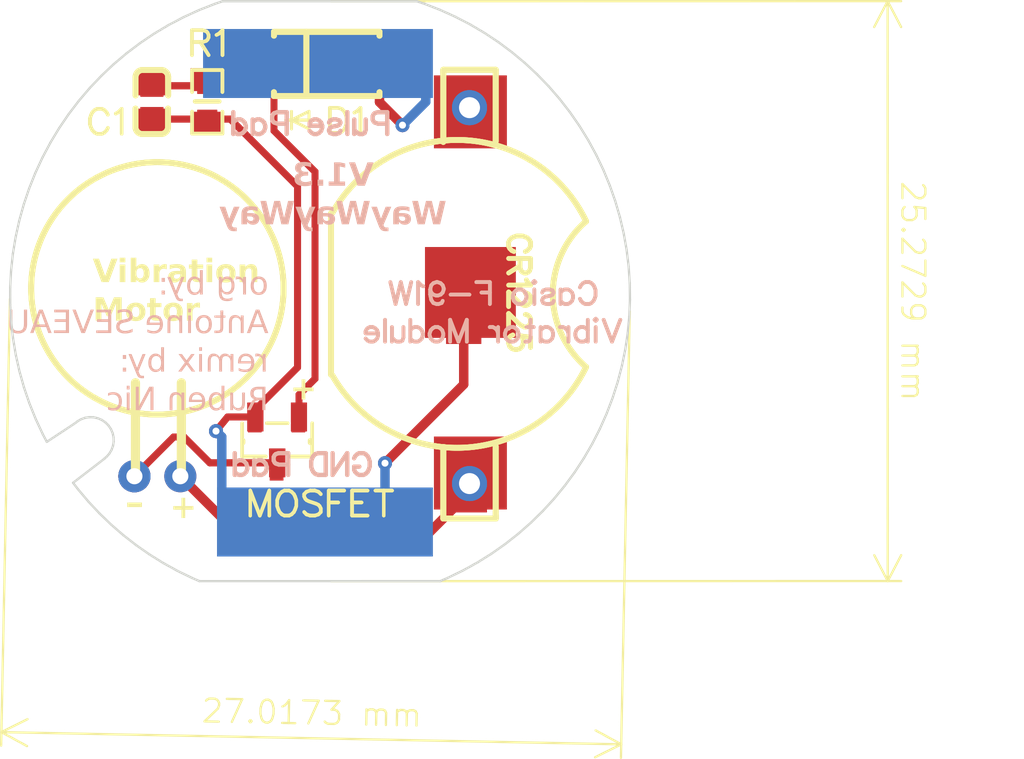
<source format=kicad_pcb>
(kicad_pcb (version 20240108) (generator "pcbnew") (generator_version "8.0")
  (layers (0 "F.Cu" signal) (31 "B.Cu" signal) (34 "B.Paste" user) (35 "F.Paste" user) (36 "B.SilkS" user "B.Silkscreen") (37 "F.SilkS" user "F.Silkscreen") (38 "B.Mask" user) (39 "F.Mask" user) (44 "Edge.Cuts" user))
  (net 0 "")
  (footprint "footprints:CAPC2012X140N" (layer "F.Cu") (at 133.45 134.3 90)
    (property "Reference" "C**" (hide yes))
    (property "Value" "CAPC2012X140N" (hide yes))
  )
  (footprint "footprints:SOT95P237X112-3N" (layer "F.Cu") (at 138.85 149.1 -90)
    (property "Reference" "Q**" (hide yes))
    (property "Value" "SOT95P237X112-3N" (hide yes))
  )
  (footprint "footprints:3000" (layer "F.Cu") (at 146.575 142.6 -90)
    (property "Reference" "BT**" (hide yes))
    (property "Value" "3000" (hide yes))
  )
  (footprint "footprints:DIONM5027X250N" (layer "F.Cu") (at 140.95 132.625)
    (property "Reference" "D**" (hide yes))
    (property "Value" "DIONM5027X250N" (hide yes))
  )
  (footprint "footprints:RESC2012X60N" (layer "F.Cu") (at 135.825 134.275 90)
    (property "Reference" "R**" (hide yes))
    (property "Value" "RESC2012X60N" (hide yes))
  )
  (gr_poly (pts (xy 133.914995 133.11798) (xy 132.914995 133.11798) (xy 132.914995 134.06798) (xy 133.914995 134.06798)) (fill solid) (layer "F.Cu"))
  (gr_poly (pts (xy 138.276035 147.4) (xy 137.576035 147.4) (xy 137.576035 148.65) (xy 138.276035 148.65)) (fill solid) (layer "F.Cu"))
  (gr_poly (pts (xy 139.735025 131.64201) (xy 137.735025 131.64201) (xy 137.735025 133.64201) (xy 139.735025 133.64201)) (fill solid) (layer "F.Cu"))
  (gr_poly (pts (xy 138.276035 147.4) (xy 137.576035 147.4) (xy 137.576035 148.65) (xy 138.276035 148.65)) (fill solid) (layer "F.Cu"))
  (gr_poly (pts (xy 148.019985 149.68) (xy 146.495985 149.68) (xy 146.495985 152.18) (xy 148.019985 152.18)) (fill solid) (layer "F.Cu"))
  (gr_poly (pts (xy 148.019985 149.68) (xy 146.495985 149.68) (xy 146.495985 152.18) (xy 148.019985 152.18)) (fill solid) (layer "F.Cu"))
  (gr_poly (pts (xy 133.914995 133.11798) (xy 132.914995 133.11798) (xy 132.914995 134.06798) (xy 133.914995 134.06798)) (fill solid) (layer "F.Cu"))
  (gr_circle (center 147.257985 134.54701) (end 148.019985 134.54701) (fill solid) (layer "F.Cu"))
  (gr_circle (center 136.208995 148.644) (end 136.513795 148.644) (fill solid) (layer "F.Cu"))
  (gr_circle (center 147.257985 150.93) (end 148.019985 150.93) (fill solid) (layer "F.Cu"))
  (gr_poly (pts (xy 144.334955 131.64201) (xy 142.334955 131.64201) (xy 142.334955 133.64201) (xy 144.334955 133.64201)) (fill solid) (layer "F.Cu"))
  (gr_poly (pts (xy 133.914995 133.11798) (xy 132.914995 133.11798) (xy 132.914995 134.06798) (xy 133.914995 134.06798)) (fill solid) (layer "F.Cu"))
  (gr_circle (center 132.654015 150.60996) (end 133.354015 150.60996) (fill solid) (layer "F.Cu"))
  (gr_poly (pts (xy 140.175955 147.4) (xy 139.475955 147.4) (xy 139.475955 148.65) (xy 140.175955 148.65)) (fill solid) (layer "F.Cu"))
  (gr_circle (center 143.574985 150.041) (end 143.879785 150.041) (fill solid) (layer "F.Cu"))
  (gr_poly (pts (xy 138.276035 147.4) (xy 137.576035 147.4) (xy 137.576035 148.65) (xy 138.276035 148.65)) (fill solid) (layer "F.Cu"))
  (gr_circle (center 143.574985 150.041) (end 143.879785 150.041) (fill solid) (layer "F.Cu"))
  (gr_poly (pts (xy 148.019985 133.17001) (xy 146.495985 133.17001) (xy 146.495985 135.67001) (xy 148.019985 135.67001)) (fill solid) (layer "F.Cu"))
  (gr_poly (pts (xy 139.225995 149.39999) (xy 138.525995 149.39999) (xy 138.525995 150.64999) (xy 139.225995 150.64999)) (fill solid) (layer "F.Cu"))
  (gr_poly (pts (xy 140.175955 147.4) (xy 139.475955 147.4) (xy 139.475955 148.65) (xy 140.175955 148.65)) (fill solid) (layer "F.Cu"))
  (gr_poly (pts (xy 144.334955 131.64201) (xy 142.334955 131.64201) (xy 142.334955 133.64201) (xy 144.334955 133.64201)) (fill solid) (layer "F.Cu"))
  (gr_poly (pts (xy 148.019985 133.17001) (xy 146.495985 133.17001) (xy 146.495985 135.67001) (xy 148.019985 135.67001)) (fill solid) (layer "F.Cu"))
  (gr_poly (pts (xy 133.914995 134.51803) (xy 132.914995 134.51803) (xy 132.914995 135.46803) (xy 133.914995 135.46803)) (fill solid) (layer "F.Cu"))
  (gr_poly (pts (xy 139.225995 149.39999) (xy 138.525995 149.39999) (xy 138.525995 150.64999) (xy 139.225995 150.64999)) (fill solid) (layer "F.Cu"))
  (gr_circle (center 132.654015 150.60996) (end 133.354015 150.60996) (fill solid) (layer "F.Cu"))
  (gr_circle (center 143.574985 150.041) (end 143.879785 150.041) (fill solid) (layer "F.Cu"))
  (gr_poly (pts (xy 148.019985 133.17001) (xy 146.495985 133.17001) (xy 146.495985 135.67001) (xy 148.019985 135.67001)) (fill solid) (layer "F.Cu"))
  (gr_poly (pts (xy 140.175955 147.4) (xy 139.475955 147.4) (xy 139.475955 148.65) (xy 140.175955 148.65)) (fill solid) (layer "F.Cu"))
  (gr_circle (center 136.208995 148.644) (end 136.513795 148.644) (fill solid) (layer "F.Cu"))
  (gr_circle (center 147.257985 150.93) (end 148.019985 150.93) (fill solid) (layer "F.Cu"))
  (gr_circle (center 132.654015 150.60996) (end 133.354015 150.60996) (fill solid) (layer "F.Cu"))
  (gr_poly (pts (xy 133.914995 134.51803) (xy 132.914995 134.51803) (xy 132.914995 135.46803) (xy 133.914995 135.46803)) (fill solid) (layer "F.Cu"))
  (gr_circle (center 144.336985 135.30901) (end 144.641785 135.30901) (fill solid) (layer "F.Cu"))
  (gr_poly (pts (xy 147.765985 141.842845) (xy 146.241985 141.842845) (xy 146.241985 144.842845) (xy 147.765985 144.842845)) (fill solid) (layer "F.Cu"))
  (gr_poly (pts (xy 136.259995 133.13651) (xy 135.395995 133.13651) (xy 135.395995 133.94301) (xy 136.259995 133.94301)) (fill solid) (layer "F.Cu"))
  (gr_poly (pts (xy 148.019985 149.68) (xy 146.495985 149.68) (xy 146.495985 152.18) (xy 148.019985 152.18)) (fill solid) (layer "F.Cu"))
  (gr_poly (pts (xy 139.225995 149.39999) (xy 138.525995 149.39999) (xy 138.525995 150.64999) (xy 139.225995 150.64999)) (fill solid) (layer "F.Cu"))
  (gr_circle (center 144.336985 135.30901) (end 144.641785 135.30901) (fill solid) (layer "F.Cu"))
  (gr_poly (pts (xy 147.765985 141.842845) (xy 146.241985 141.842845) (xy 146.241985 144.842845) (xy 147.765985 144.842845)) (fill solid) (layer "F.Cu"))
  (gr_poly (pts (xy 136.259995 133.13651) (xy 135.395995 133.13651) (xy 135.395995 133.94301) (xy 136.259995 133.94301)) (fill solid) (layer "F.Cu"))
  (gr_poly (pts (xy 139.735025 131.64201) (xy 137.735025 131.64201) (xy 137.735025 133.64201) (xy 139.735025 133.64201)) (fill solid) (layer "F.Cu"))
  (gr_circle (center 147.257985 150.93) (end 148.019985 150.93) (fill solid) (layer "F.Cu"))
  (gr_circle (center 147.257985 134.54701) (end 148.019985 134.54701) (fill solid) (layer "F.Cu"))
  (gr_poly (pts (xy 136.259995 133.13651) (xy 135.395995 133.13651) (xy 135.395995 133.94301) (xy 136.259995 133.94301)) (fill solid) (layer "F.Cu"))
  (gr_poly (pts (xy 144.334955 131.64201) (xy 142.334955 131.64201) (xy 142.334955 133.64201) (xy 144.334955 133.64201)) (fill solid) (layer "F.Cu"))
  (gr_circle (center 147.257985 134.54701) (end 148.019985 134.54701) (fill solid) (layer "F.Cu"))
  (gr_poly (pts (xy 136.259995 134.64312) (xy 135.395995 134.64312) (xy 135.395995 135.44962) (xy 136.259995 135.44962)) (fill solid) (layer "F.Cu"))
  (gr_poly (pts (xy 136.259995 134.64312) (xy 135.395995 134.64312) (xy 135.395995 135.44962) (xy 136.259995 135.44962)) (fill solid) (layer "F.Cu"))
  (gr_circle (center 136.208995 148.644) (end 136.513795 148.644) (fill solid) (layer "F.Cu"))
  (gr_poly (pts (xy 136.259995 134.64312) (xy 135.395995 134.64312) (xy 135.395995 135.44962) (xy 136.259995 135.44962)) (fill solid) (layer "F.Cu"))
  (gr_circle (center 144.336985 135.30901) (end 144.641785 135.30901) (fill solid) (layer "F.Cu"))
  (gr_poly (pts (xy 133.914995 134.51803) (xy 132.914995 134.51803) (xy 132.914995 135.46803) (xy 133.914995 135.46803)) (fill solid) (layer "F.Cu"))
  (gr_poly (pts (xy 147.765985 141.842845) (xy 146.241985 141.842845) (xy 146.241985 144.842845) (xy 147.765985 144.842845)) (fill solid) (layer "F.Cu"))
  (gr_poly (pts (xy 139.735025 131.64201) (xy 137.735025 131.64201) (xy 137.735025 133.64201) (xy 139.735025 133.64201)) (fill solid) (layer "F.Cu"))
  (gr_circle (center 147.257985 150.93) (end 148.019985 150.93) (fill solid) (layer "B.Cu"))
  (gr_poly (pts (xy 136.253955 151.105) (xy 145.653975 151.105) (xy 145.653975 154.105) (xy 136.253955 154.105)) (fill solid) (layer "B.Cu"))
  (gr_circle (center 132.654015 150.60996) (end 133.354015 150.60996) (fill solid) (layer "B.Cu"))
  (gr_poly (pts (xy 135.654005 131.12105) (xy 145.653975 131.12105) (xy 145.653975 134.12105) (xy 135.654005 134.12105)) (fill solid) (layer "B.Cu"))
  (gr_circle (center 136.208995 148.644) (end 136.513795 148.644) (fill solid) (layer "B.Cu"))
  (gr_circle (center 144.336985 135.30901) (end 144.641785 135.30901) (fill solid) (layer "B.Cu"))
  (gr_circle (center 143.574985 150.041) (end 143.879785 150.041) (fill solid) (layer "B.Cu"))
  (gr_circle (center 132.654015 150.60996) (end 133.354015 150.60996) (fill solid) (layer "B.Cu"))
  (gr_poly (pts (xy 136.253955 151.105) (xy 145.653975 151.105) (xy 145.653975 154.105) (xy 136.253955 154.105)) (fill solid) (layer "B.Cu"))
  (gr_circle (center 136.208995 148.644) (end 136.513795 148.644) (fill solid) (layer "B.Cu"))
  (gr_poly (pts (xy 135.654005 131.12105) (xy 145.653975 131.12105) (xy 145.653975 134.12105) (xy 135.654005 134.12105)) (fill solid) (layer "B.Cu"))
  (gr_poly (pts (xy 135.654005 131.12105) (xy 145.653975 131.12105) (xy 145.653975 134.12105) (xy 135.654005 134.12105)) (fill solid) (layer "B.Cu"))
  (gr_circle (center 136.208995 148.644) (end 136.513795 148.644) (fill solid) (layer "B.Cu"))
  (gr_circle (center 144.336985 135.30901) (end 144.641785 135.30901) (fill solid) (layer "B.Cu"))
  (gr_circle (center 147.257985 150.93) (end 148.019985 150.93) (fill solid) (layer "B.Cu"))
  (gr_circle (center 147.257985 150.93) (end 148.019985 150.93) (fill solid) (layer "B.Cu"))
  (gr_circle (center 143.574985 150.041) (end 143.879785 150.041) (fill solid) (layer "B.Cu"))
  (gr_circle (center 144.336985 135.30901) (end 144.641785 135.30901) (fill solid) (layer "B.Cu"))
  (gr_circle (center 147.257985 134.54701) (end 148.019985 134.54701) (fill solid) (layer "B.Cu"))
  (gr_circle (center 132.654015 150.60996) (end 133.354015 150.60996) (fill solid) (layer "B.Cu"))
  (gr_poly (pts (xy 136.253955 151.105) (xy 145.653975 151.105) (xy 145.653975 154.105) (xy 136.253955 154.105)) (fill solid) (layer "B.Cu"))
  (gr_circle (center 143.574985 150.041) (end 143.879785 150.041) (fill solid) (layer "B.Cu"))
  (gr_circle (center 147.257985 134.54701) (end 148.019985 134.54701) (fill solid) (layer "B.Cu"))
  (gr_circle (center 147.257985 134.54701) (end 148.019985 134.54701) (fill solid) (layer "B.Cu"))
  (gr_line (start 145.681005 142.195475) (end 145.590095 142.286375) (stroke (width 0.16)) (layer "B.SilkS"))
  (gr_line (start 149.030985 144.746125) (end 148.940075 144.700665) (stroke (width 0.16)) (layer "B.SilkS"))
  (gr_line (start 137.527285 150.41905) (end 137.436375 150.50996) (stroke (width 0.18)) (layer "B.SilkS"))
  (gr_line (start 138.125505 135.69643) (end 137.989155 135.69643) (stroke (width 0.18)) (layer "B.SilkS"))
  (gr_line (start 138.945465 149.60086) (end 138.809095 149.64633) (stroke (width 0.18)) (layer "B.SilkS"))
  (gr_line (start 150.540075 144.746125) (end 150.449145 144.700665) (stroke (width 0.16)) (layer "B.SilkS"))
  (gr_line (start 151.567325 144.382475) (end 151.521885 144.246135) (stroke (width 0.16)) (layer "B.SilkS"))
  (gr_line (start 144.376435 144.564295) (end 144.330995 144.700665) (stroke (width 0.16)) (layer "B.SilkS"))
  (gr_line (start 150.358235 144.109755) (end 150.358235 144.746125) (stroke (width 0.16)) (layer "B.SilkS"))
  (gr_line (start 149.921885 144.564295) (end 149.876425 144.700665) (stroke (width 0.16)) (layer "B.SilkS"))
  (gr_line (start 145.085525 144.700665) (end 144.994615 144.746125) (stroke (width 0.16)) (layer "B.SilkS"))
  (gr_line (start 137.370975 135.65097) (end 137.280065 135.69643) (stroke (width 0.18)) (layer "B.SilkS"))
  (gr_line (start 145.999185 142.195475) (end 145.862815 142.150005) (stroke (width 0.16)) (layer "B.SilkS"))
  (gr_line (start 141.316395 135.06006) (end 141.452765 135.06006) (stroke (width 0.18)) (layer "B.SilkS"))
  (gr_line (start 147.140085 143.791575) (end 146.776425 144.746125) (stroke (width 0.16)) (layer "B.SilkS"))
  (gr_line (start 142.234575 135.06006) (end 142.234575 135.69643) (stroke (width 0.18)) (layer "B.SilkS"))
  (gr_line (start 138.880065 135.24187) (end 139.289155 135.24187) (stroke (width 0.18)) (layer "B.SilkS"))
  (gr_line (start 144.676435 144.246135) (end 144.767345 144.155195) (stroke (width 0.16)) (layer "B.SilkS"))
  (gr_line (start 142.689135 135.65097) (end 142.598235 135.69643) (stroke (width 0.18)) (layer "B.SilkS"))
  (gr_line (start 141.180045 135.1055) (end 141.316395 135.06006) (stroke (width 0.18)) (layer "B.SilkS"))
  (gr_line (start 153.830975 143.791575) (end 153.467325 144.746125) (stroke (width 0.16)) (layer "B.SilkS"))
  (gr_line (start 150.767325 144.155195) (end 150.858235 144.246135) (stroke (width 0.16)) (layer "B.SilkS"))
  (gr_line (start 150.903705 144.473385) (end 150.858235 144.609755) (stroke (width 0.16)) (layer "B.SilkS"))
  (gr_line (start 152.094605 144.109755) (end 152.003695 144.155195) (stroke (width 0.16)) (layer "B.SilkS"))
  (gr_line (start 150.426435 142.922725) (end 150.426435 142.968185) (stroke (width 0.16)) (layer "B.SilkS"))
  (gr_line (start 149.258235 144.155195) (end 149.349145 144.246135) (stroke (width 0.16)) (layer "B.SilkS"))
  (gr_line (start 142.727265 150.50996) (end 142.636355 150.55542) (stroke (width 0.18)) (layer "B.SilkS"))
  (gr_line (start 138.125505 135.69643) (end 137.989155 135.69643) (stroke (width 0.18)) (layer "B.SilkS"))
  (gr_line (start 152.480985 143.104565) (end 152.299175 143.104565) (stroke (width 0.16)) (layer "B.SilkS"))
  (gr_line (start 144.717355 142.150005) (end 144.490095 143.104565) (stroke (width 0.16)) (layer "B.SilkS"))
  (gr_line (start 149.921885 144.564295) (end 149.876425 144.700665) (stroke (width 0.16)) (layer "B.SilkS"))
  (gr_line (start 137.872725 149.91905) (end 137.872725 150.55542) (stroke (width 0.18)) (layer "B.SilkS"))
  (gr_line (start 151.317335 142.513635) (end 151.408245 142.468195) (stroke (width 0.16)) (layer "B.SilkS"))
  (gr_line (start 151.317335 142.513635) (end 151.408245 142.468195) (stroke (width 0.16)) (layer "B.SilkS"))
  (gr_line (start 145.817355 142.740915) (end 145.862815 142.740915) (stroke (width 0.16)) (layer "B.SilkS"))
  (gr_line (start 143.808265 142.150005) (end 144.035545 143.104565) (stroke (width 0.16)) (layer "B.SilkS"))
  (gr_line (start 143.049155 144.746125) (end 142.912805 144.746125) (stroke (width 0.16)) (layer "B.SilkS"))
  (gr_line (start 142.227265 150.32814) (end 142.227265 150.19177) (stroke (width 0.18)) (layer "B.SilkS"))
  (gr_line (start 138.718185 149.91905) (end 138.763625 150.00996) (stroke (width 0.18)) (layer "B.SilkS"))
  (gr_line (start 140.289155 135.33278) (end 140.289155 135.24187) (stroke (width 0.18)) (layer "B.SilkS"))
  (gr_line (start 143.125485 135.19643) (end 143.261855 135.24187) (stroke (width 0.18)) (layer "B.SilkS"))
  (gr_line (start 137.345475 149.91905) (end 137.436375 149.96449) (stroke (width 0.18)) (layer "B.SilkS"))
  (gr_line (start 138.652785 134.92369) (end 138.652785 135.06006) (stroke (width 0.18)) (layer "B.SilkS"))
  (gr_line (start 146.090095 142.286375) (end 145.999185 142.195475) (stroke (width 0.16)) (layer "B.SilkS"))
  (gr_line (start 150.608245 143.104565) (end 150.744625 143.104565) (stroke (width 0.16)) (layer "B.SilkS"))
  (gr_line (start 141.180045 135.1055) (end 141.316395 135.06006) (stroke (width 0.18)) (layer "B.SilkS"))
  (gr_line (start 146.112805 144.382475) (end 146.112805 144.473385) (stroke (width 0.16)) (layer "B.SilkS"))
  (gr_line (start 152.117335 142.286375) (end 152.208245 142.195475) (stroke (width 0.16)) (layer "B.SilkS"))
  (gr_line (start 152.117335 142.968185) (end 152.071895 142.877285) (stroke (width 0.16)) (layer "B.SilkS"))
  (gr_line (start 145.999185 142.195475) (end 145.862815 142.150005) (stroke (width 0.16)) (layer "B.SilkS"))
  (gr_line (start 149.258235 144.155195) (end 149.349145 144.246135) (stroke (width 0.16)) (layer "B.SilkS"))
  (gr_line (start 137.461875 135.56006) (end 137.370975 135.65097) (stroke (width 0.18)) (layer "B.SilkS"))
  (gr_line (start 140.536375 149.64633) (end 140.445465 149.73724) (stroke (width 0.18)) (layer "B.SilkS"))
  (gr_line (start 150.471905 143.059095) (end 150.608245 143.104565) (stroke (width 0.16)) (layer "B.SilkS"))
  (gr_line (start 142.272705 149.73724) (end 142.363615 149.64633) (stroke (width 0.18)) (layer "B.SilkS"))
  (gr_line (start 149.144625 142.740915) (end 149.190085 142.604565) (stroke (width 0.16)) (layer "B.SilkS"))
  (gr_line (start 152.299175 143.104565) (end 152.208245 143.059095) (stroke (width 0.16)) (layer "B.SilkS"))
  (gr_line (start 141.290895 149.60086) (end 141.290895 150.55542) (stroke (width 0.18)) (layer "B.SilkS"))
  (gr_line (start 145.176435 144.246135) (end 145.221895 144.382475) (stroke (width 0.16)) (layer "B.SilkS"))
  (gr_line (start 149.030985 144.109755) (end 149.167335 144.109755) (stroke (width 0.16)) (layer "B.SilkS"))
  (gr_line (start 137.507345 135.33278) (end 137.507345 135.42369) (stroke (width 0.18)) (layer "B.SilkS"))
  (gr_line (start 149.371905 143.104565) (end 149.280995 143.059095) (stroke (width 0.16)) (layer "B.SilkS"))
  (gr_line (start 141.180045 135.65097) (end 141.316395 135.69643) (stroke (width 0.18)) (layer "B.SilkS"))
  (gr_line (start 138.743685 134.78734) (end 138.698245 134.83278) (stroke (width 0.18)) (layer "B.SilkS"))
  (gr_line (start 145.885525 144.746125) (end 145.749155 144.746125) (stroke (width 0.16)) (layer "B.SilkS"))
  (gr_line (start 151.340075 144.109755) (end 151.203705 144.109755) (stroke (width 0.16)) (layer "B.SilkS"))
  (gr_line (start 143.140085 144.155195) (end 143.230995 144.246135) (stroke (width 0.16)) (layer "B.SilkS"))
  (gr_line (start 140.789145 135.19643) (end 140.834585 135.33278) (stroke (width 0.18)) (layer "B.SilkS"))
  (gr_line (start 140.990895 149.60086) (end 140.990895 150.55542) (stroke (width 0.18)) (layer "B.SilkS"))
  (gr_line (start 150.471905 142.831815) (end 150.426435 142.922725) (stroke (width 0.16)) (layer "B.SilkS"))
  (gr_line (start 150.080995 142.104565) (end 150.126435 142.150005) (stroke (width 0.16)) (layer "B.SilkS"))
  (gr_line (start 137.807345 135.19643) (end 137.898255 135.1055) (stroke (width 0.18)) (layer "B.SilkS"))
  (gr_line (start 137.436375 149.96449) (end 137.527285 150.05542) (stroke (width 0.18)) (layer "B.SilkS"))
  (gr_line (start 148.940075 144.155195) (end 149.030985 144.109755) (stroke (width 0.16)) (layer "B.SilkS"))
  (gr_line (start 149.690085 142.968185) (end 149.599185 143.059095) (stroke (width 0.16)) (layer "B.SilkS"))
  (gr_line (start 152.753705 142.740915) (end 152.708245 142.877285) (stroke (width 0.16)) (layer "B.SilkS"))
  (gr_line (start 152.299175 142.150005) (end 152.480985 142.150005) (stroke (width 0.16)) (layer "B.SilkS"))
  (gr_line (start 152.753705 142.513635) (end 152.753705 142.740915) (stroke (width 0.16)) (layer "B.SilkS"))
  (gr_line (start 137.898255 135.1055) (end 137.989155 135.06006) (stroke (width 0.18)) (layer "B.SilkS"))
  (gr_line (start 143.576435 143.791575) (end 143.576435 144.746125) (stroke (width 0.16)) (layer "B.SilkS"))
  (gr_line (start 150.767325 144.155195) (end 150.858235 144.246135) (stroke (width 0.16)) (layer "B.SilkS"))
  (gr_line (start 151.867325 144.382475) (end 151.867325 144.473385) (stroke (width 0.16)) (layer "B.SilkS"))
  (gr_line (start 150.767325 144.700665) (end 150.676425 144.746125) (stroke (width 0.16)) (layer "B.SilkS"))
  (gr_line (start 140.834585 135.42369) (end 140.789145 135.56006) (stroke (width 0.18)) (layer "B.SilkS"))
  (gr_line (start 144.262815 142.150005) (end 144.490095 143.104565) (stroke (width 0.16)) (layer "B.SilkS"))
  (gr_line (start 149.280995 143.059095) (end 149.190085 142.968185) (stroke (width 0.16)) (layer "B.SilkS"))
  (gr_line (start 141.180045 135.42369) (end 141.134585 135.51459) (stroke (width 0.18)) (layer "B.SilkS"))
  (gr_line (start 152.662805 142.286375) (end 152.708245 142.377285) (stroke (width 0.16)) (layer "B.SilkS"))
  (gr_line (start 152.321885 144.155195) (end 152.230975 144.109755) (stroke (width 0.16)) (layer "B.SilkS"))
  (gr_line (start 152.299175 143.104565) (end 152.208245 143.059095) (stroke (width 0.16)) (layer "B.SilkS"))
  (gr_line (start 141.934575 134.74187) (end 141.934575 135.69643) (stroke (width 0.18)) (layer "B.SilkS"))
  (gr_line (start 145.681005 143.059095) (end 145.817355 143.104565) (stroke (width 0.16)) (layer "B.SilkS"))
  (gr_line (start 144.330995 144.700665) (end 144.240085 144.746125) (stroke (width 0.16)) (layer "B.SilkS"))
  (gr_line (start 149.280995 142.513635) (end 149.371905 142.468195) (stroke (width 0.16)) (layer "B.SilkS"))
  (gr_line (start 140.672715 150.55542) (end 140.990895 150.55542) (stroke (width 0.18)) (layer "B.SilkS"))
  (gr_line (start 152.230975 144.746125) (end 152.321885 144.700665) (stroke (width 0.16)) (layer "B.SilkS"))
  (gr_line (start 137.027285 149.60086) (end 137.027285 150.55542) (stroke (width 0.18)) (layer "B.SilkS"))
  (gr_line (start 142.234575 135.06006) (end 142.234575 135.69643) (stroke (width 0.18)) (layer "B.SilkS"))
  (gr_line (start 148.276425 144.109755) (end 148.140075 144.109755) (stroke (width 0.16)) (layer "B.SilkS"))
  (gr_line (start 142.363615 149.64633) (end 142.454515 149.60086) (stroke (width 0.18)) (layer "B.SilkS"))
  (gr_line (start 150.903705 144.473385) (end 150.858235 144.609755) (stroke (width 0.16)) (layer "B.SilkS"))
  (gr_line (start 142.636355 150.55542) (end 142.454515 150.55542) (stroke (width 0.18)) (layer "B.SilkS"))
  (gr_line (start 150.449145 144.155195) (end 150.540075 144.109755) (stroke (width 0.16)) (layer "B.SilkS"))
  (gr_line (start 138.698245 134.83278) (end 138.652785 134.92369) (stroke (width 0.18)) (layer "B.SilkS"))
  (gr_line (start 150.880995 143.059095) (end 150.926435 142.968185) (stroke (width 0.16)) (layer "B.SilkS"))
  (gr_line (start 144.858245 144.109755) (end 144.994615 144.109755) (stroke (width 0.16)) (layer "B.SilkS"))
  (gr_line (start 144.858245 144.109755) (end 144.994615 144.109755) (stroke (width 0.16)) (layer "B.SilkS"))
  (gr_line (start 150.880995 142.513635) (end 150.926435 142.604565) (stroke (width 0.16)) (layer "B.SilkS"))
  (gr_line (start 151.912795 144.246135) (end 151.867325 144.382475) (stroke (width 0.16)) (layer "B.SilkS"))
  (gr_line (start 137.527285 150.05542) (end 137.572725 150.19177) (stroke (width 0.18)) (layer "B.SilkS"))
  (gr_line (start 145.221895 144.382475) (end 145.221895 144.473385) (stroke (width 0.16)) (layer "B.SilkS"))
  (gr_line (start 145.176435 144.246135) (end 145.221895 144.382475) (stroke (width 0.16)) (layer "B.SilkS"))
  (gr_line (start 152.758235 143.837035) (end 152.712795 143.791575) (stroke (width 0.16)) (layer "B.SilkS"))
  (gr_line (start 138.945465 150.10086) (end 139.354535 150.10086) (stroke (width 0.18)) (layer "B.SilkS"))
  (gr_line (start 151.544615 143.104565) (end 151.408245 143.104565) (stroke (width 0.16)) (layer "B.SilkS"))
  (gr_line (start 138.307345 135.19643) (end 138.352785 135.33278) (stroke (width 0.18)) (layer "B.SilkS"))
  (gr_line (start 142.909075 150.19177) (end 142.863615 150.32814) (stroke (width 0.18)) (layer "B.SilkS"))
  (gr_line (start 150.035525 142.150005) (end 150.080995 142.104565) (stroke (width 0.16)) (layer "B.SilkS"))
  (gr_line (start 142.636355 149.60086) (end 142.727265 149.64633) (stroke (width 0.18)) (layer "B.SilkS"))
  (gr_line (start 145.658245 144.700665) (end 145.567335 144.609755) (stroke (width 0.16)) (layer "B.SilkS"))
  (gr_line (start 137.572725 150.19177) (end 137.572725 150.28268) (stroke (width 0.18)) (layer "B.SilkS"))
  (gr_line (start 140.607335 135.06006) (end 140.698245 135.1055) (stroke (width 0.18)) (layer "B.SilkS"))
  (gr_line (start 151.771895 142.831815) (end 151.726435 142.968185) (stroke (width 0.16)) (layer "B.SilkS"))
  (gr_line (start 136.961875 134.74187) (end 136.961875 135.69643) (stroke (width 0.18)) (layer "B.SilkS"))
  (gr_line (start 150.126435 142.150005) (end 150.080995 142.195475) (stroke (width 0.16)) (layer "B.SilkS"))
  (gr_line (start 152.321885 144.700665) (end 152.412795 144.609755) (stroke (width 0.16)) (layer "B.SilkS"))
  (gr_line (start 144.376435 144.109755) (end 144.376435 144.564295) (stroke (width 0.16)) (layer "B.SilkS"))
  (gr_line (start 143.276435 144.382475) (end 142.730995 144.382475) (stroke (width 0.16)) (layer "B.SilkS"))
  (gr_line (start 149.371905 142.468195) (end 149.508255 142.468195) (stroke (width 0.16)) (layer "B.SilkS"))
  (gr_line (start 148.849145 144.246135) (end 148.940075 144.155195) (stroke (width 0.16)) (layer "B.SilkS"))
  (gr_line (start 149.876425 144.700665) (end 149.785515 144.746125) (stroke (width 0.16)) (layer "B.SilkS"))
  (gr_line (start 145.176435 144.246135) (end 145.221895 144.382475) (stroke (width 0.16)) (layer "B.SilkS"))
  (gr_line (start 152.412795 143.791575) (end 152.412795 144.746125) (stroke (width 0.16)) (layer "B.SilkS"))
  (gr_line (start 145.567335 144.609755) (end 145.521895 144.473385) (stroke (width 0.16)) (layer "B.SilkS"))
  (gr_line (start 137.052785 135.1055) (end 137.143695 135.06006) (stroke (width 0.18)) (layer "B.SilkS"))
  (gr_line (start 150.744625 142.468195) (end 150.880995 142.513635) (stroke (width 0.16)) (layer "B.SilkS"))
  (gr_line (start 140.789145 135.19643) (end 140.834585 135.33278) (stroke (width 0.18)) (layer "B.SilkS"))
  (gr_line (start 137.280065 135.06006) (end 137.370975 135.1055) (stroke (width 0.18)) (layer "B.SilkS"))
  (gr_line (start 150.790085 142.740915) (end 150.562805 142.786375) (stroke (width 0.16)) (layer "B.SilkS"))
  (gr_line (start 145.567335 144.246135) (end 145.658245 144.155195) (stroke (width 0.16)) (layer "B.SilkS"))
  (gr_line (start 151.635525 142.513635) (end 151.726435 142.604565) (stroke (width 0.16)) (layer "B.SilkS"))
  (gr_line (start 149.349145 144.246135) (end 149.394615 144.382475) (stroke (width 0.16)) (layer "B.SilkS"))
  (gr_line (start 149.785515 144.746125) (end 149.694615 144.746125) (stroke (width 0.16)) (layer "B.SilkS"))
  (gr_line (start 142.461855 135.69643) (end 142.370955 135.65097) (stroke (width 0.18)) (layer "B.SilkS"))
  (gr_line (start 137.436375 150.50996) (end 137.345475 150.55542) (stroke (width 0.18)) (layer "B.SilkS"))
  (gr_line (start 142.461855 135.69643) (end 142.370955 135.65097) (stroke (width 0.18)) (layer "B.SilkS"))
  (gr_line (start 141.290895 149.60086) (end 141.290895 150.55542) (stroke (width 0.18)) (layer "B.SilkS"))
  (gr_line (start 149.144625 142.831815) (end 149.144625 142.740915) (stroke (width 0.16)) (layer "B.SilkS"))
  (gr_line (start 137.143695 135.69643) (end 137.052785 135.65097) (stroke (width 0.18)) (layer "B.SilkS"))
  (gr_line (start 149.144625 142.740915) (end 149.190085 142.604565) (stroke (width 0.16)) (layer "B.SilkS"))
  (gr_line (start 143.125485 134.78734) (end 143.080045 134.83278) (stroke (width 0.18)) (layer "B.SilkS"))
  (gr_line (start 152.753705 142.513635) (end 152.753705 142.740915) (stroke (width 0.16)) (layer "B.SilkS"))
  (gr_line (start 137.052785 135.65097) (end 136.961875 135.56006) (stroke (width 0.18)) (layer "B.SilkS"))
  (gr_line (start 144.767345 144.700665) (end 144.676435 144.609755) (stroke (width 0.16)) (layer "B.SilkS"))
  (gr_line (start 146.412805 143.791575) (end 146.776425 144.746125) (stroke (width 0.16)) (layer "B.SilkS"))
  (gr_line (start 145.544635 142.468195) (end 145.544635 142.695475) (stroke (width 0.16)) (layer "B.SilkS"))
  (gr_line (start 149.280995 142.513635) (end 149.371905 142.468195) (stroke (width 0.16)) (layer "B.SilkS"))
  (gr_line (start 137.118195 149.96449) (end 137.209095 149.91905) (stroke (width 0.18)) (layer "B.SilkS"))
  (gr_line (start 145.017355 142.150005) (end 145.017355 143.104565) (stroke (width 0.16)) (layer "B.SilkS"))
  (gr_line (start 146.112805 144.473385) (end 146.067335 144.609755) (stroke (width 0.16)) (layer "B.SilkS"))
  (gr_line (start 148.803705 144.382475) (end 148.849145 144.246135) (stroke (width 0.16)) (layer "B.SilkS"))
  (gr_line (start 150.926435 142.604565) (end 150.880995 142.695475) (stroke (width 0.16)) (layer "B.SilkS"))
  (gr_line (start 142.730995 144.291575) (end 142.776435 144.200665) (stroke (width 0.16)) (layer "B.SilkS"))
  (gr_line (start 147.140085 143.791575) (end 147.140085 144.746125) (stroke (width 0.16)) (layer "B.SilkS"))
  (gr_line (start 143.140085 144.155195) (end 143.230995 144.246135) (stroke (width 0.16)) (layer "B.SilkS"))
  (gr_line (start 147.253725 142.695475) (end 146.435535 142.695475) (stroke (width 0.16)) (layer "B.SilkS"))
  (gr_line (start 149.167335 144.746125) (end 149.030985 144.746125) (stroke (width 0.16)) (layer "B.SilkS"))
  (gr_line (start 151.771895 142.831815) (end 151.726435 142.968185) (stroke (width 0.16)) (layer "B.SilkS"))
  (gr_line (start 149.030985 144.746125) (end 148.940075 144.700665) (stroke (width 0.16)) (layer "B.SilkS"))
  (gr_line (start 140.445465 150.41905) (end 140.536375 150.50996) (stroke (width 0.18)) (layer "B.SilkS"))
  (gr_line (start 142.454515 149.60086) (end 142.636355 149.60086) (stroke (width 0.18)) (layer "B.SilkS"))
  (gr_line (start 144.262815 142.150005) (end 144.490095 143.104565) (stroke (width 0.16)) (layer "B.SilkS"))
  (gr_line (start 149.190085 142.968185) (end 149.144625 142.831815) (stroke (width 0.16)) (layer "B.SilkS"))
  (gr_line (start 140.990895 149.60086) (end 140.990895 150.55542) (stroke (width 0.18)) (layer "B.SilkS"))
  (gr_line (start 140.698245 135.65097) (end 140.607335 135.69643) (stroke (width 0.18)) (layer "B.SilkS"))
  (gr_line (start 149.144625 142.831815) (end 149.144625 142.740915) (stroke (width 0.16)) (layer "B.SilkS"))
  (gr_line (start 150.426435 142.604565) (end 150.471905 142.513635) (stroke (width 0.16)) (layer "B.SilkS"))
  (gr_line (start 149.599185 142.513635) (end 149.690085 142.604565) (stroke (width 0.16)) (layer "B.SilkS"))
  (gr_line (start 144.330995 144.700665) (end 144.240085 144.746125) (stroke (width 0.16)) (layer "B.SilkS"))
  (gr_line (start 140.354535 149.96449) (end 140.354535 150.19177) (stroke (width 0.18)) (layer "B.SilkS"))
  (gr_line (start 149.280995 143.059095) (end 149.190085 142.968185) (stroke (width 0.16)) (layer "B.SilkS"))
  (gr_line (start 140.672715 150.55542) (end 140.990895 150.55542) (stroke (width 0.18)) (layer "B.SilkS"))
  (gr_line (start 148.803705 144.382475) (end 148.849145 144.246135) (stroke (width 0.16)) (layer "B.SilkS"))
  (gr_line (start 139.289155 134.74187) (end 139.289155 135.69643) (stroke (width 0.18)) (layer "B.SilkS"))
  (gr_line (start 145.862815 142.150005) (end 145.817355 142.150005) (stroke (width 0.16)) (layer "B.SilkS"))
  (gr_line (start 137.345475 150.55542) (end 137.209095 150.55542) (stroke (width 0.18)) (layer "B.SilkS"))
  (gr_line (start 137.345475 150.55542) (end 137.209095 150.55542) (stroke (width 0.18)) (layer "B.SilkS"))
  (gr_line (start 152.412795 144.246135) (end 152.321885 144.155195) (stroke (width 0.16)) (layer "B.SilkS"))
  (gr_line (start 144.376435 144.109755) (end 144.376435 144.564295) (stroke (width 0.16)) (layer "B.SilkS"))
  (gr_line (start 149.349145 144.609755) (end 149.258235 144.700665) (stroke (width 0.16)) (layer "B.SilkS"))
  (gr_line (start 149.167335 144.746125) (end 149.030985 144.746125) (stroke (width 0.16)) (layer "B.SilkS"))
  (gr_line (start 145.862815 142.740915) (end 145.999185 142.695475) (stroke (width 0.16)) (layer "B.SilkS"))
  (gr_line (start 137.507345 135.33278) (end 137.507345 135.42369) (stroke (width 0.18)) (layer "B.SilkS"))
  (gr_line (start 149.371905 142.468195) (end 149.508255 142.468195) (stroke (width 0.16)) (layer "B.SilkS"))
  (gr_line (start 140.354535 149.96449) (end 140.354535 150.19177) (stroke (width 0.18)) (layer "B.SilkS"))
  (gr_line (start 137.118195 149.96449) (end 137.209095 149.91905) (stroke (width 0.18)) (layer "B.SilkS"))
  (gr_line (start 145.590095 142.286375) (end 145.544635 142.468195) (stroke (width 0.16)) (layer "B.SilkS"))
  (gr_line (start 142.912805 144.109755) (end 143.049155 144.109755) (stroke (width 0.16)) (layer "B.SilkS"))
  (gr_line (start 137.807345 135.19643) (end 137.898255 135.1055) (stroke (width 0.18)) (layer "B.SilkS"))
  (gr_line (start 142.636355 149.60086) (end 142.727265 149.64633) (stroke (width 0.18)) (layer "B.SilkS"))
  (gr_line (start 142.909075 149.96449) (end 142.909075 150.19177) (stroke (width 0.18)) (layer "B.SilkS"))
  (gr_line (start 150.471905 142.513635) (end 150.608245 142.468195) (stroke (width 0.16)) (layer "B.SilkS"))
  (gr_line (start 149.690085 142.604565) (end 149.735525 142.740915) (stroke (width 0.16)) (layer "B.SilkS"))
  (gr_line (start 144.103715 144.746125) (end 144.012805 144.700665) (stroke (width 0.16)) (layer "B.SilkS"))
  (gr_line (start 142.909075 149.96449) (end 142.909075 150.19177) (stroke (width 0.18)) (layer "B.SilkS"))
  (gr_line (start 142.734575 135.06006) (end 142.734575 135.51459) (stroke (width 0.18)) (layer "B.SilkS"))
  (gr_line (start 142.272705 150.41905) (end 142.227265 150.32814) (stroke (width 0.18)) (layer "B.SilkS"))
  (gr_line (start 145.976435 144.700665) (end 145.885525 144.746125) (stroke (width 0.16)) (layer "B.SilkS"))
  (gr_line (start 137.345475 150.55542) (end 137.209095 150.55542) (stroke (width 0.18)) (layer "B.SilkS"))
  (gr_line (start 142.636355 149.60086) (end 142.727265 149.64633) (stroke (width 0.18)) (layer "B.SilkS"))
  (gr_line (start 142.370955 135.65097) (end 142.234575 135.51459) (stroke (width 0.18)) (layer "B.SilkS"))
  (gr_line (start 141.589135 135.65097) (end 141.634585 135.56006) (stroke (width 0.18)) (layer "B.SilkS"))
  (gr_line (start 152.299175 143.104565) (end 152.208245 143.059095) (stroke (width 0.16)) (layer "B.SilkS"))
  (gr_line (start 138.763625 149.69177) (end 138.718185 149.78268) (stroke (width 0.18)) (layer "B.SilkS"))
  (gr_line (start 140.470965 135.06006) (end 140.607335 135.06006) (stroke (width 0.18)) (layer "B.SilkS"))
  (gr_line (start 145.544635 142.695475) (end 145.590095 142.922725) (stroke (width 0.16)) (layer "B.SilkS"))
  (gr_line (start 152.571895 142.195475) (end 152.662805 142.286375) (stroke (width 0.16)) (layer "B.SilkS"))
  (gr_line (start 143.034575 135.06006) (end 143.080045 135.15097) (stroke (width 0.18)) (layer "B.SilkS"))
  (gr_line (start 150.540075 144.746125) (end 150.449145 144.700665) (stroke (width 0.16)) (layer "B.SilkS"))
  (gr_line (start 137.370975 135.1055) (end 137.461875 135.19643) (stroke (width 0.18)) (layer "B.SilkS"))
  (gr_line (start 149.921885 143.791575) (end 149.921885 144.564295) (stroke (width 0.16)) (layer "B.SilkS"))
  (gr_line (start 153.103695 143.791575) (end 153.467325 144.746125) (stroke (width 0.16)) (layer "B.SilkS"))
  (gr_line (start 145.817355 142.740915) (end 145.862815 142.740915) (stroke (width 0.16)) (layer "B.SilkS"))
  (gr_line (start 150.080995 142.195475) (end 150.035525 142.150005) (stroke (width 0.16)) (layer "B.SilkS"))
  (gr_line (start 151.544615 143.104565) (end 151.408245 143.104565) (stroke (width 0.16)) (layer "B.SilkS"))
  (gr_line (start 149.349145 144.246135) (end 149.394615 144.382475) (stroke (width 0.16)) (layer "B.SilkS"))
  (gr_line (start 140.990895 149.60086) (end 140.672715 149.60086) (stroke (width 0.18)) (layer "B.SilkS"))
  (gr_line (start 140.380055 135.1055) (end 140.470965 135.06006) (stroke (width 0.18)) (layer "B.SilkS"))
  (gr_line (start 140.672715 149.60086) (end 140.536375 149.64633) (stroke (width 0.18)) (layer "B.SilkS"))
  (gr_line (start 149.735525 142.740915) (end 149.735525 142.831815) (stroke (width 0.16)) (layer "B.SilkS"))
  (gr_line (start 140.380055 135.65097) (end 140.289155 135.56006) (stroke (width 0.18)) (layer "B.SilkS"))
  (gr_line (start 140.834585 135.33278) (end 140.289155 135.33278) (stroke (width 0.18)) (layer "B.SilkS"))
  (gr_line (start 143.080045 134.83278) (end 143.034575 134.92369) (stroke (width 0.18)) (layer "B.SilkS"))
  (gr_line (start 138.945465 149.60086) (end 138.809095 149.64633) (stroke (width 0.18)) (layer "B.SilkS"))
  (gr_line (start 143.670945 134.74187) (end 143.670945 135.69643) (stroke (width 0.18)) (layer "B.SilkS"))
  (gr_line (start 148.458235 144.246135) (end 148.367335 144.155195) (stroke (width 0.16)) (layer "B.SilkS"))
  (gr_line (start 138.372725 150.05542) (end 138.418185 150.19177) (stroke (width 0.18)) (layer "B.SilkS"))
  (gr_line (start 137.807345 135.19643) (end 137.898255 135.1055) (stroke (width 0.18)) (layer "B.SilkS"))
  (gr_line (start 145.749155 144.109755) (end 145.885525 144.109755) (stroke (width 0.16)) (layer "B.SilkS"))
  (gr_line (start 137.461875 135.19643) (end 137.507345 135.33278) (stroke (width 0.18)) (layer "B.SilkS"))
  (gr_line (start 137.807345 135.06006) (end 137.807345 135.69643) (stroke (width 0.18)) (layer "B.SilkS"))
  (gr_line (start 149.599185 143.059095) (end 149.508255 143.104565) (stroke (width 0.16)) (layer "B.SilkS"))
  (gr_line (start 138.743685 135.19643) (end 138.880065 135.24187) (stroke (width 0.18)) (layer "B.SilkS"))
  (gr_line (start 149.599185 142.513635) (end 149.690085 142.604565) (stroke (width 0.16)) (layer "B.SilkS"))
  (gr_line (start 152.708245 142.877285) (end 152.662805 142.968185) (stroke (width 0.16)) (layer "B.SilkS"))
  (gr_line (start 145.658245 144.155195) (end 145.749155 144.109755) (stroke (width 0.16)) (layer "B.SilkS"))
  (gr_line (start 152.662805 142.968185) (end 152.571895 143.059095) (stroke (width 0.16)) (layer "B.SilkS"))
  (gr_line (start 152.299175 142.150005) (end 152.480985 142.150005) (stroke (width 0.16)) (layer "B.SilkS"))
  (gr_line (start 141.927265 149.60086) (end 141.290895 150.55542) (stroke (width 0.18)) (layer "B.SilkS"))
  (gr_line (start 151.912795 144.609755) (end 152.003695 144.700665) (stroke (width 0.16)) (layer "B.SilkS"))
  (gr_line (start 142.727265 150.50996) (end 142.636355 150.55542) (stroke (width 0.18)) (layer "B.SilkS"))
  (gr_line (start 150.358235 144.109755) (end 150.358235 144.746125) (stroke (width 0.16)) (layer "B.SilkS"))
  (gr_line (start 143.276435 144.382475) (end 142.730995 144.382475) (stroke (width 0.16)) (layer "B.SilkS"))
  (gr_line (start 151.226435 142.468195) (end 151.226435 143.104565) (stroke (width 0.16)) (layer "B.SilkS"))
  (gr_line (start 145.521895 144.382475) (end 145.567335 144.246135) (stroke (width 0.16)) (layer "B.SilkS"))
  (gr_line (start 150.858235 144.246135) (end 150.903705 144.382475) (stroke (width 0.16)) (layer "B.SilkS"))
  (gr_line (start 152.299175 142.150005) (end 152.480985 142.150005) (stroke (width 0.16)) (layer "B.SilkS"))
  (gr_line (start 148.503705 144.382475) (end 148.458235 144.246135) (stroke (width 0.16)) (layer "B.SilkS"))
  (gr_line (start 142.272705 149.73724) (end 142.363615 149.64633) (stroke (width 0.18)) (layer "B.SilkS"))
  (gr_line (start 138.418185 150.28268) (end 138.372725 150.41905) (stroke (width 0.18)) (layer "B.SilkS"))
  (gr_line (start 138.652785 135.06006) (end 138.698245 135.15097) (stroke (width 0.18)) (layer "B.SilkS"))
  (gr_line (start 137.280065 135.06006) (end 137.370975 135.1055) (stroke (width 0.18)) (layer "B.SilkS"))
  (gr_line (start 145.976435 144.155195) (end 146.067335 144.246135) (stroke (width 0.16)) (layer "B.SilkS"))
  (gr_line (start 149.508255 143.104565) (end 149.371905 143.104565) (stroke (width 0.16)) (layer "B.SilkS"))
  (gr_line (start 143.576435 143.791575) (end 143.576435 144.746125) (stroke (width 0.16)) (layer "B.SilkS"))
  (gr_line (start 149.599185 143.059095) (end 149.508255 143.104565) (stroke (width 0.16)) (layer "B.SilkS"))
  (gr_line (start 143.261855 135.24187) (end 143.670945 135.24187) (stroke (width 0.18)) (layer "B.SilkS"))
  (gr_line (start 149.508255 142.468195) (end 149.599185 142.513635) (stroke (width 0.16)) (layer "B.SilkS"))
  (gr_line (start 137.052785 135.1055) (end 137.143695 135.06006) (stroke (width 0.18)) (layer "B.SilkS"))
  (gr_line (start 137.527285 150.05542) (end 137.572725 150.19177) (stroke (width 0.18)) (layer "B.SilkS"))
  (gr_line (start 137.963635 150.50996) (end 137.872725 150.41905) (stroke (width 0.18)) (layer "B.SilkS"))
  (gr_line (start 137.436375 150.50996) (end 137.345475 150.55542) (stroke (width 0.18)) (layer "B.SilkS"))
  (gr_line (start 140.834585 135.33278) (end 140.834585 135.42369) (stroke (width 0.18)) (layer "B.SilkS"))
  (gr_line (start 152.117335 142.968185) (end 152.071895 142.877285) (stroke (width 0.16)) (layer "B.SilkS"))
  (gr_line (start 152.321885 144.700665) (end 152.412795 144.609755) (stroke (width 0.16)) (layer "B.SilkS"))
  (gr_line (start 144.376435 144.109755) (end 144.376435 144.564295) (stroke (width 0.16)) (layer "B.SilkS"))
  (gr_line (start 152.480985 142.150005) (end 152.571895 142.195475) (stroke (width 0.16)) (layer "B.SilkS"))
  (gr_line (start 137.027285 150.05542) (end 137.118195 149.96449) (stroke (width 0.18)) (layer "B.SilkS"))
  (gr_line (start 138.352785 135.42369) (end 138.307345 135.56006) (stroke (width 0.18)) (layer "B.SilkS"))
  (gr_line (start 138.418185 150.19177) (end 138.418185 150.28268) (stroke (width 0.18)) (layer "B.SilkS"))
  (gr_line (start 145.885525 144.109755) (end 145.976435 144.155195) (stroke (width 0.16)) (layer "B.SilkS"))
  (gr_line (start 145.999185 142.195475) (end 145.862815 142.150005) (stroke (width 0.16)) (layer "B.SilkS"))
  (gr_line (start 140.470965 135.69643) (end 140.380055 135.65097) (stroke (width 0.18)) (layer "B.SilkS"))
  (gr_line (start 137.143695 135.06006) (end 137.280065 135.06006) (stroke (width 0.18)) (layer "B.SilkS"))
  (gr_line (start 151.317335 143.059095) (end 151.226435 142.968185) (stroke (width 0.16)) (layer "B.SilkS"))
  (gr_line (start 145.590095 142.286375) (end 145.544635 142.468195) (stroke (width 0.16)) (layer "B.SilkS"))
  (gr_line (start 145.817355 142.150005) (end 145.681005 142.195475) (stroke (width 0.16)) (layer "B.SilkS"))
  (gr_line (start 151.635525 142.513635) (end 151.726435 142.604565) (stroke (width 0.16)) (layer "B.SilkS"))
  (gr_line (start 149.144625 142.740915) (end 149.190085 142.604565) (stroke (width 0.16)) (layer "B.SilkS"))
  (gr_line (start 150.926435 142.604565) (end 150.880995 142.695475) (stroke (width 0.16)) (layer "B.SilkS"))
  (gr_line (start 147.253725 142.695475) (end 146.435535 142.695475) (stroke (width 0.16)) (layer "B.SilkS"))
  (gr_line (start 145.817355 142.150005) (end 145.681005 142.195475) (stroke (width 0.16)) (layer "B.SilkS"))
  (gr_line (start 138.190905 149.91905) (end 138.281815 149.96449) (stroke (width 0.18)) (layer "B.SilkS"))
  (gr_line (start 138.652785 134.92369) (end 138.652785 135.06006) (stroke (width 0.18)) (layer "B.SilkS"))
  (gr_line (start 151.226435 142.604565) (end 151.317335 142.513635) (stroke (width 0.16)) (layer "B.SilkS"))
  (gr_line (start 137.052785 135.65097) (end 136.961875 135.56006) (stroke (width 0.18)) (layer "B.SilkS"))
  (gr_line (start 150.035525 142.150005) (end 150.080995 142.104565) (stroke (width 0.16)) (layer "B.SilkS"))
  (gr_line (start 150.358235 144.109755) (end 150.358235 144.746125) (stroke (width 0.16)) (layer "B.SilkS"))
  (gr_line (start 150.080995 142.195475) (end 150.035525 142.150005) (stroke (width 0.16)) (layer "B.SilkS"))
  (gr_line (start 144.676435 144.246135) (end 144.767345 144.155195) (stroke (width 0.16)) (layer "B.SilkS"))
  (gr_line (start 151.912795 144.609755) (end 152.003695 144.700665) (stroke (width 0.16)) (layer "B.SilkS"))
  (gr_line (start 142.734575 135.51459) (end 142.689135 135.65097) (stroke (width 0.18)) (layer "B.SilkS"))
  (gr_line (start 137.209095 150.55542) (end 137.118195 150.50996) (stroke (width 0.18)) (layer "B.SilkS"))
  (gr_line (start 140.470965 135.69643) (end 140.380055 135.65097) (stroke (width 0.18)) (layer "B.SilkS"))
  (gr_line (start 146.067335 144.609755) (end 145.976435 144.700665) (stroke (width 0.16)) (layer "B.SilkS"))
  (gr_line (start 140.470965 135.06006) (end 140.607335 135.06006) (stroke (width 0.18)) (layer "B.SilkS"))
  (gr_line (start 148.144625 142.604565) (end 147.780995 142.604565) (stroke (width 0.16)) (layer "B.SilkS"))
  (gr_line (start 150.744625 143.104565) (end 150.880995 143.059095) (stroke (width 0.16)) (layer "B.SilkS"))
  (gr_line (start 137.118195 150.50996) (end 137.027285 150.41905) (stroke (width 0.18)) (layer "B.SilkS"))
  (gr_line (start 149.167335 144.746125) (end 149.030985 144.746125) (stroke (width 0.16)) (layer "B.SilkS"))
  (gr_line (start 137.370975 135.1055) (end 137.461875 135.19643) (stroke (width 0.18)) (layer "B.SilkS"))
  (gr_line (start 150.858235 144.609755) (end 150.767325 144.700665) (stroke (width 0.16)) (layer "B.SilkS"))
  (gr_line (start 140.607335 135.06006) (end 140.698245 135.1055) (stroke (width 0.18)) (layer "B.SilkS"))
  (gr_line (start 140.698245 135.1055) (end 140.789145 135.19643) (stroke (width 0.18)) (layer "B.SilkS"))
  (gr_line (start 140.354535 149.96449) (end 140.354535 150.19177) (stroke (width 0.18)) (layer "B.SilkS"))
  (gr_line (start 138.698245 135.15097) (end 138.743685 135.19643) (stroke (width 0.18)) (layer "B.SilkS"))
  (gr_line (start 142.863615 150.32814) (end 142.818165 150.41905) (stroke (width 0.18)) (layer "B.SilkS"))
  (gr_line (start 140.672715 149.60086) (end 140.536375 149.64633) (stroke (width 0.18)) (layer "B.SilkS"))
  (gr_line (start 142.818165 150.41905) (end 142.727265 150.50996) (stroke (width 0.18)) (layer "B.SilkS"))
  (gr_line (start 145.221895 144.473385) (end 145.176435 144.609755) (stroke (width 0.16)) (layer "B.SilkS"))
  (gr_line (start 140.834585 135.33278) (end 140.834585 135.42369) (stroke (width 0.18)) (layer "B.SilkS"))
  (gr_line (start 138.281815 150.50996) (end 138.190905 150.55542) (stroke (width 0.18)) (layer "B.SilkS"))
  (gr_line (start 152.230975 144.109755) (end 152.094605 144.109755) (stroke (width 0.16)) (layer "B.SilkS"))
  (gr_line (start 149.030985 144.746125) (end 148.940075 144.700665) (stroke (width 0.16)) (layer "B.SilkS"))
  (gr_line (start 150.767325 144.700665) (end 150.676425 144.746125) (stroke (width 0.16)) (layer "B.SilkS"))
  (gr_line (start 145.521895 144.473385) (end 145.521895 144.382475) (stroke (width 0.16)) (layer "B.SilkS"))
  (gr_line (start 152.712795 143.791575) (end 152.758235 143.746135) (stroke (width 0.16)) (layer "B.SilkS"))
  (gr_line (start 145.221895 144.382475) (end 145.221895 144.473385) (stroke (width 0.16)) (layer "B.SilkS"))
  (gr_line (start 141.316395 135.69643) (end 141.452765 135.69643) (stroke (width 0.18)) (layer "B.SilkS"))
  (gr_line (start 152.803695 143.791575) (end 152.758235 143.837035) (stroke (width 0.16)) (layer "B.SilkS"))
  (gr_line (start 142.909075 150.19177) (end 142.863615 150.32814) (stroke (width 0.18)) (layer "B.SilkS"))
  (gr_line (start 148.803705 144.473385) (end 148.803705 144.382475) (stroke (width 0.16)) (layer "B.SilkS"))
  (gr_line (start 150.426435 142.922725) (end 150.426435 142.968185) (stroke (width 0.16)) (layer "B.SilkS"))
  (gr_line (start 148.458235 144.246135) (end 148.367335 144.155195) (stroke (width 0.16)) (layer "B.SilkS"))
  (gr_line (start 140.834585 135.33278) (end 140.289155 135.33278) (stroke (width 0.18)) (layer "B.SilkS"))
  (gr_line (start 148.276425 144.109755) (end 148.140075 144.109755) (stroke (width 0.16)) (layer "B.SilkS"))
  (gr_line (start 137.898255 135.1055) (end 137.989155 135.06006) (stroke (width 0.18)) (layer "B.SilkS"))
  (gr_line (start 149.030985 144.109755) (end 149.167335 144.109755) (stroke (width 0.16)) (layer "B.SilkS"))
  (gr_line (start 150.449145 144.700665) (end 150.358235 144.609755) (stroke (width 0.16)) (layer "B.SilkS"))
  (gr_line (start 140.990895 149.60086) (end 140.672715 149.60086) (stroke (width 0.18)) (layer "B.SilkS"))
  (gr_line (start 149.190085 142.968185) (end 149.144625 142.831815) (stroke (width 0.16)) (layer "B.SilkS"))
  (gr_line (start 137.989155 135.06006) (end 138.125505 135.06006) (stroke (width 0.18)) (layer "B.SilkS"))
  (gr_line (start 150.426435 142.922725) (end 150.426435 142.968185) (stroke (width 0.16)) (layer "B.SilkS"))
  (gr_line (start 146.067335 144.609755) (end 145.976435 144.700665) (stroke (width 0.16)) (layer "B.SilkS"))
  (gr_line (start 151.771895 142.831815) (end 151.726435 142.968185) (stroke (width 0.16)) (layer "B.SilkS"))
  (gr_line (start 145.976435 144.155195) (end 146.067335 144.246135) (stroke (width 0.16)) (layer "B.SilkS"))
  (gr_line (start 150.540075 144.109755) (end 150.676425 144.109755) (stroke (width 0.16)) (layer "B.SilkS"))
  (gr_line (start 143.670945 134.74187) (end 143.261855 134.74187) (stroke (width 0.18)) (layer "B.SilkS"))
  (gr_line (start 140.380055 135.65097) (end 140.289155 135.56006) (stroke (width 0.18)) (layer "B.SilkS"))
  (gr_line (start 140.289155 135.33278) (end 140.289155 135.24187) (stroke (width 0.18)) (layer "B.SilkS"))
  (gr_line (start 141.134585 135.56006) (end 141.180045 135.65097) (stroke (width 0.18)) (layer "B.SilkS"))
  (gr_line (start 146.067335 144.246135) (end 146.112805 144.382475) (stroke (width 0.16)) (layer "B.SilkS"))
  (gr_line (start 152.117335 142.286375) (end 152.208245 142.195475) (stroke (width 0.16)) (layer "B.SilkS"))
  (gr_line (start 151.867325 144.382475) (end 151.867325 144.473385) (stroke (width 0.16)) (layer "B.SilkS"))
  (gr_line (start 145.976435 144.700665) (end 145.885525 144.746125) (stroke (width 0.16)) (layer "B.SilkS"))
  (gr_line (start 138.216415 135.65097) (end 138.125505 135.69643) (stroke (width 0.18)) (layer "B.SilkS"))
  (gr_line (start 144.994615 144.109755) (end 145.085525 144.155195) (stroke (width 0.16)) (layer "B.SilkS"))
  (gr_line (start 143.808265 142.150005) (end 144.035545 143.104565) (stroke (width 0.16)) (layer "B.SilkS"))
  (gr_line (start 139.354535 149.60086) (end 139.354535 150.55542) (stroke (width 0.18)) (layer "B.SilkS"))
  (gr_line (start 151.408245 142.468195) (end 151.544615 142.468195) (stroke (width 0.16)) (layer "B.SilkS"))
  (gr_line (start 152.412795 144.246135) (end 152.321885 144.155195) (stroke (width 0.16)) (layer "B.SilkS"))
  (gr_line (start 151.430975 144.155195) (end 151.340075 144.109755) (stroke (width 0.16)) (layer "B.SilkS"))
  (gr_line (start 151.867325 144.473385) (end 151.912795 144.609755) (stroke (width 0.16)) (layer "B.SilkS"))
  (gr_line (start 142.734575 135.06006) (end 142.734575 135.51459) (stroke (width 0.18)) (layer "B.SilkS"))
  (gr_line (start 145.885525 144.109755) (end 145.976435 144.155195) (stroke (width 0.16)) (layer "B.SilkS"))
  (gr_line (start 141.134585 135.56006) (end 141.180045 135.65097) (stroke (width 0.18)) (layer "B.SilkS"))
  (gr_line (start 150.449145 144.700665) (end 150.358235 144.609755) (stroke (width 0.16)) (layer "B.SilkS"))
  (gr_line (start 151.567325 144.109755) (end 151.567325 144.746125) (stroke (width 0.16)) (layer "B.SilkS"))
  (gr_line (start 144.858245 144.746125) (end 144.767345 144.700665) (stroke (width 0.16)) (layer "B.SilkS"))
  (gr_line (start 150.080995 142.104565) (end 150.126435 142.150005) (stroke (width 0.16)) (layer "B.SilkS"))
  (gr_line (start 136.961875 134.74187) (end 136.961875 135.69643) (stroke (width 0.18)) (layer "B.SilkS"))
  (gr_line (start 150.744625 142.468195) (end 150.880995 142.513635) (stroke (width 0.16)) (layer "B.SilkS"))
  (gr_line (start 141.134585 135.19643) (end 141.180045 135.1055) (stroke (width 0.18)) (layer "B.SilkS"))
  (gr_line (start 138.190905 149.91905) (end 138.281815 149.96449) (stroke (width 0.18)) (layer "B.SilkS"))
  (gr_line (start 137.209095 150.55542) (end 137.118195 150.50996) (stroke (width 0.18)) (layer "B.SilkS"))
  (gr_line (start 148.144625 142.150005) (end 148.144625 143.104565) (stroke (width 0.16)) (layer "B.SilkS"))
  (gr_line (start 151.771895 142.740915) (end 151.771895 142.831815) (stroke (width 0.16)) (layer "B.SilkS"))
  (gr_line (start 137.461875 135.56006) (end 137.370975 135.65097) (stroke (width 0.18)) (layer "B.SilkS"))
  (gr_line (start 145.544635 142.468195) (end 145.590095 142.604565) (stroke (width 0.16)) (layer "B.SilkS"))
  (gr_line (start 141.270955 135.37825) (end 141.180045 135.42369) (stroke (width 0.18)) (layer "B.SilkS"))
  (gr_line (start 137.209095 150.55542) (end 137.118195 150.50996) (stroke (width 0.18)) (layer "B.SilkS"))
  (gr_line (start 148.144625 142.150005) (end 148.144625 143.104565) (stroke (width 0.16)) (layer "B.SilkS"))
  (gr_line (start 148.503705 144.109755) (end 148.503705 144.746125) (stroke (width 0.16)) (layer "B.SilkS"))
  (gr_line (start 137.027285 149.60086) (end 137.027285 150.55542) (stroke (width 0.18)) (layer "B.SilkS"))
  (gr_line (start 140.536375 150.50996) (end 140.672715 150.55542) (stroke (width 0.18)) (layer "B.SilkS"))
  (gr_line (start 153.103695 143.791575) (end 153.467325 144.746125) (stroke (width 0.16)) (layer "B.SilkS"))
  (gr_line (start 149.030985 144.109755) (end 149.167335 144.109755) (stroke (width 0.16)) (layer "B.SilkS"))
  (gr_line (start 149.508255 142.468195) (end 149.599185 142.513635) (stroke (width 0.16)) (layer "B.SilkS"))
  (gr_line (start 151.726435 142.968185) (end 151.635525 143.059095) (stroke (width 0.16)) (layer "B.SilkS"))
  (gr_line (start 148.144625 142.150005) (end 147.553725 142.150005) (stroke (width 0.16)) (layer "B.SilkS"))
  (gr_line (start 151.544615 143.104565) (end 151.408245 143.104565) (stroke (width 0.16)) (layer "B.SilkS"))
  (gr_line (start 145.176435 144.609755) (end 145.085525 144.700665) (stroke (width 0.16)) (layer "B.SilkS"))
  (gr_line (start 141.316395 135.69643) (end 141.452765 135.69643) (stroke (width 0.18)) (layer "B.SilkS"))
  (gr_line (start 138.718185 149.78268) (end 138.718185 149.91905) (stroke (width 0.18)) (layer "B.SilkS"))
  (gr_line (start 151.317335 143.059095) (end 151.226435 142.968185) (stroke (width 0.16)) (layer "B.SilkS"))
  (gr_line (start 141.134585 135.51459) (end 141.134585 135.56006) (stroke (width 0.18)) (layer "B.SilkS"))
  (gr_line (start 152.708245 142.377285) (end 152.753705 142.513635) (stroke (width 0.16)) (layer "B.SilkS"))
  (gr_line (start 143.876435 144.109755) (end 143.876435 144.746125) (stroke (width 0.16)) (layer "B.SilkS"))
  (gr_line (start 137.872725 150.05542) (end 137.963635 149.96449) (stroke (width 0.18)) (layer "B.SilkS"))
  (gr_line (start 142.272705 150.41905) (end 142.227265 150.32814) (stroke (width 0.18)) (layer "B.SilkS"))
  (gr_line (start 145.244635 142.331815) (end 145.153725 142.286375) (stroke (width 0.16)) (layer "B.SilkS"))
  (gr_line (start 152.412795 143.791575) (end 152.412795 144.746125) (stroke (width 0.16)) (layer "B.SilkS"))
  (gr_line (start 146.090095 142.604565) (end 146.135535 142.468195) (stroke (width 0.16)) (layer "B.SilkS"))
  (gr_line (start 145.749155 144.746125) (end 145.658245 144.700665) (stroke (width 0.16)) (layer "B.SilkS"))
  (gr_line (start 145.590095 142.604565) (end 145.681005 142.695475) (stroke (width 0.16)) (layer "B.SilkS"))
  (gr_line (start 148.503705 144.382475) (end 148.458235 144.246135) (stroke (width 0.16)) (layer "B.SilkS"))
  (gr_line (start 145.085525 144.155195) (end 145.176435 144.246135) (stroke (width 0.16)) (layer "B.SilkS"))
  (gr_line (start 142.598235 135.69643) (end 142.461855 135.69643) (stroke (width 0.18)) (layer "B.SilkS"))
  (gr_line (start 137.872725 150.05542) (end 137.963635 149.96449) (stroke (width 0.18)) (layer "B.SilkS"))
  (gr_line (start 141.180045 135.42369) (end 141.134585 135.51459) (stroke (width 0.18)) (layer "B.SilkS"))
  (gr_line (start 152.003695 144.700665) (end 152.094605 144.746125) (stroke (width 0.16)) (layer "B.SilkS"))
  (gr_line (start 145.658245 144.700665) (end 145.567335 144.609755) (stroke (width 0.16)) (layer "B.SilkS"))
  (gr_line (start 151.567325 144.382475) (end 151.521885 144.246135) (stroke (width 0.16)) (layer "B.SilkS"))
  (gr_line (start 145.885525 144.109755) (end 145.976435 144.155195) (stroke (width 0.16)) (layer "B.SilkS"))
  (gr_line (start 137.572725 150.28268) (end 137.527285 150.41905) (stroke (width 0.18)) (layer "B.SilkS"))
  (gr_line (start 145.681005 143.059095) (end 145.817355 143.104565) (stroke (width 0.16)) (layer "B.SilkS"))
  (gr_line (start 144.767345 144.155195) (end 144.858245 144.109755) (stroke (width 0.16)) (layer "B.SilkS"))
  (gr_line (start 143.276435 144.382475) (end 143.276435 144.473385) (stroke (width 0.16)) (layer "B.SilkS"))
  (gr_line (start 142.730995 144.291575) (end 142.776435 144.200665) (stroke (width 0.16)) (layer "B.SilkS"))
  (gr_line (start 138.352785 135.33278) (end 138.352785 135.42369) (stroke (width 0.18)) (layer "B.SilkS"))
  (gr_line (start 145.590095 142.286375) (end 145.544635 142.468195) (stroke (width 0.16)) (layer "B.SilkS"))
  (gr_line (start 142.821905 144.155195) (end 142.912805 144.109755) (stroke (width 0.16)) (layer "B.SilkS"))
  (gr_line (start 140.672715 149.60086) (end 140.536375 149.64633) (stroke (width 0.18)) (layer "B.SilkS"))
  (gr_line (start 141.934575 134.74187) (end 141.934575 135.69643) (stroke (width 0.18)) (layer "B.SilkS"))
  (gr_line (start 144.262815 142.150005) (end 144.035545 143.104565) (stroke (width 0.16)) (layer "B.SilkS"))
  (gr_line (start 150.358235 144.246135) (end 150.449145 144.155195) (stroke (width 0.16)) (layer "B.SilkS"))
  (gr_line (start 145.658245 144.155195) (end 145.749155 144.109755) (stroke (width 0.16)) (layer "B.SilkS"))
  (gr_line (start 145.153725 142.286375) (end 145.017355 142.150005) (stroke (width 0.16)) (layer "B.SilkS"))
  (gr_line (start 149.921885 143.791575) (end 149.921885 144.564295) (stroke (width 0.16)) (layer "B.SilkS"))
  (gr_line (start 148.849145 144.609755) (end 148.803705 144.473385) (stroke (width 0.16)) (layer "B.SilkS"))
  (gr_line (start 151.408245 143.104565) (end 151.317335 143.059095) (stroke (width 0.16)) (layer "B.SilkS"))
  (gr_line (start 144.012805 144.700665) (end 143.876435 144.564295) (stroke (width 0.16)) (layer "B.SilkS"))
  (gr_line (start 145.817355 142.150005) (end 145.681005 142.195475) (stroke (width 0.16)) (layer "B.SilkS"))
  (gr_line (start 138.125505 135.06006) (end 138.216415 135.1055) (stroke (width 0.18)) (layer "B.SilkS"))
  (gr_line (start 147.140085 143.791575) (end 146.776425 144.746125) (stroke (width 0.16)) (layer "B.SilkS"))
  (gr_line (start 152.208245 142.195475) (end 152.299175 142.150005) (stroke (width 0.16)) (layer "B.SilkS"))
  (gr_line (start 143.276435 144.473385) (end 143.230995 144.609755) (stroke (width 0.16)) (layer "B.SilkS"))
  (gr_line (start 152.094605 144.746125) (end 152.230975 144.746125) (stroke (width 0.16)) (layer "B.SilkS"))
  (gr_line (start 152.480985 143.104565) (end 152.299175 143.104565) (stroke (width 0.16)) (layer "B.SilkS"))
  (gr_line (start 150.080995 142.468195) (end 150.080995 143.104565) (stroke (width 0.16)) (layer "B.SilkS"))
  (gr_line (start 150.880995 142.695475) (end 150.790085 142.740915) (stroke (width 0.16)) (layer "B.SilkS"))
  (gr_line (start 143.276435 144.382475) (end 143.276435 144.473385) (stroke (width 0.16)) (layer "B.SilkS"))
  (gr_line (start 142.370955 135.65097) (end 142.234575 135.51459) (stroke (width 0.18)) (layer "B.SilkS"))
  (gr_line (start 143.034575 134.92369) (end 143.034575 135.06006) (stroke (width 0.18)) (layer "B.SilkS"))
  (gr_line (start 146.067335 144.246135) (end 146.112805 144.382475) (stroke (width 0.16)) (layer "B.SilkS"))
  (gr_line (start 137.280065 135.69643) (end 137.143695 135.69643) (stroke (width 0.18)) (layer "B.SilkS"))
  (gr_line (start 147.140085 143.791575) (end 147.140085 144.746125) (stroke (width 0.16)) (layer "B.SilkS"))
  (gr_line (start 139.354535 149.60086) (end 139.354535 150.55542) (stroke (width 0.18)) (layer "B.SilkS"))
  (gr_line (start 138.698245 135.15097) (end 138.743685 135.19643) (stroke (width 0.18)) (layer "B.SilkS"))
  (gr_line (start 141.589135 135.65097) (end 141.634585 135.56006) (stroke (width 0.18)) (layer "B.SilkS"))
  (gr_line (start 138.125505 135.69643) (end 137.989155 135.69643) (stroke (width 0.18)) (layer "B.SilkS"))
  (gr_line (start 145.017355 142.150005) (end 145.017355 143.104565) (stroke (width 0.16)) (layer "B.SilkS"))
  (gr_line (start 145.681005 142.195475) (end 145.590095 142.286375) (stroke (width 0.16)) (layer "B.SilkS"))
  (gr_line (start 145.521895 144.382475) (end 145.567335 144.246135) (stroke (width 0.16)) (layer "B.SilkS"))
  (gr_line (start 149.785515 144.746125) (end 149.694615 144.746125) (stroke (width 0.16)) (layer "B.SilkS"))
  (gr_line (start 137.963635 149.96449) (end 138.054535 149.91905) (stroke (width 0.18)) (layer "B.SilkS"))
  (gr_line (start 144.262815 142.150005) (end 144.035545 143.104565) (stroke (width 0.16)) (layer "B.SilkS"))
  (gr_line (start 145.153725 142.286375) (end 145.017355 142.150005) (stroke (width 0.16)) (layer "B.SilkS"))
  (gr_line (start 140.607335 135.06006) (end 140.698245 135.1055) (stroke (width 0.18)) (layer "B.SilkS"))
  (gr_line (start 143.261855 134.74187) (end 143.125485 134.78734) (stroke (width 0.18)) (layer "B.SilkS"))
  (gr_line (start 143.670945 134.74187) (end 143.261855 134.74187) (stroke (width 0.18)) (layer "B.SilkS"))
  (gr_line (start 143.080045 135.15097) (end 143.125485 135.19643) (stroke (width 0.18)) (layer "B.SilkS"))
  (gr_line (start 140.399995 149.82814) (end 140.354535 149.96449) (stroke (width 0.18)) (layer "B.SilkS"))
  (gr_line (start 141.589135 135.1055) (end 141.634585 135.19643) (stroke (width 0.18)) (layer "B.SilkS"))
  (gr_line (start 140.380055 135.65097) (end 140.289155 135.56006) (stroke (width 0.18)) (layer "B.SilkS"))
  (gr_line (start 151.635525 143.059095) (end 151.544615 143.104565) (stroke (width 0.16)) (layer "B.SilkS"))
  (gr_line (start 143.670945 134.74187) (end 143.670945 135.69643) (stroke (width 0.18)) (layer "B.SilkS"))
  (gr_line (start 137.507345 135.42369) (end 137.461875 135.56006) (stroke (width 0.18)) (layer "B.SilkS"))
  (gr_line (start 138.307345 135.19643) (end 138.352785 135.33278) (stroke (width 0.18)) (layer "B.SilkS"))
  (gr_line (start 141.589135 135.28734) (end 141.498235 135.33278) (stroke (width 0.18)) (layer "B.SilkS"))
  (gr_line (start 143.276435 144.473385) (end 143.230995 144.609755) (stroke (width 0.16)) (layer "B.SilkS"))
  (gr_line (start 149.508255 143.104565) (end 149.371905 143.104565) (stroke (width 0.16)) (layer "B.SilkS"))
  (gr_line (start 152.662805 142.968185) (end 152.571895 143.059095) (stroke (width 0.16)) (layer "B.SilkS"))
  (gr_line (start 143.140085 144.700665) (end 143.049155 144.746125) (stroke (width 0.16)) (layer "B.SilkS"))
  (gr_line (start 144.262815 142.150005) (end 144.490095 143.104565) (stroke (width 0.16)) (layer "B.SilkS"))
  (gr_line (start 140.354535 150.19177) (end 140.399995 150.32814) (stroke (width 0.18)) (layer "B.SilkS"))
  (gr_line (start 143.080045 134.83278) (end 143.034575 134.92369) (stroke (width 0.18)) (layer "B.SilkS"))
  (gr_line (start 144.767345 144.155195) (end 144.858245 144.109755) (stroke (width 0.16)) (layer "B.SilkS"))
  (gr_line (start 149.690085 142.968185) (end 149.599185 143.059095) (stroke (width 0.16)) (layer "B.SilkS"))
  (gr_line (start 138.352785 135.33278) (end 138.352785 135.42369) (stroke (width 0.18)) (layer "B.SilkS"))
  (gr_line (start 145.862815 142.150005) (end 145.817355 142.150005) (stroke (width 0.16)) (layer "B.SilkS"))
  (gr_line (start 138.880065 134.74187) (end 138.743685 134.78734) (stroke (width 0.18)) (layer "B.SilkS"))
  (gr_line (start 146.135535 142.422725) (end 146.090095 142.286375) (stroke (width 0.16)) (layer "B.SilkS"))
  (gr_line (start 138.698245 134.83278) (end 138.652785 134.92369) (stroke (width 0.18)) (layer "B.SilkS"))
  (gr_line (start 153.830975 143.791575) (end 153.467325 144.746125) (stroke (width 0.16)) (layer "B.SilkS"))
  (gr_line (start 138.216415 135.65097) (end 138.125505 135.69643) (stroke (width 0.18)) (layer "B.SilkS"))
  (gr_line (start 138.352785 135.42369) (end 138.307345 135.56006) (stroke (width 0.18)) (layer "B.SilkS"))
  (gr_line (start 142.821905 144.700665) (end 142.730995 144.609755) (stroke (width 0.16)) (layer "B.SilkS"))
  (gr_line (start 150.449145 144.700665) (end 150.358235 144.609755) (stroke (width 0.16)) (layer "B.SilkS"))
  (gr_line (start 151.635525 143.059095) (end 151.544615 143.104565) (stroke (width 0.16)) (layer "B.SilkS"))
  (gr_line (start 140.470965 135.69643) (end 140.380055 135.65097) (stroke (width 0.18)) (layer "B.SilkS"))
  (gr_line (start 151.544615 142.468195) (end 151.635525 142.513635) (stroke (width 0.16)) (layer "B.SilkS"))
  (gr_line (start 144.676435 143.791575) (end 144.676435 144.746125) (stroke (width 0.16)) (layer "B.SilkS"))
  (gr_line (start 152.230975 144.746125) (end 152.321885 144.700665) (stroke (width 0.16)) (layer "B.SilkS"))
  (gr_line (start 145.590095 142.922725) (end 145.681005 143.059095) (stroke (width 0.16)) (layer "B.SilkS"))
  (gr_line (start 150.676425 144.109755) (end 150.767325 144.155195) (stroke (width 0.16)) (layer "B.SilkS"))
  (gr_line (start 149.167335 144.109755) (end 149.258235 144.155195) (stroke (width 0.16)) (layer "B.SilkS"))
  (gr_line (start 151.226435 142.468195) (end 151.226435 143.104565) (stroke (width 0.16)) (layer "B.SilkS"))
  (gr_line (start 140.536375 149.64633) (end 140.445465 149.73724) (stroke (width 0.18)) (layer "B.SilkS"))
  (gr_line (start 137.989155 135.69643) (end 137.898255 135.65097) (stroke (width 0.18)) (layer "B.SilkS"))
  (gr_line (start 141.452765 135.06006) (end 141.589135 135.1055) (stroke (width 0.18)) (layer "B.SilkS"))
  (gr_line (start 145.567335 144.246135) (end 145.658245 144.155195) (stroke (width 0.16)) (layer "B.SilkS"))
  (gr_line (start 139.354535 149.60086) (end 138.945465 149.60086) (stroke (width 0.18)) (layer "B.SilkS"))
  (gr_line (start 150.790085 142.740915) (end 150.562805 142.786375) (stroke (width 0.16)) (layer "B.SilkS"))
  (gr_line (start 137.527285 150.05542) (end 137.572725 150.19177) (stroke (width 0.18)) (layer "B.SilkS"))
  (gr_line (start 137.143695 135.69643) (end 137.052785 135.65097) (stroke (width 0.18)) (layer "B.SilkS"))
  (gr_line (start 138.372725 150.05542) (end 138.418185 150.19177) (stroke (width 0.18)) (layer "B.SilkS"))
  (gr_line (start 145.176435 144.609755) (end 145.085525 144.700665) (stroke (width 0.16)) (layer "B.SilkS"))
  (gr_line (start 140.834585 135.42369) (end 140.789145 135.56006) (stroke (width 0.18)) (layer "B.SilkS"))
  (gr_line (start 143.125485 134.78734) (end 143.080045 134.83278) (stroke (width 0.18)) (layer "B.SilkS"))
  (gr_line (start 138.945465 150.10086) (end 139.354535 150.10086) (stroke (width 0.18)) (layer "B.SilkS"))
  (gr_line (start 138.809095 149.64633) (end 138.763625 149.69177) (stroke (width 0.18)) (layer "B.SilkS"))
  (gr_line (start 142.863615 149.82814) (end 142.909075 149.96449) (stroke (width 0.18)) (layer "B.SilkS"))
  (gr_line (start 138.718185 149.91905) (end 138.763625 150.00996) (stroke (width 0.18)) (layer "B.SilkS"))
  (gr_line (start 145.544635 142.695475) (end 145.590095 142.922725) (stroke (width 0.16)) (layer "B.SilkS"))
  (gr_line (start 137.461875 135.19643) (end 137.507345 135.33278) (stroke (width 0.18)) (layer "B.SilkS"))
  (gr_line (start 151.912795 144.246135) (end 151.867325 144.382475) (stroke (width 0.16)) (layer "B.SilkS"))
  (gr_line (start 145.749155 144.746125) (end 145.658245 144.700665) (stroke (width 0.16)) (layer "B.SilkS"))
  (gr_line (start 141.589135 135.65097) (end 141.634585 135.56006) (stroke (width 0.18)) (layer "B.SilkS"))
  (gr_line (start 138.054535 149.91905) (end 138.190905 149.91905) (stroke (width 0.18)) (layer "B.SilkS"))
  (gr_line (start 142.776435 144.200665) (end 142.821905 144.155195) (stroke (width 0.16)) (layer "B.SilkS"))
  (gr_line (start 145.544635 142.468195) (end 145.590095 142.604565) (stroke (width 0.16)) (layer "B.SilkS"))
  (gr_line (start 138.880065 134.74187) (end 138.743685 134.78734) (stroke (width 0.18)) (layer "B.SilkS"))
  (gr_line (start 137.572725 150.19177) (end 137.572725 150.28268) (stroke (width 0.18)) (layer "B.SilkS"))
  (gr_line (start 150.608245 142.468195) (end 150.744625 142.468195) (stroke (width 0.16)) (layer "B.SilkS"))
  (gr_line (start 143.670945 134.74187) (end 143.670945 135.69643) (stroke (width 0.18)) (layer "B.SilkS"))
  (gr_line (start 145.908255 143.104565) (end 146.044625 143.059095) (stroke (width 0.16)) (layer "B.SilkS"))
  (gr_line (start 150.562805 142.786375) (end 150.471905 142.831815) (stroke (width 0.16)) (layer "B.SilkS"))
  (gr_line (start 146.067335 144.609755) (end 145.976435 144.700665) (stroke (width 0.16)) (layer "B.SilkS"))
  (gr_line (start 137.345475 149.91905) (end 137.436375 149.96449) (stroke (width 0.18)) (layer "B.SilkS"))
  (gr_line (start 137.461875 135.19643) (end 137.507345 135.33278) (stroke (width 0.18)) (layer "B.SilkS"))
  (gr_line (start 141.180045 135.42369) (end 141.134585 135.51459) (stroke (width 0.18)) (layer "B.SilkS"))
  (gr_line (start 145.885525 144.746125) (end 145.749155 144.746125) (stroke (width 0.16)) (layer "B.SilkS"))
  (gr_line (start 151.635525 142.513635) (end 151.726435 142.604565) (stroke (width 0.16)) (layer "B.SilkS"))
  (gr_line (start 140.607335 135.69643) (end 140.470965 135.69643) (stroke (width 0.18)) (layer "B.SilkS"))
  (gr_line (start 150.858235 144.609755) (end 150.767325 144.700665) (stroke (width 0.16)) (layer "B.SilkS"))
  (gr_line (start 149.190085 142.604565) (end 149.280995 142.513635) (stroke (width 0.16)) (layer "B.SilkS"))
  (gr_line (start 146.135535 142.468195) (end 146.135535 142.422725) (stroke (width 0.16)) (layer "B.SilkS"))
  (gr_line (start 151.430975 144.155195) (end 151.340075 144.109755) (stroke (width 0.16)) (layer "B.SilkS"))
  (gr_line (start 152.758235 144.109755) (end 152.758235 144.746125) (stroke (width 0.16)) (layer "B.SilkS"))
  (gr_line (start 138.809095 149.64633) (end 138.763625 149.69177) (stroke (width 0.18)) (layer "B.SilkS"))
  (gr_line (start 138.763625 150.00996) (end 138.809095 150.05542) (stroke (width 0.18)) (layer "B.SilkS"))
  (gr_line (start 142.730995 144.291575) (end 142.776435 144.200665) (stroke (width 0.16)) (layer "B.SilkS"))
  (gr_line (start 142.370955 135.65097) (end 142.234575 135.51459) (stroke (width 0.18)) (layer "B.SilkS"))
  (gr_line (start 138.372725 150.41905) (end 138.281815 150.50996) (stroke (width 0.18)) (layer "B.SilkS"))
  (gr_line (start 138.809095 150.05542) (end 138.945465 150.10086) (stroke (width 0.18)) (layer "B.SilkS"))
  (gr_line (start 151.867325 144.473385) (end 151.912795 144.609755) (stroke (width 0.16)) (layer "B.SilkS"))
  (gr_line (start 150.426435 142.604565) (end 150.471905 142.513635) (stroke (width 0.16)) (layer "B.SilkS"))
  (gr_line (start 138.281815 149.96449) (end 138.372725 150.05542) (stroke (width 0.18)) (layer "B.SilkS"))
  (gr_line (start 149.599185 142.513635) (end 149.690085 142.604565) (stroke (width 0.16)) (layer "B.SilkS"))
  (gr_line (start 151.567325 144.109755) (end 151.567325 144.746125) (stroke (width 0.16)) (layer "B.SilkS"))
  (gr_line (start 138.307345 135.56006) (end 138.216415 135.65097) (stroke (width 0.18)) (layer "B.SilkS"))
  (gr_line (start 144.240085 144.746125) (end 144.103715 144.746125) (stroke (width 0.16)) (layer "B.SilkS"))
  (gr_line (start 141.634585 135.19643) (end 141.589135 135.28734) (stroke (width 0.18)) (layer "B.SilkS"))
  (gr_line (start 141.316395 135.69643) (end 141.452765 135.69643) (stroke (width 0.18)) (layer "B.SilkS"))
  (gr_line (start 142.363615 150.50996) (end 142.272705 150.41905) (stroke (width 0.18)) (layer "B.SilkS"))
  (gr_line (start 138.698245 135.15097) (end 138.743685 135.19643) (stroke (width 0.18)) (layer "B.SilkS"))
  (gr_line (start 148.144625 142.150005) (end 148.144625 143.104565) (stroke (width 0.16)) (layer "B.SilkS"))
  (gr_line (start 152.712795 143.791575) (end 152.758235 143.746135) (stroke (width 0.16)) (layer "B.SilkS"))
  (gr_line (start 142.461855 135.69643) (end 142.370955 135.65097) (stroke (width 0.18)) (layer "B.SilkS"))
  (gr_line (start 150.767325 144.155195) (end 150.858235 144.246135) (stroke (width 0.16)) (layer "B.SilkS"))
  (gr_line (start 151.726435 142.604565) (end 151.771895 142.740915) (stroke (width 0.16)) (layer "B.SilkS"))
  (gr_line (start 143.080045 135.15097) (end 143.125485 135.19643) (stroke (width 0.18)) (layer "B.SilkS"))
  (gr_line (start 146.135535 142.422725) (end 146.090095 142.286375) (stroke (width 0.16)) (layer "B.SilkS"))
  (gr_line (start 145.862815 142.740915) (end 145.999185 142.695475) (stroke (width 0.16)) (layer "B.SilkS"))
  (gr_line (start 142.730995 144.382475) (end 142.730995 144.291575) (stroke (width 0.16)) (layer "B.SilkS"))
  (gr_line (start 146.067335 144.246135) (end 146.112805 144.382475) (stroke (width 0.16)) (layer "B.SilkS"))
  (gr_line (start 142.909075 150.19177) (end 142.863615 150.32814) (stroke (width 0.18)) (layer "B.SilkS"))
  (gr_line (start 145.544635 142.695475) (end 145.590095 142.922725) (stroke (width 0.16)) (layer "B.SilkS"))
  (gr_line (start 138.418185 150.19177) (end 138.418185 150.28268) (stroke (width 0.18)) (layer "B.SilkS"))
  (gr_line (start 147.140085 143.791575) (end 146.776425 144.746125) (stroke (width 0.16)) (layer "B.SilkS"))
  (gr_line (start 152.753705 142.740915) (end 152.708245 142.877285) (stroke (width 0.16)) (layer "B.SilkS"))
  (gr_line (start 148.940075 144.700665) (end 148.849145 144.609755) (stroke (width 0.16)) (layer "B.SilkS"))
  (gr_line (start 137.209095 149.91905) (end 137.345475 149.91905) (stroke (width 0.18)) (layer "B.SilkS"))
  (gr_line (start 145.658245 144.700665) (end 145.567335 144.609755) (stroke (width 0.16)) (layer "B.SilkS"))
  (gr_line (start 137.507345 135.33278) (end 137.507345 135.42369) (stroke (width 0.18)) (layer "B.SilkS"))
  (gr_line (start 139.354535 149.60086) (end 139.354535 150.55542) (stroke (width 0.18)) (layer "B.SilkS"))
  (gr_line (start 152.230975 144.109755) (end 152.094605 144.109755) (stroke (width 0.16)) (layer "B.SilkS"))
  (gr_line (start 140.607335 135.69643) (end 140.470965 135.69643) (stroke (width 0.18)) (layer "B.SilkS"))
  (gr_line (start 150.080995 142.195475) (end 150.035525 142.150005) (stroke (width 0.16)) (layer "B.SilkS"))
  (gr_line (start 141.180045 135.65097) (end 141.316395 135.69643) (stroke (width 0.18)) (layer "B.SilkS"))
  (gr_line (start 143.125485 135.19643) (end 143.261855 135.24187) (stroke (width 0.18)) (layer "B.SilkS"))
  (gr_line (start 138.307345 135.56006) (end 138.216415 135.65097) (stroke (width 0.18)) (layer "B.SilkS"))
  (gr_line (start 142.818165 149.73724) (end 142.863615 149.82814) (stroke (width 0.18)) (layer "B.SilkS"))
  (gr_line (start 146.044625 143.059095) (end 146.090095 142.968185) (stroke (width 0.16)) (layer "B.SilkS"))
  (gr_line (start 150.471905 143.059095) (end 150.608245 143.104565) (stroke (width 0.16)) (layer "B.SilkS"))
  (gr_line (start 142.912805 144.746125) (end 142.821905 144.700665) (stroke (width 0.16)) (layer "B.SilkS"))
  (gr_line (start 142.689135 135.65097) (end 142.598235 135.69643) (stroke (width 0.18)) (layer "B.SilkS"))
  (gr_line (start 137.370975 135.65097) (end 137.280065 135.69643) (stroke (width 0.18)) (layer "B.SilkS"))
  (gr_line (start 142.821905 144.700665) (end 142.730995 144.609755) (stroke (width 0.16)) (layer "B.SilkS"))
  (gr_line (start 150.540075 144.109755) (end 150.676425 144.109755) (stroke (width 0.16)) (layer "B.SilkS"))
  (gr_line (start 145.681005 142.195475) (end 145.590095 142.286375) (stroke (width 0.16)) (layer "B.SilkS"))
  (gr_line (start 152.803695 143.791575) (end 152.758235 143.837035) (stroke (width 0.16)) (layer "B.SilkS"))
  (gr_line (start 151.430975 144.155195) (end 151.340075 144.109755) (stroke (width 0.16)) (layer "B.SilkS"))
  (gr_line (start 141.498235 135.33278) (end 141.270955 135.37825) (stroke (width 0.18)) (layer "B.SilkS"))
  (gr_line (start 148.503705 144.109755) (end 148.503705 144.746125) (stroke (width 0.16)) (layer "B.SilkS"))
  (gr_line (start 140.698245 135.65097) (end 140.607335 135.69643) (stroke (width 0.18)) (layer "B.SilkS"))
  (gr_line (start 145.244635 142.331815) (end 145.153725 142.286375) (stroke (width 0.16)) (layer "B.SilkS"))
  (gr_line (start 146.090095 142.286375) (end 145.999185 142.195475) (stroke (width 0.16)) (layer "B.SilkS"))
  (gr_line (start 142.821905 144.155195) (end 142.912805 144.109755) (stroke (width 0.16)) (layer "B.SilkS"))
  (gr_line (start 142.818165 149.73724) (end 142.863615 149.82814) (stroke (width 0.18)) (layer "B.SilkS"))
  (gr_line (start 141.634585 135.19643) (end 141.589135 135.28734) (stroke (width 0.18)) (layer "B.SilkS"))
  (gr_line (start 145.017355 142.150005) (end 145.017355 143.104565) (stroke (width 0.16)) (layer "B.SilkS"))
  (gr_line (start 149.371905 143.104565) (end 149.280995 143.059095) (stroke (width 0.16)) (layer "B.SilkS"))
  (gr_line (start 149.280995 143.059095) (end 149.190085 142.968185) (stroke (width 0.16)) (layer "B.SilkS"))
  (gr_line (start 149.735525 142.831815) (end 149.690085 142.968185) (stroke (width 0.16)) (layer "B.SilkS"))
  (gr_line (start 151.408245 143.104565) (end 151.317335 143.059095) (stroke (width 0.16)) (layer "B.SilkS"))
  (gr_line (start 149.394615 144.382475) (end 149.394615 144.473385) (stroke (width 0.16)) (layer "B.SilkS"))
  (gr_line (start 145.749155 144.109755) (end 145.885525 144.109755) (stroke (width 0.16)) (layer "B.SilkS"))
  (gr_line (start 144.767345 144.700665) (end 144.676435 144.609755) (stroke (width 0.16)) (layer "B.SilkS"))
  (gr_line (start 153.830975 143.791575) (end 153.467325 144.746125) (stroke (width 0.16)) (layer "B.SilkS"))
  (gr_line (start 150.562805 142.786375) (end 150.471905 142.831815) (stroke (width 0.16)) (layer "B.SilkS"))
  (gr_line (start 145.976435 144.700665) (end 145.885525 144.746125) (stroke (width 0.16)) (layer "B.SilkS"))
  (gr_line (start 142.454515 149.60086) (end 142.636355 149.60086) (stroke (width 0.18)) (layer "B.SilkS"))
  (gr_line (start 138.743685 135.19643) (end 138.880065 135.24187) (stroke (width 0.18)) (layer "B.SilkS"))
  (gr_line (start 149.921885 144.564295) (end 149.876425 144.700665) (stroke (width 0.16)) (layer "B.SilkS"))
  (gr_line (start 142.727265 149.64633) (end 142.818165 149.73724) (stroke (width 0.18)) (layer "B.SilkS"))
  (gr_line (start 152.662805 142.968185) (end 152.571895 143.059095) (stroke (width 0.16)) (layer "B.SilkS"))
  (gr_line (start 144.994615 144.746125) (end 144.858245 144.746125) (stroke (width 0.16)) (layer "B.SilkS"))
  (gr_line (start 145.176435 144.609755) (end 145.085525 144.700665) (stroke (width 0.16)) (layer "B.SilkS"))
  (gr_line (start 145.749155 144.109755) (end 145.885525 144.109755) (stroke (width 0.16)) (layer "B.SilkS"))
  (gr_line (start 140.698245 135.65097) (end 140.607335 135.69643) (stroke (width 0.18)) (layer "B.SilkS"))
  (gr_line (start 145.999185 142.695475) (end 146.090095 142.604565) (stroke (width 0.16)) (layer "B.SilkS"))
  (gr_line (start 141.452765 135.69643) (end 141.589135 135.65097) (stroke (width 0.18)) (layer "B.SilkS"))
  (gr_line (start 152.003695 144.155195) (end 151.912795 144.246135) (stroke (width 0.16)) (layer "B.SilkS"))
  (gr_line (start 142.863615 150.32814) (end 142.818165 150.41905) (stroke (width 0.18)) (layer "B.SilkS"))
  (gr_line (start 152.758235 143.746135) (end 152.803695 143.791575) (stroke (width 0.16)) (layer "B.SilkS"))
  (gr_line (start 146.412805 143.791575) (end 146.412805 144.746125) (stroke (width 0.16)) (layer "B.SilkS"))
  (gr_line (start 143.080045 134.83278) (end 143.034575 134.92369) (stroke (width 0.18)) (layer "B.SilkS"))
  (gr_line (start 140.789145 135.56006) (end 140.698245 135.65097) (stroke (width 0.18)) (layer "B.SilkS"))
  (gr_line (start 150.126435 142.150005) (end 150.080995 142.195475) (stroke (width 0.16)) (layer "B.SilkS"))
  (gr_line (start 148.144625 142.150005) (end 147.553725 142.150005) (stroke (width 0.16)) (layer "B.SilkS"))
  (gr_line (start 144.994615 144.746125) (end 144.858245 144.746125) (stroke (width 0.16)) (layer "B.SilkS"))
  (gr_line (start 140.990895 149.60086) (end 140.672715 149.60086) (stroke (width 0.18)) (layer "B.SilkS"))
  (gr_line (start 141.452765 135.69643) (end 141.589135 135.65097) (stroke (width 0.18)) (layer "B.SilkS"))
  (gr_line (start 145.221895 144.382475) (end 145.221895 144.473385) (stroke (width 0.16)) (layer "B.SilkS"))
  (gr_line (start 146.412805 143.791575) (end 146.412805 144.746125) (stroke (width 0.16)) (layer "B.SilkS"))
  (gr_line (start 137.280065 135.69643) (end 137.143695 135.69643) (stroke (width 0.18)) (layer "B.SilkS"))
  (gr_line (start 148.940075 144.155195) (end 149.030985 144.109755) (stroke (width 0.16)) (layer "B.SilkS"))
  (gr_line (start 144.994615 144.109755) (end 145.085525 144.155195) (stroke (width 0.16)) (layer "B.SilkS"))
  (gr_line (start 149.349145 144.609755) (end 149.258235 144.700665) (stroke (width 0.16)) (layer "B.SilkS"))
  (gr_line (start 137.027285 149.60086) (end 137.027285 150.55542) (stroke (width 0.18)) (layer "B.SilkS"))
  (gr_line (start 141.452765 135.06006) (end 141.589135 135.1055) (stroke (width 0.18)) (layer "B.SilkS"))
  (gr_line (start 144.330995 144.700665) (end 144.240085 144.746125) (stroke (width 0.16)) (layer "B.SilkS"))
  (gr_line (start 150.903705 144.473385) (end 150.858235 144.609755) (stroke (width 0.16)) (layer "B.SilkS"))
  (gr_line (start 144.858245 144.109755) (end 144.994615 144.109755) (stroke (width 0.16)) (layer "B.SilkS"))
  (gr_line (start 142.909075 149.96449) (end 142.909075 150.19177) (stroke (width 0.18)) (layer "B.SilkS"))
  (gr_line (start 148.940075 144.700665) (end 148.849145 144.609755) (stroke (width 0.16)) (layer "B.SilkS"))
  (gr_line (start 152.230975 144.109755) (end 152.094605 144.109755) (stroke (width 0.16)) (layer "B.SilkS"))
  (gr_line (start 137.527285 150.41905) (end 137.436375 150.50996) (stroke (width 0.18)) (layer "B.SilkS"))
  (gr_line (start 137.963635 149.96449) (end 138.054535 149.91905) (stroke (width 0.18)) (layer "B.SilkS"))
  (gr_line (start 145.817355 143.104565) (end 145.908255 143.104565) (stroke (width 0.16)) (layer "B.SilkS"))
  (gr_line (start 137.027285 150.05542) (end 137.118195 149.96449) (stroke (width 0.18)) (layer "B.SilkS"))
  (gr_line (start 138.125505 135.06006) (end 138.216415 135.1055) (stroke (width 0.18)) (layer "B.SilkS"))
  (gr_line (start 138.652785 134.92369) (end 138.652785 135.06006) (stroke (width 0.18)) (layer "B.SilkS"))
  (gr_line (start 144.717355 142.150005) (end 144.490095 143.104565) (stroke (width 0.16)) (layer "B.SilkS"))
  (gr_line (start 137.572725 150.19177) (end 137.572725 150.28268) (stroke (width 0.18)) (layer "B.SilkS"))
  (gr_line (start 143.140085 144.700665) (end 143.049155 144.746125) (stroke (width 0.16)) (layer "B.SilkS"))
  (gr_line (start 150.744625 142.468195) (end 150.880995 142.513635) (stroke (width 0.16)) (layer "B.SilkS"))
  (gr_line (start 138.190905 149.91905) (end 138.281815 149.96449) (stroke (width 0.18)) (layer "B.SilkS"))
  (gr_line (start 137.989155 135.69643) (end 137.898255 135.65097) (stroke (width 0.18)) (layer "B.SilkS"))
  (gr_line (start 138.418185 150.28268) (end 138.372725 150.41905) (stroke (width 0.18)) (layer "B.SilkS"))
  (gr_line (start 149.876425 144.700665) (end 149.785515 144.746125) (stroke (width 0.16)) (layer "B.SilkS"))
  (gr_line (start 146.090095 142.604565) (end 146.135535 142.468195) (stroke (width 0.16)) (layer "B.SilkS"))
  (gr_line (start 150.880995 143.059095) (end 150.926435 142.968185) (stroke (width 0.16)) (layer "B.SilkS"))
  (gr_line (start 137.143695 135.06006) (end 137.280065 135.06006) (stroke (width 0.18)) (layer "B.SilkS"))
  (gr_line (start 140.334595 135.15097) (end 140.380055 135.1055) (stroke (width 0.18)) (layer "B.SilkS"))
  (gr_line (start 149.371905 143.104565) (end 149.280995 143.059095) (stroke (width 0.16)) (layer "B.SilkS"))
  (gr_line (start 149.258235 144.700665) (end 149.167335 144.746125) (stroke (width 0.16)) (layer "B.SilkS"))
  (gr_line (start 145.976435 144.155195) (end 146.067335 144.246135) (stroke (width 0.16)) (layer "B.SilkS"))
  (gr_line (start 150.608245 143.104565) (end 150.744625 143.104565) (stroke (width 0.16)) (layer "B.SilkS"))
  (gr_line (start 150.358235 144.246135) (end 150.449145 144.155195) (stroke (width 0.16)) (layer "B.SilkS"))
  (gr_line (start 152.480985 142.150005) (end 152.571895 142.195475) (stroke (width 0.16)) (layer "B.SilkS"))
  (gr_line (start 137.280065 135.06006) (end 137.370975 135.1055) (stroke (width 0.18)) (layer "B.SilkS"))
  (gr_line (start 152.803695 143.791575) (end 152.758235 143.837035) (stroke (width 0.16)) (layer "B.SilkS"))
  (gr_line (start 152.094605 144.109755) (end 152.003695 144.155195) (stroke (width 0.16)) (layer "B.SilkS"))
  (gr_line (start 145.885525 144.746125) (end 145.749155 144.746125) (stroke (width 0.16)) (layer "B.SilkS"))
  (gr_line (start 141.927265 149.60086) (end 141.927265 150.55542) (stroke (width 0.18)) (layer "B.SilkS"))
  (gr_line (start 152.117335 142.968185) (end 152.071895 142.877285) (stroke (width 0.16)) (layer "B.SilkS"))
  (gr_line (start 143.034575 134.92369) (end 143.034575 135.06006) (stroke (width 0.18)) (layer "B.SilkS"))
  (gr_line (start 139.289155 134.74187) (end 139.289155 135.69643) (stroke (width 0.18)) (layer "B.SilkS"))
  (gr_line (start 142.727265 149.64633) (end 142.818165 149.73724) (stroke (width 0.18)) (layer "B.SilkS"))
  (gr_line (start 151.867325 144.382475) (end 151.867325 144.473385) (stroke (width 0.16)) (layer "B.SilkS"))
  (gr_line (start 151.521885 144.246135) (end 151.430975 144.155195) (stroke (width 0.16)) (layer "B.SilkS"))
  (gr_line (start 151.408245 142.468195) (end 151.544615 142.468195) (stroke (width 0.16)) (layer "B.SilkS"))
  (gr_line (start 150.426435 142.968185) (end 150.471905 143.059095) (stroke (width 0.16)) (layer "B.SilkS"))
  (gr_line (start 138.743685 134.78734) (end 138.698245 134.83278) (stroke (width 0.18)) (layer "B.SilkS"))
  (gr_line (start 151.567325 144.382475) (end 151.521885 144.246135) (stroke (width 0.16)) (layer "B.SilkS"))
  (gr_line (start 137.143695 135.06006) (end 137.280065 135.06006) (stroke (width 0.18)) (layer "B.SilkS"))
  (gr_line (start 143.125485 135.19643) (end 143.261855 135.24187) (stroke (width 0.18)) (layer "B.SilkS"))
  (gr_line (start 141.934575 134.74187) (end 141.934575 135.69643) (stroke (width 0.18)) (layer "B.SilkS"))
  (gr_line (start 140.334595 135.15097) (end 140.380055 135.1055) (stroke (width 0.18)) (layer "B.SilkS"))
  (gr_line (start 150.471905 142.513635) (end 150.608245 142.468195) (stroke (width 0.16)) (layer "B.SilkS"))
  (gr_line (start 145.521895 144.473385) (end 145.521895 144.382475) (stroke (width 0.16)) (layer "B.SilkS"))
  (gr_line (start 142.227265 150.32814) (end 142.227265 150.19177) (stroke (width 0.18)) (layer "B.SilkS"))
  (gr_line (start 150.676425 144.746125) (end 150.540075 144.746125) (stroke (width 0.16)) (layer "B.SilkS"))
  (gr_line (start 141.290895 149.60086) (end 141.290895 150.55542) (stroke (width 0.18)) (layer "B.SilkS"))
  (gr_line (start 137.989155 135.69643) (end 137.898255 135.65097) (stroke (width 0.18)) (layer "B.SilkS"))
  (gr_line (start 150.767325 144.700665) (end 150.676425 144.746125) (stroke (width 0.16)) (layer "B.SilkS"))
  (gr_line (start 144.767345 144.700665) (end 144.676435 144.609755) (stroke (width 0.16)) (layer "B.SilkS"))
  (gr_line (start 138.307345 135.56006) (end 138.216415 135.65097) (stroke (width 0.18)) (layer "B.SilkS"))
  (gr_line (start 138.418185 150.28268) (end 138.372725 150.41905) (stroke (width 0.18)) (layer "B.SilkS"))
  (gr_line (start 150.880995 143.059095) (end 150.926435 142.968185) (stroke (width 0.16)) (layer "B.SilkS"))
  (gr_line (start 152.208245 143.059095) (end 152.117335 142.968185) (stroke (width 0.16)) (layer "B.SilkS"))
  (gr_line (start 150.676425 144.109755) (end 150.767325 144.155195) (stroke (width 0.16)) (layer "B.SilkS"))
  (gr_line (start 149.690085 142.604565) (end 149.735525 142.740915) (stroke (width 0.16)) (layer "B.SilkS"))
  (gr_line (start 143.125485 134.78734) (end 143.080045 134.83278) (stroke (width 0.18)) (layer "B.SilkS"))
  (gr_line (start 140.789145 135.56006) (end 140.698245 135.65097) (stroke (width 0.18)) (layer "B.SilkS"))
  (gr_line (start 152.071895 142.377285) (end 152.117335 142.286375) (stroke (width 0.16)) (layer "B.SilkS"))
  (gr_line (start 150.035525 142.150005) (end 150.080995 142.104565) (stroke (width 0.16)) (layer "B.SilkS"))
  (gr_line (start 144.103715 144.746125) (end 144.012805 144.700665) (stroke (width 0.16)) (layer "B.SilkS"))
  (gr_line (start 149.349145 144.609755) (end 149.258235 144.700665) (stroke (width 0.16)) (layer "B.SilkS"))
  (gr_line (start 149.258235 144.700665) (end 149.167335 144.746125) (stroke (width 0.16)) (layer "B.SilkS"))
  (gr_line (start 137.143695 135.69643) (end 137.052785 135.65097) (stroke (width 0.18)) (layer "B.SilkS"))
  (gr_line (start 144.994615 144.109755) (end 145.085525 144.155195) (stroke (width 0.16)) (layer "B.SilkS"))
  (gr_line (start 149.190085 142.968185) (end 149.144625 142.831815) (stroke (width 0.16)) (layer "B.SilkS"))
  (gr_line (start 145.221895 144.473385) (end 145.176435 144.609755) (stroke (width 0.16)) (layer "B.SilkS"))
  (gr_line (start 148.144625 142.604565) (end 147.780995 142.604565) (stroke (width 0.16)) (layer "B.SilkS"))
  (gr_line (start 152.480985 143.104565) (end 152.299175 143.104565) (stroke (width 0.16)) (layer "B.SilkS"))
  (gr_line (start 139.289155 134.74187) (end 139.289155 135.69643) (stroke (width 0.18)) (layer "B.SilkS"))
  (gr_line (start 138.718185 149.91905) (end 138.763625 150.00996) (stroke (width 0.18)) (layer "B.SilkS"))
  (gr_line (start 142.734575 135.51459) (end 142.689135 135.65097) (stroke (width 0.18)) (layer "B.SilkS"))
  (gr_line (start 142.776435 144.200665) (end 142.821905 144.155195) (stroke (width 0.16)) (layer "B.SilkS"))
  (gr_line (start 143.049155 144.109755) (end 143.140085 144.155195) (stroke (width 0.16)) (layer "B.SilkS"))
  (gr_line (start 150.926435 142.604565) (end 150.880995 142.695475) (stroke (width 0.16)) (layer "B.SilkS"))
  (gr_line (start 151.912795 144.609755) (end 152.003695 144.700665) (stroke (width 0.16)) (layer "B.SilkS"))
  (gr_line (start 148.144625 142.150005) (end 147.553725 142.150005) (stroke (width 0.16)) (layer "B.SilkS"))
  (gr_line (start 140.789145 135.19643) (end 140.834585 135.33278) (stroke (width 0.18)) (layer "B.SilkS"))
  (gr_line (start 152.208245 142.195475) (end 152.299175 142.150005) (stroke (width 0.16)) (layer "B.SilkS"))
  (gr_line (start 138.372725 150.41905) (end 138.281815 150.50996) (stroke (width 0.18)) (layer "B.SilkS"))
  (gr_line (start 149.349145 144.246135) (end 149.394615 144.382475) (stroke (width 0.16)) (layer "B.SilkS"))
  (gr_line (start 150.449145 144.155195) (end 150.540075 144.109755) (stroke (width 0.16)) (layer "B.SilkS"))
  (gr_line (start 152.662805 142.286375) (end 152.708245 142.377285) (stroke (width 0.16)) (layer "B.SilkS"))
  (gr_line (start 142.636355 150.55542) (end 142.454515 150.55542) (stroke (width 0.18)) (layer "B.SilkS"))
  (gr_line (start 138.216415 135.1055) (end 138.307345 135.19643) (stroke (width 0.18)) (layer "B.SilkS"))
  (gr_line (start 140.445465 150.41905) (end 140.536375 150.50996) (stroke (width 0.18)) (layer "B.SilkS"))
  (gr_line (start 141.316395 135.06006) (end 141.452765 135.06006) (stroke (width 0.18)) (layer "B.SilkS"))
  (gr_line (start 142.454515 150.19177) (end 142.227265 150.19177) (stroke (width 0.18)) (layer "B.SilkS"))
  (gr_line (start 148.367335 144.155195) (end 148.276425 144.109755) (stroke (width 0.16)) (layer "B.SilkS"))
  (gr_line (start 143.808265 142.150005) (end 144.035545 143.104565) (stroke (width 0.16)) (layer "B.SilkS"))
  (gr_line (start 150.608245 142.468195) (end 150.744625 142.468195) (stroke (width 0.16)) (layer "B.SilkS"))
  (gr_line (start 136.961875 135.19643) (end 137.052785 135.1055) (stroke (width 0.18)) (layer "B.SilkS"))
  (gr_line (start 145.817355 143.104565) (end 145.908255 143.104565) (stroke (width 0.16)) (layer "B.SilkS"))
  (gr_line (start 137.507345 135.42369) (end 137.461875 135.56006) (stroke (width 0.18)) (layer "B.SilkS"))
  (gr_line (start 146.044625 143.059095) (end 146.090095 142.968185) (stroke (width 0.16)) (layer "B.SilkS"))
  (gr_line (start 148.803705 144.382475) (end 148.849145 144.246135) (stroke (width 0.16)) (layer "B.SilkS"))
  (gr_line (start 142.863615 150.32814) (end 142.818165 150.41905) (stroke (width 0.18)) (layer "B.SilkS"))
  (gr_line (start 140.354535 150.19177) (end 140.399995 150.32814) (stroke (width 0.18)) (layer "B.SilkS"))
  (gr_line (start 151.726435 142.604565) (end 151.771895 142.740915) (stroke (width 0.16)) (layer "B.SilkS"))
  (gr_line (start 150.676425 144.746125) (end 150.540075 144.746125) (stroke (width 0.16)) (layer "B.SilkS"))
  (gr_line (start 140.834585 135.33278) (end 140.834585 135.42369) (stroke (width 0.18)) (layer "B.SilkS"))
  (gr_line (start 151.226435 142.468195) (end 151.226435 143.104565) (stroke (width 0.16)) (layer "B.SilkS"))
  (gr_line (start 152.321885 144.155195) (end 152.230975 144.109755) (stroke (width 0.16)) (layer "B.SilkS"))
  (gr_line (start 149.394615 144.382475) (end 149.394615 144.473385) (stroke (width 0.16)) (layer "B.SilkS"))
  (gr_line (start 150.903705 144.382475) (end 150.903705 144.473385) (stroke (width 0.16)) (layer "B.SilkS"))
  (gr_line (start 145.681005 143.059095) (end 145.817355 143.104565) (stroke (width 0.16)) (layer "B.SilkS"))
  (gr_line (start 150.358235 144.246135) (end 150.449145 144.155195) (stroke (width 0.16)) (layer "B.SilkS"))
  (gr_line (start 145.681005 142.695475) (end 145.817355 142.740915) (stroke (width 0.16)) (layer "B.SilkS"))
  (gr_line (start 144.858245 144.746125) (end 144.767345 144.700665) (stroke (width 0.16)) (layer "B.SilkS"))
  (gr_line (start 138.718185 149.78268) (end 138.718185 149.91905) (stroke (width 0.18)) (layer "B.SilkS"))
  (gr_line (start 138.216415 135.65097) (end 138.125505 135.69643) (stroke (width 0.18)) (layer "B.SilkS"))
  (gr_line (start 141.927265 149.60086) (end 141.290895 150.55542) (stroke (width 0.18)) (layer "B.SilkS"))
  (gr_line (start 148.849145 144.609755) (end 148.803705 144.473385) (stroke (width 0.16)) (layer "B.SilkS"))
  (gr_line (start 151.317335 143.059095) (end 151.226435 142.968185) (stroke (width 0.16)) (layer "B.SilkS"))
  (gr_line (start 146.135535 142.422725) (end 146.090095 142.286375) (stroke (width 0.16)) (layer "B.SilkS"))
  (gr_line (start 137.898255 135.65097) (end 137.807345 135.56006) (stroke (width 0.18)) (layer "B.SilkS"))
  (gr_line (start 149.394615 144.382475) (end 149.394615 144.473385) (stroke (width 0.16)) (layer "B.SilkS"))
  (gr_line (start 138.880065 135.24187) (end 139.289155 135.24187) (stroke (width 0.18)) (layer "B.SilkS"))
  (gr_line (start 152.758235 143.837035) (end 152.712795 143.791575) (stroke (width 0.16)) (layer "B.SilkS"))
  (gr_line (start 149.785515 144.746125) (end 149.694615 144.746125) (stroke (width 0.16)) (layer "B.SilkS"))
  (gr_line (start 143.230995 144.246135) (end 143.276435 144.382475) (stroke (width 0.16)) (layer "B.SilkS"))
  (gr_line (start 151.567325 144.109755) (end 151.567325 144.746125) (stroke (width 0.16)) (layer "B.SilkS"))
  (gr_line (start 152.003695 144.155195) (end 151.912795 144.246135) (stroke (width 0.16)) (layer "B.SilkS"))
  (gr_line (start 149.394615 144.473385) (end 149.349145 144.609755) (stroke (width 0.16)) (layer "B.SilkS"))
  (gr_line (start 150.426435 142.604565) (end 150.471905 142.513635) (stroke (width 0.16)) (layer "B.SilkS"))
  (gr_line (start 139.354535 149.60086) (end 138.945465 149.60086) (stroke (width 0.18)) (layer "B.SilkS"))
  (gr_line (start 145.544635 142.468195) (end 145.590095 142.604565) (stroke (width 0.16)) (layer "B.SilkS"))
  (gr_line (start 151.408245 142.468195) (end 151.544615 142.468195) (stroke (width 0.16)) (layer "B.SilkS"))
  (gr_line (start 138.281815 150.50996) (end 138.190905 150.55542) (stroke (width 0.18)) (layer "B.SilkS"))
  (gr_line (start 145.908255 143.104565) (end 146.044625 143.059095) (stroke (width 0.16)) (layer "B.SilkS"))
  (gr_line (start 140.399995 150.32814) (end 140.445465 150.41905) (stroke (width 0.18)) (layer "B.SilkS"))
  (gr_line (start 137.461875 135.56006) (end 137.370975 135.65097) (stroke (width 0.18)) (layer "B.SilkS"))
  (gr_line (start 140.399995 150.32814) (end 140.445465 150.41905) (stroke (width 0.18)) (layer "B.SilkS"))
  (gr_line (start 150.426435 142.968185) (end 150.471905 143.059095) (stroke (width 0.16)) (layer "B.SilkS"))
  (gr_line (start 144.717355 142.150005) (end 144.490095 143.104565) (stroke (width 0.16)) (layer "B.SilkS"))
  (gr_line (start 138.281815 149.96449) (end 138.372725 150.05542) (stroke (width 0.18)) (layer "B.SilkS"))
  (gr_line (start 150.080995 142.104565) (end 150.126435 142.150005) (stroke (width 0.16)) (layer "B.SilkS"))
  (gr_line (start 141.927265 149.60086) (end 141.927265 150.55542) (stroke (width 0.18)) (layer "B.SilkS"))
  (gr_line (start 152.708245 142.377285) (end 152.753705 142.513635) (stroke (width 0.16)) (layer "B.SilkS"))
  (gr_line (start 141.316395 135.06006) (end 141.452765 135.06006) (stroke (width 0.18)) (layer "B.SilkS"))
  (gr_line (start 149.508255 142.468195) (end 149.599185 142.513635) (stroke (width 0.16)) (layer "B.SilkS"))
  (gr_line (start 140.470965 135.06006) (end 140.607335 135.06006) (stroke (width 0.18)) (layer "B.SilkS"))
  (gr_line (start 148.940075 144.700665) (end 148.849145 144.609755) (stroke (width 0.16)) (layer "B.SilkS"))
  (gr_line (start 138.763625 149.69177) (end 138.718185 149.78268) (stroke (width 0.18)) (layer "B.SilkS"))
  (gr_line (start 137.436375 149.96449) (end 137.527285 150.05542) (stroke (width 0.18)) (layer "B.SilkS"))
  (gr_line (start 151.771895 142.740915) (end 151.771895 142.831815) (stroke (width 0.16)) (layer "B.SilkS"))
  (gr_line (start 150.744625 143.104565) (end 150.880995 143.059095) (stroke (width 0.16)) (layer "B.SilkS"))
  (gr_line (start 150.608245 143.104565) (end 150.744625 143.104565) (stroke (width 0.16)) (layer "B.SilkS"))
  (gr_line (start 138.763625 150.00996) (end 138.809095 150.05542) (stroke (width 0.18)) (layer "B.SilkS"))
  (gr_line (start 143.049155 144.109755) (end 143.140085 144.155195) (stroke (width 0.16)) (layer "B.SilkS"))
  (gr_line (start 145.658245 144.155195) (end 145.749155 144.109755) (stroke (width 0.16)) (layer "B.SilkS"))
  (gr_line (start 137.118195 150.50996) (end 137.027285 150.41905) (stroke (width 0.18)) (layer "B.SilkS"))
  (gr_line (start 139.354535 149.60086) (end 138.945465 149.60086) (stroke (width 0.18)) (layer "B.SilkS"))
  (gr_line (start 141.134585 135.56006) (end 141.180045 135.65097) (stroke (width 0.18)) (layer "B.SilkS"))
  (gr_line (start 145.567335 144.246135) (end 145.658245 144.155195) (stroke (width 0.16)) (layer "B.SilkS"))
  (gr_line (start 143.230995 144.609755) (end 143.140085 144.700665) (stroke (width 0.16)) (layer "B.SilkS"))
  (gr_line (start 150.471905 142.831815) (end 150.426435 142.922725) (stroke (width 0.16)) (layer "B.SilkS"))
  (gr_line (start 152.662805 142.286375) (end 152.708245 142.377285) (stroke (width 0.16)) (layer "B.SilkS"))
  (gr_line (start 145.862815 142.740915) (end 145.999185 142.695475) (stroke (width 0.16)) (layer "B.SilkS"))
  (gr_line (start 143.261855 134.74187) (end 143.125485 134.78734) (stroke (width 0.18)) (layer "B.SilkS"))
  (gr_line (start 137.872725 150.05542) (end 137.963635 149.96449) (stroke (width 0.18)) (layer "B.SilkS"))
  (gr_line (start 138.125505 135.06006) (end 138.216415 135.1055) (stroke (width 0.18)) (layer "B.SilkS"))
  (gr_line (start 151.726435 142.604565) (end 151.771895 142.740915) (stroke (width 0.16)) (layer "B.SilkS"))
  (gr_line (start 143.140085 144.155195) (end 143.230995 144.246135) (stroke (width 0.16)) (layer "B.SilkS"))
  (gr_line (start 144.858245 144.746125) (end 144.767345 144.700665) (stroke (width 0.16)) (layer "B.SilkS"))
  (gr_line (start 149.735525 142.831815) (end 149.690085 142.968185) (stroke (width 0.16)) (layer "B.SilkS"))
  (gr_line (start 143.230995 144.609755) (end 143.140085 144.700665) (stroke (width 0.16)) (layer "B.SilkS"))
  (gr_line (start 152.753705 142.740915) (end 152.708245 142.877285) (stroke (width 0.16)) (layer "B.SilkS"))
  (gr_line (start 149.167335 144.109755) (end 149.258235 144.155195) (stroke (width 0.16)) (layer "B.SilkS"))
  (gr_line (start 148.849145 144.246135) (end 148.940075 144.155195) (stroke (width 0.16)) (layer "B.SilkS"))
  (gr_line (start 150.880995 142.513635) (end 150.926435 142.604565) (stroke (width 0.16)) (layer "B.SilkS"))
  (gr_line (start 145.999185 142.695475) (end 146.090095 142.604565) (stroke (width 0.16)) (layer "B.SilkS"))
  (gr_line (start 152.094605 144.109755) (end 152.003695 144.155195) (stroke (width 0.16)) (layer "B.SilkS"))
  (gr_line (start 143.276435 144.382475) (end 142.730995 144.382475) (stroke (width 0.16)) (layer "B.SilkS"))
  (gr_line (start 148.503705 144.109755) (end 148.503705 144.746125) (stroke (width 0.16)) (layer "B.SilkS"))
  (gr_line (start 143.230995 144.246135) (end 143.276435 144.382475) (stroke (width 0.16)) (layer "B.SilkS"))
  (gr_line (start 152.712795 143.791575) (end 152.758235 143.746135) (stroke (width 0.16)) (layer "B.SilkS"))
  (gr_line (start 138.698245 134.83278) (end 138.652785 134.92369) (stroke (width 0.18)) (layer "B.SilkS"))
  (gr_line (start 146.412805 143.791575) (end 146.776425 144.746125) (stroke (width 0.16)) (layer "B.SilkS"))
  (gr_line (start 149.690085 142.604565) (end 149.735525 142.740915) (stroke (width 0.16)) (layer "B.SilkS"))
  (gr_line (start 147.253725 142.695475) (end 146.435535 142.695475) (stroke (width 0.16)) (layer "B.SilkS"))
  (gr_line (start 140.334595 135.15097) (end 140.380055 135.1055) (stroke (width 0.18)) (layer "B.SilkS"))
  (gr_line (start 152.412795 144.246135) (end 152.321885 144.155195) (stroke (width 0.16)) (layer "B.SilkS"))
  (gr_line (start 143.261855 135.24187) (end 143.670945 135.24187) (stroke (width 0.18)) (layer "B.SilkS"))
  (gr_line (start 152.208245 143.059095) (end 152.117335 142.968185) (stroke (width 0.16)) (layer "B.SilkS"))
  (gr_line (start 150.903705 144.382475) (end 150.903705 144.473385) (stroke (width 0.16)) (layer "B.SilkS"))
  (gr_line (start 143.080045 135.15097) (end 143.125485 135.19643) (stroke (width 0.18)) (layer "B.SilkS"))
  (gr_line (start 141.498235 135.33278) (end 141.270955 135.37825) (stroke (width 0.18)) (layer "B.SilkS"))
  (gr_line (start 138.307345 135.19643) (end 138.352785 135.33278) (stroke (width 0.18)) (layer "B.SilkS"))
  (gr_line (start 140.380055 135.1055) (end 140.470965 135.06006) (stroke (width 0.18)) (layer "B.SilkS"))
  (gr_line (start 144.994615 144.746125) (end 144.858245 144.746125) (stroke (width 0.16)) (layer "B.SilkS"))
  (gr_line (start 152.758235 143.746135) (end 152.803695 143.791575) (stroke (width 0.16)) (layer "B.SilkS"))
  (gr_line (start 145.590095 142.604565) (end 145.681005 142.695475) (stroke (width 0.16)) (layer "B.SilkS"))
  (gr_line (start 149.190085 142.604565) (end 149.280995 142.513635) (stroke (width 0.16)) (layer "B.SilkS"))
  (gr_line (start 141.270955 135.37825) (end 141.180045 135.42369) (stroke (width 0.18)) (layer "B.SilkS"))
  (gr_line (start 151.726435 142.968185) (end 151.635525 143.059095) (stroke (width 0.16)) (layer "B.SilkS"))
  (gr_line (start 146.112805 144.382475) (end 146.112805 144.473385) (stroke (width 0.16)) (layer "B.SilkS"))
  (gr_line (start 146.412805 143.791575) (end 146.412805 144.746125) (stroke (width 0.16)) (layer "B.SilkS"))
  (gr_line (start 138.281815 150.50996) (end 138.190905 150.55542) (stroke (width 0.18)) (layer "B.SilkS"))
  (gr_line (start 142.234575 135.06006) (end 142.234575 135.69643) (stroke (width 0.18)) (layer "B.SilkS"))
  (gr_line (start 137.989155 135.06006) (end 138.125505 135.06006) (stroke (width 0.18)) (layer "B.SilkS"))
  (gr_line (start 140.536375 149.64633) (end 140.445465 149.73724) (stroke (width 0.18)) (layer "B.SilkS"))
  (gr_line (start 141.589135 135.1055) (end 141.634585 135.19643) (stroke (width 0.18)) (layer "B.SilkS"))
  (gr_line (start 152.321885 144.700665) (end 152.412795 144.609755) (stroke (width 0.16)) (layer "B.SilkS"))
  (gr_line (start 142.636355 150.55542) (end 142.454515 150.55542) (stroke (width 0.18)) (layer "B.SilkS"))
  (gr_line (start 143.876435 144.109755) (end 143.876435 144.746125) (stroke (width 0.16)) (layer "B.SilkS"))
  (gr_line (start 146.112805 144.382475) (end 146.112805 144.473385) (stroke (width 0.16)) (layer "B.SilkS"))
  (gr_line (start 137.989155 135.06006) (end 138.125505 135.06006) (stroke (width 0.18)) (layer "B.SilkS"))
  (gr_line (start 137.963635 150.50996) (end 137.872725 150.41905) (stroke (width 0.18)) (layer "B.SilkS"))
  (gr_line (start 141.589135 135.1055) (end 141.634585 135.19643) (stroke (width 0.18)) (layer "B.SilkS"))
  (gr_line (start 138.352785 135.42369) (end 138.307345 135.56006) (stroke (width 0.18)) (layer "B.SilkS"))
  (gr_line (start 140.789145 135.56006) (end 140.698245 135.65097) (stroke (width 0.18)) (layer "B.SilkS"))
  (gr_line (start 138.216415 135.1055) (end 138.307345 135.19643) (stroke (width 0.18)) (layer "B.SilkS"))
  (gr_line (start 138.054535 150.55542) (end 137.963635 150.50996) (stroke (width 0.18)) (layer "B.SilkS"))
  (gr_line (start 137.436375 149.96449) (end 137.527285 150.05542) (stroke (width 0.18)) (layer "B.SilkS"))
  (gr_line (start 152.071895 142.377285) (end 152.117335 142.286375) (stroke (width 0.16)) (layer "B.SilkS"))
  (gr_line (start 152.480985 142.150005) (end 152.571895 142.195475) (stroke (width 0.16)) (layer "B.SilkS"))
  (gr_line (start 140.289155 135.24187) (end 140.334595 135.15097) (stroke (width 0.18)) (layer "B.SilkS"))
  (gr_line (start 144.676435 144.246135) (end 144.767345 144.155195) (stroke (width 0.16)) (layer "B.SilkS"))
  (gr_line (start 144.262815 142.150005) (end 144.035545 143.104565) (stroke (width 0.16)) (layer "B.SilkS"))
  (gr_line (start 149.735525 142.740915) (end 149.735525 142.831815) (stroke (width 0.16)) (layer "B.SilkS"))
  (gr_line (start 138.190905 150.55542) (end 138.054535 150.55542) (stroke (width 0.18)) (layer "B.SilkS"))
  (gr_line (start 149.190085 142.604565) (end 149.280995 142.513635) (stroke (width 0.16)) (layer "B.SilkS"))
  (gr_line (start 137.209095 149.91905) (end 137.345475 149.91905) (stroke (width 0.18)) (layer "B.SilkS"))
  (gr_line (start 142.730995 144.382475) (end 142.730995 144.291575) (stroke (width 0.16)) (layer "B.SilkS"))
  (gr_line (start 150.676425 144.746125) (end 150.540075 144.746125) (stroke (width 0.16)) (layer "B.SilkS"))
  (gr_line (start 140.607335 135.69643) (end 140.470965 135.69643) (stroke (width 0.18)) (layer "B.SilkS"))
  (gr_line (start 145.153725 142.286375) (end 145.017355 142.150005) (stroke (width 0.16)) (layer "B.SilkS"))
  (gr_line (start 138.372725 150.05542) (end 138.418185 150.19177) (stroke (width 0.18)) (layer "B.SilkS"))
  (gr_line (start 142.363615 150.50996) (end 142.272705 150.41905) (stroke (width 0.18)) (layer "B.SilkS"))
  (gr_line (start 145.567335 144.609755) (end 145.521895 144.473385) (stroke (width 0.16)) (layer "B.SilkS"))
  (gr_line (start 140.445465 149.73724) (end 140.399995 149.82814) (stroke (width 0.18)) (layer "B.SilkS"))
  (gr_line (start 142.454515 150.55542) (end 142.363615 150.50996) (stroke (width 0.18)) (layer "B.SilkS"))
  (gr_line (start 142.912805 144.746125) (end 142.821905 144.700665) (stroke (width 0.16)) (layer "B.SilkS"))
  (gr_line (start 142.689135 135.65097) (end 142.598235 135.69643) (stroke (width 0.18)) (layer "B.SilkS"))
  (gr_line (start 145.544635 142.468195) (end 145.544635 142.695475) (stroke (width 0.16)) (layer "B.SilkS"))
  (gr_line (start 150.471905 142.831815) (end 150.426435 142.922725) (stroke (width 0.16)) (layer "B.SilkS"))
  (gr_line (start 144.240085 144.746125) (end 144.103715 144.746125) (stroke (width 0.16)) (layer "B.SilkS"))
  (gr_line (start 138.190905 150.55542) (end 138.054535 150.55542) (stroke (width 0.18)) (layer "B.SilkS"))
  (gr_line (start 151.226435 142.604565) (end 151.317335 142.513635) (stroke (width 0.16)) (layer "B.SilkS"))
  (gr_line (start 142.821905 144.155195) (end 142.912805 144.109755) (stroke (width 0.16)) (layer "B.SilkS"))
  (gr_line (start 145.749155 144.746125) (end 145.658245 144.700665) (stroke (width 0.16)) (layer "B.SilkS"))
  (gr_line (start 151.226435 142.604565) (end 151.317335 142.513635) (stroke (width 0.16)) (layer "B.SilkS"))
  (gr_line (start 140.289155 135.24187) (end 140.334595 135.15097) (stroke (width 0.18)) (layer "B.SilkS"))
  (gr_line (start 137.807345 135.06006) (end 137.807345 135.69643) (stroke (width 0.18)) (layer "B.SilkS"))
  (gr_line (start 145.544635 142.468195) (end 145.544635 142.695475) (stroke (width 0.16)) (layer "B.SilkS"))
  (gr_line (start 145.681005 142.695475) (end 145.817355 142.740915) (stroke (width 0.16)) (layer "B.SilkS"))
  (gr_line (start 137.507345 135.42369) (end 137.461875 135.56006) (stroke (width 0.18)) (layer "B.SilkS"))
  (gr_line (start 149.280995 142.513635) (end 149.371905 142.468195) (stroke (width 0.16)) (layer "B.SilkS"))
  (gr_line (start 138.372725 150.41905) (end 138.281815 150.50996) (stroke (width 0.18)) (layer "B.SilkS"))
  (gr_line (start 152.753705 142.513635) (end 152.753705 142.740915) (stroke (width 0.16)) (layer "B.SilkS"))
  (gr_line (start 150.058235 144.109755) (end 149.740075 144.109755) (stroke (width 0.16)) (layer "B.SilkS"))
  (gr_line (start 148.503705 144.382475) (end 148.458235 144.246135) (stroke (width 0.16)) (layer "B.SilkS"))
  (gr_line (start 142.363615 149.64633) (end 142.454515 149.60086) (stroke (width 0.18)) (layer "B.SilkS"))
  (gr_line (start 143.034575 135.06006) (end 143.080045 135.15097) (stroke (width 0.18)) (layer "B.SilkS"))
  (gr_line (start 151.317335 142.513635) (end 151.408245 142.468195) (stroke (width 0.16)) (layer "B.SilkS"))
  (gr_line (start 143.261855 134.74187) (end 143.125485 134.78734) (stroke (width 0.18)) (layer "B.SilkS"))
  (gr_line (start 138.190905 150.55542) (end 138.054535 150.55542) (stroke (width 0.18)) (layer "B.SilkS"))
  (gr_line (start 144.767345 144.155195) (end 144.858245 144.109755) (stroke (width 0.16)) (layer "B.SilkS"))
  (gr_line (start 142.454515 150.19177) (end 142.227265 150.19177) (stroke (width 0.18)) (layer "B.SilkS"))
  (gr_line (start 142.454515 150.19177) (end 142.227265 150.19177) (stroke (width 0.18)) (layer "B.SilkS"))
  (gr_line (start 141.180045 135.1055) (end 141.316395 135.06006) (stroke (width 0.18)) (layer "B.SilkS"))
  (gr_line (start 146.044625 143.059095) (end 146.090095 142.968185) (stroke (width 0.16)) (layer "B.SilkS"))
  (gr_line (start 142.776435 144.200665) (end 142.821905 144.155195) (stroke (width 0.16)) (layer "B.SilkS"))
  (gr_line (start 142.454515 149.60086) (end 142.636355 149.60086) (stroke (width 0.18)) (layer "B.SilkS"))
  (gr_line (start 142.598235 135.69643) (end 142.461855 135.69643) (stroke (width 0.18)) (layer "B.SilkS"))
  (gr_line (start 152.758235 143.837035) (end 152.712795 143.791575) (stroke (width 0.16)) (layer "B.SilkS"))
  (gr_line (start 143.049155 144.109755) (end 143.140085 144.155195) (stroke (width 0.16)) (layer "B.SilkS"))
  (gr_line (start 145.521895 144.382475) (end 145.567335 144.246135) (stroke (width 0.16)) (layer "B.SilkS"))
  (gr_line (start 146.135535 142.468195) (end 146.135535 142.422725) (stroke (width 0.16)) (layer "B.SilkS"))
  (gr_line (start 150.858235 144.246135) (end 150.903705 144.382475) (stroke (width 0.16)) (layer "B.SilkS"))
  (gr_line (start 142.912805 144.109755) (end 143.049155 144.109755) (stroke (width 0.16)) (layer "B.SilkS"))
  (gr_line (start 144.676435 143.791575) (end 144.676435 144.746125) (stroke (width 0.16)) (layer "B.SilkS"))
  (gr_line (start 152.117335 142.286375) (end 152.208245 142.195475) (stroke (width 0.16)) (layer "B.SilkS"))
  (gr_line (start 138.945465 150.10086) (end 139.354535 150.10086) (stroke (width 0.18)) (layer "B.SilkS"))
  (gr_line (start 140.289155 135.24187) (end 140.334595 135.15097) (stroke (width 0.18)) (layer "B.SilkS"))
  (gr_line (start 138.945465 149.60086) (end 138.809095 149.64633) (stroke (width 0.18)) (layer "B.SilkS"))
  (gr_line (start 148.940075 144.155195) (end 149.030985 144.109755) (stroke (width 0.16)) (layer "B.SilkS"))
  (gr_line (start 152.321885 144.155195) (end 152.230975 144.109755) (stroke (width 0.16)) (layer "B.SilkS"))
  (gr_line (start 150.449145 144.155195) (end 150.540075 144.109755) (stroke (width 0.16)) (layer "B.SilkS"))
  (gr_line (start 149.735525 142.831815) (end 149.690085 142.968185) (stroke (width 0.16)) (layer "B.SilkS"))
  (gr_line (start 140.536375 150.50996) (end 140.672715 150.55542) (stroke (width 0.18)) (layer "B.SilkS"))
  (gr_line (start 142.821905 144.700665) (end 142.730995 144.609755) (stroke (width 0.16)) (layer "B.SilkS"))
  (gr_line (start 142.734575 135.51459) (end 142.689135 135.65097) (stroke (width 0.18)) (layer "B.SilkS"))
  (gr_line (start 138.743685 135.19643) (end 138.880065 135.24187) (stroke (width 0.18)) (layer "B.SilkS"))
  (gr_line (start 141.134585 135.51459) (end 141.134585 135.56006) (stroke (width 0.18)) (layer "B.SilkS"))
  (gr_line (start 141.452765 135.06006) (end 141.589135 135.1055) (stroke (width 0.18)) (layer "B.SilkS"))
  (gr_line (start 142.727265 150.50996) (end 142.636355 150.55542) (stroke (width 0.18)) (layer "B.SilkS"))
  (gr_line (start 152.094605 144.746125) (end 152.230975 144.746125) (stroke (width 0.16)) (layer "B.SilkS"))
  (gr_line (start 150.540075 144.109755) (end 150.676425 144.109755) (stroke (width 0.16)) (layer "B.SilkS"))
  (gr_line (start 148.367335 144.155195) (end 148.276425 144.109755) (stroke (width 0.16)) (layer "B.SilkS"))
  (gr_line (start 142.227265 149.82814) (end 142.272705 149.73724) (stroke (width 0.18)) (layer "B.SilkS"))
  (gr_line (start 148.803705 144.473385) (end 148.803705 144.382475) (stroke (width 0.16)) (layer "B.SilkS"))
  (gr_line (start 150.880995 142.695475) (end 150.790085 142.740915) (stroke (width 0.16)) (layer "B.SilkS"))
  (gr_line (start 143.049155 144.746125) (end 142.912805 144.746125) (stroke (width 0.16)) (layer "B.SilkS"))
  (gr_line (start 142.818165 149.73724) (end 142.863615 149.82814) (stroke (width 0.18)) (layer "B.SilkS"))
  (gr_line (start 142.227265 149.82814) (end 142.272705 149.73724) (stroke (width 0.18)) (layer "B.SilkS"))
  (gr_line (start 148.276425 144.109755) (end 148.140075 144.109755) (stroke (width 0.16)) (layer "B.SilkS"))
  (gr_line (start 143.230995 144.246135) (end 143.276435 144.382475) (stroke (width 0.16)) (layer "B.SilkS"))
  (gr_line (start 141.134585 135.19643) (end 141.180045 135.1055) (stroke (width 0.18)) (layer "B.SilkS"))
  (gr_line (start 144.012805 144.700665) (end 143.876435 144.564295) (stroke (width 0.16)) (layer "B.SilkS"))
  (gr_line (start 142.727265 149.64633) (end 142.818165 149.73724) (stroke (width 0.18)) (layer "B.SilkS"))
  (gr_line (start 146.090095 142.286375) (end 145.999185 142.195475) (stroke (width 0.16)) (layer "B.SilkS"))
  (gr_line (start 152.708245 142.377285) (end 152.753705 142.513635) (stroke (width 0.16)) (layer "B.SilkS"))
  (gr_line (start 150.744625 143.104565) (end 150.880995 143.059095) (stroke (width 0.16)) (layer "B.SilkS"))
  (gr_line (start 151.912795 144.246135) (end 151.867325 144.382475) (stroke (width 0.16)) (layer "B.SilkS"))
  (gr_line (start 150.676425 144.109755) (end 150.767325 144.155195) (stroke (width 0.16)) (layer "B.SilkS"))
  (gr_line (start 137.209095 149.91905) (end 137.345475 149.91905) (stroke (width 0.18)) (layer "B.SilkS"))
  (gr_line (start 140.380055 135.1055) (end 140.470965 135.06006) (stroke (width 0.18)) (layer "B.SilkS"))
  (gr_line (start 142.454515 150.55542) (end 142.363615 150.50996) (stroke (width 0.18)) (layer "B.SilkS"))
  (gr_line (start 137.807345 135.06006) (end 137.807345 135.69643) (stroke (width 0.18)) (layer "B.SilkS"))
  (gr_line (start 150.880995 142.695475) (end 150.790085 142.740915) (stroke (width 0.16)) (layer "B.SilkS"))
  (gr_line (start 149.258235 144.700665) (end 149.167335 144.746125) (stroke (width 0.16)) (layer "B.SilkS"))
  (gr_line (start 139.289155 134.74187) (end 138.880065 134.74187) (stroke (width 0.18)) (layer "B.SilkS"))
  (gr_line (start 149.599185 143.059095) (end 149.508255 143.104565) (stroke (width 0.16)) (layer "B.SilkS"))
  (gr_line (start 145.085525 144.155195) (end 145.176435 144.246135) (stroke (width 0.16)) (layer "B.SilkS"))
  (gr_line (start 142.863615 149.82814) (end 142.909075 149.96449) (stroke (width 0.18)) (layer "B.SilkS"))
  (gr_line (start 150.080995 142.468195) (end 150.080995 143.104565) (stroke (width 0.16)) (layer "B.SilkS"))
  (gr_line (start 149.371905 142.468195) (end 149.508255 142.468195) (stroke (width 0.16)) (layer "B.SilkS"))
  (gr_line (start 152.571895 142.195475) (end 152.662805 142.286375) (stroke (width 0.16)) (layer "B.SilkS"))
  (gr_line (start 150.080995 142.468195) (end 150.080995 143.104565) (stroke (width 0.16)) (layer "B.SilkS"))
  (gr_line (start 150.858235 144.246135) (end 150.903705 144.382475) (stroke (width 0.16)) (layer "B.SilkS"))
  (gr_line (start 141.498235 135.33278) (end 141.270955 135.37825) (stroke (width 0.18)) (layer "B.SilkS"))
  (gr_line (start 147.140085 143.791575) (end 147.140085 144.746125) (stroke (width 0.16)) (layer "B.SilkS"))
  (gr_line (start 148.849145 144.246135) (end 148.940075 144.155195) (stroke (width 0.16)) (layer "B.SilkS"))
  (gr_line (start 137.118195 150.50996) (end 137.027285 150.41905) (stroke (width 0.18)) (layer "B.SilkS"))
  (gr_line (start 143.034575 135.06006) (end 143.080045 135.15097) (stroke (width 0.18)) (layer "B.SilkS"))
  (gr_line (start 145.590095 142.922725) (end 145.681005 143.059095) (stroke (width 0.16)) (layer "B.SilkS"))
  (gr_line (start 137.572725 150.28268) (end 137.527285 150.41905) (stroke (width 0.18)) (layer "B.SilkS"))
  (gr_line (start 141.134585 135.51459) (end 141.134585 135.56006) (stroke (width 0.18)) (layer "B.SilkS"))
  (gr_line (start 138.809095 150.05542) (end 138.945465 150.10086) (stroke (width 0.18)) (layer "B.SilkS"))
  (gr_line (start 142.272705 150.41905) (end 142.227265 150.32814) (stroke (width 0.18)) (layer "B.SilkS"))
  (gr_line (start 152.571895 143.059095) (end 152.480985 143.104565) (stroke (width 0.16)) (layer "B.SilkS"))
  (gr_line (start 148.144625 142.604565) (end 147.780995 142.604565) (stroke (width 0.16)) (layer "B.SilkS"))
  (gr_line (start 140.399995 149.82814) (end 140.354535 149.96449) (stroke (width 0.18)) (layer "B.SilkS"))
  (gr_line (start 141.634585 135.19643) (end 141.589135 135.28734) (stroke (width 0.18)) (layer "B.SilkS"))
  (gr_line (start 151.635525 143.059095) (end 151.544615 143.104565) (stroke (width 0.16)) (layer "B.SilkS"))
  (gr_line (start 142.363615 150.50996) (end 142.272705 150.41905) (stroke (width 0.18)) (layer "B.SilkS"))
  (gr_line (start 150.426435 142.968185) (end 150.471905 143.059095) (stroke (width 0.16)) (layer "B.SilkS"))
  (gr_line (start 145.590095 142.922725) (end 145.681005 143.059095) (stroke (width 0.16)) (layer "B.SilkS"))
  (gr_line (start 144.376435 144.564295) (end 144.330995 144.700665) (stroke (width 0.16)) (layer "B.SilkS"))
  (gr_line (start 137.370975 135.1055) (end 137.461875 135.19643) (stroke (width 0.18)) (layer "B.SilkS"))
  (gr_line (start 143.876435 144.109755) (end 143.876435 144.746125) (stroke (width 0.16)) (layer "B.SilkS"))
  (gr_line (start 151.340075 144.109755) (end 151.203705 144.109755) (stroke (width 0.16)) (layer "B.SilkS"))
  (gr_line (start 138.763625 150.00996) (end 138.809095 150.05542) (stroke (width 0.18)) (layer "B.SilkS"))
  (gr_line (start 150.562805 142.786375) (end 150.471905 142.831815) (stroke (width 0.16)) (layer "B.SilkS"))
  (gr_line (start 149.167335 144.109755) (end 149.258235 144.155195) (stroke (width 0.16)) (layer "B.SilkS"))
  (gr_line (start 152.571895 142.195475) (end 152.662805 142.286375) (stroke (width 0.16)) (layer "B.SilkS"))
  (gr_line (start 152.003695 144.700665) (end 152.094605 144.746125) (stroke (width 0.16)) (layer "B.SilkS"))
  (gr_line (start 138.352785 135.33278) (end 138.352785 135.42369) (stroke (width 0.18)) (layer "B.SilkS"))
  (gr_line (start 152.708245 142.877285) (end 152.662805 142.968185) (stroke (width 0.16)) (layer "B.SilkS"))
  (gr_line (start 150.058235 144.109755) (end 149.740075 144.109755) (stroke (width 0.16)) (layer "B.SilkS"))
  (gr_line (start 140.672715 150.55542) (end 140.990895 150.55542) (stroke (width 0.18)) (layer "B.SilkS"))
  (gr_line (start 145.590095 142.604565) (end 145.681005 142.695475) (stroke (width 0.16)) (layer "B.SilkS"))
  (gr_line (start 149.690085 142.968185) (end 149.599185 143.059095) (stroke (width 0.16)) (layer "B.SilkS"))
  (gr_line (start 142.454515 150.55542) (end 142.363615 150.50996) (stroke (width 0.18)) (layer "B.SilkS"))
  (gr_line (start 137.370975 135.65097) (end 137.280065 135.69643) (stroke (width 0.18)) (layer "B.SilkS"))
  (gr_line (start 148.367335 144.155195) (end 148.276425 144.109755) (stroke (width 0.16)) (layer "B.SilkS"))
  (gr_line (start 142.227265 149.82814) (end 142.272705 149.73724) (stroke (width 0.18)) (layer "B.SilkS"))
  (gr_line (start 137.027285 150.05542) (end 137.118195 149.96449) (stroke (width 0.18)) (layer "B.SilkS"))
  (gr_line (start 140.834585 135.33278) (end 140.289155 135.33278) (stroke (width 0.18)) (layer "B.SilkS"))
  (gr_line (start 137.052785 135.1055) (end 137.143695 135.06006) (stroke (width 0.18)) (layer "B.SilkS"))
  (gr_line (start 145.817355 142.740915) (end 145.862815 142.740915) (stroke (width 0.16)) (layer "B.SilkS"))
  (gr_line (start 140.445465 150.41905) (end 140.536375 150.50996) (stroke (width 0.18)) (layer "B.SilkS"))
  (gr_line (start 151.771895 142.740915) (end 151.771895 142.831815) (stroke (width 0.16)) (layer "B.SilkS"))
  (gr_line (start 140.445465 149.73724) (end 140.399995 149.82814) (stroke (width 0.18)) (layer "B.SilkS"))
  (gr_line (start 150.540075 144.746125) (end 150.449145 144.700665) (stroke (width 0.16)) (layer "B.SilkS"))
  (gr_line (start 137.527285 150.41905) (end 137.436375 150.50996) (stroke (width 0.18)) (layer "B.SilkS"))
  (gr_line (start 152.708245 142.877285) (end 152.662805 142.968185) (stroke (width 0.16)) (layer "B.SilkS"))
  (gr_line (start 143.140085 144.700665) (end 143.049155 144.746125) (stroke (width 0.16)) (layer "B.SilkS"))
  (gr_line (start 137.052785 135.65097) (end 136.961875 135.56006) (stroke (width 0.18)) (layer "B.SilkS"))
  (gr_line (start 140.536375 150.50996) (end 140.672715 150.55542) (stroke (width 0.18)) (layer "B.SilkS"))
  (gr_line (start 152.003695 144.700665) (end 152.094605 144.746125) (stroke (width 0.16)) (layer "B.SilkS"))
  (gr_line (start 150.471905 142.513635) (end 150.608245 142.468195) (stroke (width 0.16)) (layer "B.SilkS"))
  (gr_line (start 144.012805 144.700665) (end 143.876435 144.564295) (stroke (width 0.16)) (layer "B.SilkS"))
  (gr_line (start 138.743685 134.78734) (end 138.698245 134.83278) (stroke (width 0.18)) (layer "B.SilkS"))
  (gr_line (start 151.408245 143.104565) (end 151.317335 143.059095) (stroke (width 0.16)) (layer "B.SilkS"))
  (gr_line (start 143.230995 144.609755) (end 143.140085 144.700665) (stroke (width 0.16)) (layer "B.SilkS"))
  (gr_line (start 146.112805 144.473385) (end 146.067335 144.609755) (stroke (width 0.16)) (layer "B.SilkS"))
  (gr_line (start 145.567335 144.609755) (end 145.521895 144.473385) (stroke (width 0.16)) (layer "B.SilkS"))
  (gr_line (start 140.834585 135.42369) (end 140.789145 135.56006) (stroke (width 0.18)) (layer "B.SilkS"))
  (gr_line (start 143.276435 144.382475) (end 143.276435 144.473385) (stroke (width 0.16)) (layer "B.SilkS"))
  (gr_line (start 142.912805 144.109755) (end 143.049155 144.109755) (stroke (width 0.16)) (layer "B.SilkS"))
  (gr_line (start 138.418185 150.19177) (end 138.418185 150.28268) (stroke (width 0.18)) (layer "B.SilkS"))
  (gr_line (start 143.576435 143.791575) (end 143.576435 144.746125) (stroke (width 0.16)) (layer "B.SilkS"))
  (gr_line (start 140.698245 135.1055) (end 140.789145 135.19643) (stroke (width 0.18)) (layer "B.SilkS"))
  (gr_line (start 146.412805 143.791575) (end 146.776425 144.746125) (stroke (width 0.16)) (layer "B.SilkS"))
  (gr_line (start 142.598235 135.69643) (end 142.461855 135.69643) (stroke (width 0.18)) (layer "B.SilkS"))
  (gr_line (start 138.216415 135.1055) (end 138.307345 135.19643) (stroke (width 0.18)) (layer "B.SilkS"))
  (gr_line (start 137.118195 149.96449) (end 137.209095 149.91905) (stroke (width 0.18)) (layer "B.SilkS"))
  (gr_line (start 150.058235 144.109755) (end 149.740075 144.109755) (stroke (width 0.16)) (layer "B.SilkS"))
  (gr_line (start 137.963635 149.96449) (end 138.054535 149.91905) (stroke (width 0.18)) (layer "B.SilkS"))
  (gr_line (start 145.085525 144.700665) (end 144.994615 144.746125) (stroke (width 0.16)) (layer "B.SilkS"))
  (gr_line (start 152.571895 143.059095) (end 152.480985 143.104565) (stroke (width 0.16)) (layer "B.SilkS"))
  (gr_line (start 146.112805 144.473385) (end 146.067335 144.609755) (stroke (width 0.16)) (layer "B.SilkS"))
  (gr_line (start 151.867325 144.473385) (end 151.912795 144.609755) (stroke (width 0.16)) (layer "B.SilkS"))
  (gr_line (start 150.471905 143.059095) (end 150.608245 143.104565) (stroke (width 0.16)) (layer "B.SilkS"))
  (gr_line (start 141.589135 135.28734) (end 141.498235 135.33278) (stroke (width 0.18)) (layer "B.SilkS"))
  (gr_line (start 153.103695 143.791575) (end 153.467325 144.746125) (stroke (width 0.16)) (layer "B.SilkS"))
  (gr_line (start 137.280065 135.69643) (end 137.143695 135.69643) (stroke (width 0.18)) (layer "B.SilkS"))
  (gr_line (start 139.289155 134.74187) (end 138.880065 134.74187) (stroke (width 0.18)) (layer "B.SilkS"))
  (gr_line (start 149.394615 144.473385) (end 149.349145 144.609755) (stroke (width 0.16)) (layer "B.SilkS"))
  (gr_line (start 138.652785 135.06006) (end 138.698245 135.15097) (stroke (width 0.18)) (layer "B.SilkS"))
  (gr_line (start 152.758235 143.746135) (end 152.803695 143.791575) (stroke (width 0.16)) (layer "B.SilkS"))
  (gr_line (start 151.521885 144.246135) (end 151.430975 144.155195) (stroke (width 0.16)) (layer "B.SilkS"))
  (gr_line (start 142.227265 150.32814) (end 142.227265 150.19177) (stroke (width 0.18)) (layer "B.SilkS"))
  (gr_line (start 145.085525 144.700665) (end 144.994615 144.746125) (stroke (width 0.16)) (layer "B.SilkS"))
  (gr_line (start 145.999185 142.695475) (end 146.090095 142.604565) (stroke (width 0.16)) (layer "B.SilkS"))
  (gr_line (start 148.849145 144.609755) (end 148.803705 144.473385) (stroke (width 0.16)) (layer "B.SilkS"))
  (gr_line (start 152.758235 144.109755) (end 152.758235 144.746125) (stroke (width 0.16)) (layer "B.SilkS"))
  (gr_line (start 137.872725 149.91905) (end 137.872725 150.55542) (stroke (width 0.18)) (layer "B.SilkS"))
  (gr_line (start 140.445465 149.73724) (end 140.399995 149.82814) (stroke (width 0.18)) (layer "B.SilkS"))
  (gr_line (start 141.180045 135.65097) (end 141.316395 135.69643) (stroke (width 0.18)) (layer "B.SilkS"))
  (gr_line (start 148.458235 144.246135) (end 148.367335 144.155195) (stroke (width 0.16)) (layer "B.SilkS"))
  (gr_line (start 137.898255 135.1055) (end 137.989155 135.06006) (stroke (width 0.18)) (layer "B.SilkS"))
  (gr_line (start 150.126435 142.150005) (end 150.080995 142.195475) (stroke (width 0.16)) (layer "B.SilkS"))
  (gr_line (start 145.862815 142.150005) (end 145.817355 142.150005) (stroke (width 0.16)) (layer "B.SilkS"))
  (gr_line (start 151.340075 144.109755) (end 151.203705 144.109755) (stroke (width 0.16)) (layer "B.SilkS"))
  (gr_line (start 145.521895 144.473385) (end 145.521895 144.382475) (stroke (width 0.16)) (layer "B.SilkS"))
  (gr_line (start 141.927265 149.60086) (end 141.290895 150.55542) (stroke (width 0.18)) (layer "B.SilkS"))
  (gr_line (start 136.961875 135.19643) (end 137.052785 135.1055) (stroke (width 0.18)) (layer "B.SilkS"))
  (gr_line (start 137.345475 149.91905) (end 137.436375 149.96449) (stroke (width 0.18)) (layer "B.SilkS"))
  (gr_line (start 151.521885 144.246135) (end 151.430975 144.155195) (stroke (width 0.16)) (layer "B.SilkS"))
  (gr_line (start 138.718185 149.78268) (end 138.718185 149.91905) (stroke (width 0.18)) (layer "B.SilkS"))
  (gr_line (start 145.221895 144.473385) (end 145.176435 144.609755) (stroke (width 0.16)) (layer "B.SilkS"))
  (gr_line (start 142.912805 144.746125) (end 142.821905 144.700665) (stroke (width 0.16)) (layer "B.SilkS"))
  (gr_line (start 138.054535 150.55542) (end 137.963635 150.50996) (stroke (width 0.18)) (layer "B.SilkS"))
  (gr_line (start 146.135535 142.468195) (end 146.135535 142.422725) (stroke (width 0.16)) (layer "B.SilkS"))
  (gr_line (start 145.681005 142.695475) (end 145.817355 142.740915) (stroke (width 0.16)) (layer "B.SilkS"))
  (gr_line (start 149.876425 144.700665) (end 149.785515 144.746125) (stroke (width 0.16)) (layer "B.SilkS"))
  (gr_line (start 138.809095 149.64633) (end 138.763625 149.69177) (stroke (width 0.18)) (layer "B.SilkS"))
  (gr_line (start 136.961875 134.74187) (end 136.961875 135.69643) (stroke (width 0.18)) (layer "B.SilkS"))
  (gr_line (start 140.990895 149.60086) (end 140.990895 150.55542) (stroke (width 0.18)) (layer "B.SilkS"))
  (gr_line (start 145.244635 142.331815) (end 145.153725 142.286375) (stroke (width 0.16)) (layer "B.SilkS"))
  (gr_line (start 152.758235 144.109755) (end 152.758235 144.746125) (stroke (width 0.16)) (layer "B.SilkS"))
  (gr_line (start 138.281815 149.96449) (end 138.372725 150.05542) (stroke (width 0.18)) (layer "B.SilkS"))
  (gr_line (start 152.071895 142.377285) (end 152.117335 142.286375) (stroke (width 0.16)) (layer "B.SilkS"))
  (gr_line (start 148.803705 144.473385) (end 148.803705 144.382475) (stroke (width 0.16)) (layer "B.SilkS"))
  (gr_line (start 137.572725 150.28268) (end 137.527285 150.41905) (stroke (width 0.18)) (layer "B.SilkS"))
  (gr_line (start 138.054535 150.55542) (end 137.963635 150.50996) (stroke (width 0.18)) (layer "B.SilkS"))
  (gr_line (start 152.571895 143.059095) (end 152.480985 143.104565) (stroke (width 0.16)) (layer "B.SilkS"))
  (gr_line (start 143.261855 135.24187) (end 143.670945 135.24187) (stroke (width 0.18)) (layer "B.SilkS"))
  (gr_line (start 141.134585 135.19643) (end 141.180045 135.1055) (stroke (width 0.18)) (layer "B.SilkS"))
  (gr_line (start 143.670945 134.74187) (end 143.261855 134.74187) (stroke (width 0.18)) (layer "B.SilkS"))
  (gr_line (start 149.394615 144.473385) (end 149.349145 144.609755) (stroke (width 0.16)) (layer "B.SilkS"))
  (gr_line (start 137.872725 149.91905) (end 137.872725 150.55542) (stroke (width 0.18)) (layer "B.SilkS"))
  (gr_line (start 152.230975 144.746125) (end 152.321885 144.700665) (stroke (width 0.16)) (layer "B.SilkS"))
  (gr_line (start 140.289155 135.33278) (end 140.289155 135.24187) (stroke (width 0.18)) (layer "B.SilkS"))
  (gr_line (start 142.272705 149.73724) (end 142.363615 149.64633) (stroke (width 0.18)) (layer "B.SilkS"))
  (gr_line (start 141.927265 149.60086) (end 141.927265 150.55542) (stroke (width 0.18)) (layer "B.SilkS"))
  (gr_line (start 151.544615 142.468195) (end 151.635525 142.513635) (stroke (width 0.16)) (layer "B.SilkS"))
  (gr_line (start 146.090095 142.604565) (end 146.135535 142.468195) (stroke (width 0.16)) (layer "B.SilkS"))
  (gr_line (start 137.898255 135.65097) (end 137.807345 135.56006) (stroke (width 0.18)) (layer "B.SilkS"))
  (gr_line (start 138.880065 134.74187) (end 138.743685 134.78734) (stroke (width 0.18)) (layer "B.SilkS"))
  (gr_line (start 137.898255 135.65097) (end 137.807345 135.56006) (stroke (width 0.18)) (layer "B.SilkS"))
  (gr_line (start 138.809095 150.05542) (end 138.945465 150.10086) (stroke (width 0.18)) (layer "B.SilkS"))
  (gr_line (start 149.144625 142.831815) (end 149.144625 142.740915) (stroke (width 0.16)) (layer "B.SilkS"))
  (gr_line (start 149.258235 144.155195) (end 149.349145 144.246135) (stroke (width 0.16)) (layer "B.SilkS"))
  (gr_line (start 145.817355 143.104565) (end 145.908255 143.104565) (stroke (width 0.16)) (layer "B.SilkS"))
  (gr_line (start 142.818165 150.41905) (end 142.727265 150.50996) (stroke (width 0.18)) (layer "B.SilkS"))
  (gr_line (start 142.734575 135.06006) (end 142.734575 135.51459) (stroke (width 0.18)) (layer "B.SilkS"))
  (gr_line (start 140.399995 150.32814) (end 140.445465 150.41905) (stroke (width 0.18)) (layer "B.SilkS"))
  (gr_line (start 142.730995 144.382475) (end 142.730995 144.291575) (stroke (width 0.16)) (layer "B.SilkS"))
  (gr_line (start 141.452765 135.69643) (end 141.589135 135.65097) (stroke (width 0.18)) (layer "B.SilkS"))
  (gr_line (start 144.376435 144.564295) (end 144.330995 144.700665) (stroke (width 0.16)) (layer "B.SilkS"))
  (gr_line (start 142.363615 149.64633) (end 142.454515 149.60086) (stroke (width 0.18)) (layer "B.SilkS"))
  (gr_line (start 150.790085 142.740915) (end 150.562805 142.786375) (stroke (width 0.16)) (layer "B.SilkS"))
  (gr_line (start 137.963635 150.50996) (end 137.872725 150.41905) (stroke (width 0.18)) (layer "B.SilkS"))
  (gr_line (start 143.049155 144.746125) (end 142.912805 144.746125) (stroke (width 0.16)) (layer "B.SilkS"))
  (gr_line (start 139.289155 134.74187) (end 138.880065 134.74187) (stroke (width 0.18)) (layer "B.SilkS"))
  (gr_line (start 145.085525 144.155195) (end 145.176435 144.246135) (stroke (width 0.16)) (layer "B.SilkS"))
  (gr_line (start 151.726435 142.968185) (end 151.635525 143.059095) (stroke (width 0.16)) (layer "B.SilkS"))
  (gr_line (start 144.103715 144.746125) (end 144.012805 144.700665) (stroke (width 0.16)) (layer "B.SilkS"))
  (gr_line (start 140.399995 149.82814) (end 140.354535 149.96449) (stroke (width 0.18)) (layer "B.SilkS"))
  (gr_line (start 141.589135 135.28734) (end 141.498235 135.33278) (stroke (width 0.18)) (layer "B.SilkS"))
  (gr_line (start 137.436375 150.50996) (end 137.345475 150.55542) (stroke (width 0.18)) (layer "B.SilkS"))
  (gr_line (start 150.880995 142.513635) (end 150.926435 142.604565) (stroke (width 0.16)) (layer "B.SilkS"))
  (gr_line (start 152.208245 142.195475) (end 152.299175 142.150005) (stroke (width 0.16)) (layer "B.SilkS"))
  (gr_line (start 149.508255 143.104565) (end 149.371905 143.104565) (stroke (width 0.16)) (layer "B.SilkS"))
  (gr_line (start 138.763625 149.69177) (end 138.718185 149.78268) (stroke (width 0.18)) (layer "B.SilkS"))
  (gr_line (start 140.698245 135.1055) (end 140.789145 135.19643) (stroke (width 0.18)) (layer "B.SilkS"))
  (gr_line (start 144.676435 143.791575) (end 144.676435 144.746125) (stroke (width 0.16)) (layer "B.SilkS"))
  (gr_line (start 149.921885 143.791575) (end 149.921885 144.564295) (stroke (width 0.16)) (layer "B.SilkS"))
  (gr_line (start 152.412795 143.791575) (end 152.412795 144.746125) (stroke (width 0.16)) (layer "B.SilkS"))
  (gr_line (start 151.544615 142.468195) (end 151.635525 142.513635) (stroke (width 0.16)) (layer "B.SilkS"))
  (gr_line (start 138.054535 149.91905) (end 138.190905 149.91905) (stroke (width 0.18)) (layer "B.SilkS"))
  (gr_line (start 138.880065 135.24187) (end 139.289155 135.24187) (stroke (width 0.18)) (layer "B.SilkS"))
  (gr_line (start 152.208245 143.059095) (end 152.117335 142.968185) (stroke (width 0.16)) (layer "B.SilkS"))
  (gr_line (start 136.961875 135.19643) (end 137.052785 135.1055) (stroke (width 0.18)) (layer "B.SilkS"))
  (gr_line (start 144.240085 144.746125) (end 144.103715 144.746125) (stroke (width 0.16)) (layer "B.SilkS"))
  (gr_line (start 142.863615 149.82814) (end 142.909075 149.96449) (stroke (width 0.18)) (layer "B.SilkS"))
  (gr_line (start 143.276435 144.473385) (end 143.230995 144.609755) (stroke (width 0.16)) (layer "B.SilkS"))
  (gr_line (start 138.652785 135.06006) (end 138.698245 135.15097) (stroke (width 0.18)) (layer "B.SilkS"))
  (gr_line (start 145.908255 143.104565) (end 146.044625 143.059095) (stroke (width 0.16)) (layer "B.SilkS"))
  (gr_line (start 138.054535 149.91905) (end 138.190905 149.91905) (stroke (width 0.18)) (layer "B.SilkS"))
  (gr_line (start 150.608245 142.468195) (end 150.744625 142.468195) (stroke (width 0.16)) (layer "B.SilkS"))
  (gr_line (start 150.903705 144.382475) (end 150.903705 144.473385) (stroke (width 0.16)) (layer "B.SilkS"))
  (gr_line (start 143.034575 134.92369) (end 143.034575 135.06006) (stroke (width 0.18)) (layer "B.SilkS"))
  (gr_line (start 149.735525 142.740915) (end 149.735525 142.831815) (stroke (width 0.16)) (layer "B.SilkS"))
  (gr_line (start 150.858235 144.609755) (end 150.767325 144.700665) (stroke (width 0.16)) (layer "B.SilkS"))
  (gr_line (start 140.354535 150.19177) (end 140.399995 150.32814) (stroke (width 0.18)) (layer "B.SilkS"))
  (gr_line (start 152.003695 144.155195) (end 151.912795 144.246135) (stroke (width 0.16)) (layer "B.SilkS"))
  (gr_line (start 152.094605 144.746125) (end 152.230975 144.746125) (stroke (width 0.16)) (layer "B.SilkS"))
  (gr_line (start 141.270955 135.37825) (end 141.180045 135.42369) (stroke (width 0.18)) (layer "B.SilkS"))
  (gr_line (start 142.818165 150.41905) (end 142.727265 150.50996) (stroke (width 0.18)) (layer "B.SilkS"))
  (gr_line (start 149.825925 144.06183) (end 149.737025 144.10756) (stroke (width 0.2)) (layer "F.SilkS"))
  (gr_line (start 140.777945 152.01458) (end 140.777945 152.16951) (stroke (width 0.1524)) (layer "F.SilkS"))
  (gr_line (start 137.702005 151.2348) (end 137.702005 152.32446) (stroke (width 0.1524)) (layer "F.SilkS"))
  (gr_line (start 139.604465 152.16951) (end 139.655275 152.06538) (stroke (width 0.1524)) (layer "F.SilkS"))
  (gr_line (start 149.462705 141.43549) (end 148.962325 141.75299) (stroke (width 0.2)) (layer "F.SilkS"))
  (gr_line (start 149.099485 140.22644) (end 149.008045 140.31789) (stroke (width 0.2)) (layer "F.SilkS"))
  (gr_line (start 149.008045 140.6811) (end 149.099485 140.77254) (stroke (width 0.2)) (layer "F.SilkS"))
  (gr_line (start 148.400985 152.327) (end 148.400985 152.454) (stroke (width 0.254)) (layer "F.SilkS"))
  (gr_line (start 133.015225 132.90299) (end 133.815255 132.90299) (stroke (width 0.254)) (layer "F.SilkS"))
  (gr_line (start 136.488605 134.71922) (end 136.488605 135.67809) (stroke (width 0.1524)) (layer "F.SilkS"))
  (gr_line (start 149.691305 140.81573) (end 149.782745 140.77254) (stroke (width 0.2)) (layer "F.SilkS"))
  (gr_line (start 141.17356 134.55391) (end 141.53678 134.55391) (stroke (width 0.1524)) (layer "F.SilkS"))
  (gr_line (start 133.009385 135.69846) (end 133.809355 135.69846) (stroke (width 0.254)) (layer "F.SilkS"))
  (gr_line (start 140.777945 152.16951) (end 140.673805 152.27366) (stroke (width 0.1524)) (layer "F.SilkS"))
  (gr_line (start 149.645585 143.1703) (end 149.554145 143.12711) (stroke (width 0.2)) (layer "F.SilkS"))
  (gr_line (start 142.139375 151.75296) (end 142.553395 151.75296) (stroke (width 0.1524)) (layer "F.SilkS"))
  (gr_line (start 149.099485 145.04482) (end 149.008045 144.95338) (stroke (width 0.2)) (layer "F.SilkS"))
  (gr_line (start 149.508425 141.66154) (end 149.462705 141.52692) (stroke (width 0.2)) (layer "F.SilkS"))
  (gr_line (start 149.554145 144.06183) (end 149.416985 143.9704) (stroke (width 0.2)) (layer "F.SilkS"))
  (gr_line (start 149.462705 145.04482) (end 149.328085 145.09053) (stroke (width 0.2)) (layer "F.SilkS"))
  (gr_line (start 146.114985 132.89601) (end 146.114985 136.04083) (stroke (width 0.254)) (layer "F.SilkS"))
  (gr_line (start 135.167395 132.90792) (end 135.167395 133.86679) (stroke (width 0.1524)) (layer "F.SilkS"))
  (gr_line (start 149.871645 143.0814) (end 149.825925 143.12711) (stroke (width 0.2)) (layer "F.SilkS"))
  (gr_line (start 141.84919 134.81299) (end 141.9 134.97046) (stroke (width 0.1524)) (layer "F.SilkS"))
  (gr_line (start 149.737025 143.1703) (end 149.645585 143.1703) (stroke (width 0.2)) (layer "F.SilkS"))
  (gr_line (start 149.782745 140.22644) (end 149.691305 140.18073) (stroke (width 0.2)) (layer "F.SilkS"))
  (gr_line (start 136.492965 131.16881) (end 136.492965 132.25846) (stroke (width 0.1524)) (layer "F.SilkS"))
  (gr_line (start 131.029435 135.68746) (end 131.237715 135.68746) (stroke (width 0.1524)) (layer "F.SilkS"))
  (gr_line (start 142.50451 134.55391) (end 142.50451 135.64356) (stroke (width 0.1524)) (layer "F.SilkS"))
  (gr_arc (start 134.119205 135.38868) (mid 134.028457 135.607776) (end 133.809355 135.69851) (stroke (width 0.254)) (layer "F.SilkS"))
  (gr_line (start 135.784305 131.2196) (end 135.837645 131.27294) (stroke (width 0.1524)) (layer "F.SilkS"))
  (gr_line (start 149.871645 140.31789) (end 149.782745 140.22644) (stroke (width 0.2)) (layer "F.SilkS"))
  (gr_line (start 148.400985 132.89601) (end 148.400985 136.01688) (stroke (width 0.254)) (layer "F.SilkS"))
  (gr_line (start 139.708615 151.65135) (end 139.655275 151.49388) (stroke (width 0.1524)) (layer "F.SilkS"))
  (gr_line (start 149.917365 140.58967) (end 149.917365 140.40678) (stroke (width 0.2)) (layer "F.SilkS"))
  (gr_line (start 148.962325 144.81622) (end 148.962325 144.68159) (stroke (width 0.2)) (layer "F.SilkS"))
  (gr_line (start 149.008045 144.95338) (end 148.962325 144.81622) (stroke (width 0.2)) (layer "F.SilkS"))
  (gr_line (start 134.125025 134.01274) (end 134.125025 133.21277) (stroke (width 0.254)) (layer "F.SilkS"))
  (gr_line (start 146.114985 152.454) (end 146.114985 149.33312) (stroke (width 0.254)) (layer "F.SilkS"))
  (gr_line (start 131.237715 135.68746) (end 131.339305 135.63667) (stroke (width 0.1524)) (layer "F.SilkS"))
  (gr_line (start 130.767805 135.42839) (end 130.821145 135.53252) (stroke (width 0.1524)) (layer "F.SilkS"))
  (gr_line (start 139.5 135.0905) (end 139.5 135.4715) (stroke (width 0.127)) (layer "F.SilkS"))
  (gr_line (start 131.839695 134.80609) (end 131.943825 134.75275) (stroke (width 0.1524)) (layer "F.SilkS"))
  (gr_line (start 149.917365 144.54443) (end 149.508425 144.49872) (stroke (width 0.2)) (layer "F.SilkS"))
  (gr_line (start 149.917365 141.52692) (end 149.871645 141.66154) (stroke (width 0.2)) (layer "F.SilkS"))
  (gr_line (start 142.139375 151.2348) (end 142.139375 152.32446) (stroke (width 0.1524)) (layer "F.SilkS"))
  (gr_line (start 149.691305 142.62675) (end 149.737025 142.62675) (stroke (width 0.2)) (layer "F.SilkS"))
  (gr_line (start 139.604465 151.38974) (end 139.500325 151.28559) (stroke (width 0.1524)) (layer "F.SilkS"))
  (gr_line (start 149.554145 144.06183) (end 149.416985 143.9704) (stroke (width 0.2)) (layer "F.SilkS"))
  (gr_line (start 141.84919 134.81299) (end 141.9 134.97046) (stroke (width 0.1524)) (layer "F.SilkS"))
  (gr_line (start 140.153115 151.65135) (end 140.257245 151.70216) (stroke (width 0.1524)) (layer "F.SilkS"))
  (gr_line (start 131.029435 134.59781) (end 130.925295 134.6486) (stroke (width 0.1524)) (layer "F.SilkS"))
  (gr_line (start 140.153115 152.27366) (end 140.051505 152.16951) (stroke (width 0.1524)) (layer "F.SilkS"))
  (gr_line (start 149.871645 141.66154) (end 149.825925 141.70726) (stroke (width 0.2)) (layer "F.SilkS"))
  (gr_line (start 138.928825 152.06538) (end 138.979635 152.16951) (stroke (width 0.1524)) (layer "F.SilkS"))
  (gr_line (start 149.917365 144.54443) (end 149.508425 144.49872) (stroke (width 0.2)) (layer "F.SilkS"))
  (gr_line (start 141.120845 151.2348) (end 141.120845 152.32446) (stroke (width 0.1524)) (layer "F.SilkS"))
  (gr_line (start 134.125025 134.01274) (end 134.125025 133.21277) (stroke (width 0.254)) (layer "F.SilkS"))
  (gr_line (start 140.26199 135.0905) (end 140.26199 135.4715) (stroke (width 0.127)) (layer "F.SilkS"))
  (gr_line (start 140.102305 151.59801) (end 140.153115 151.65135) (stroke (width 0.1524)) (layer "F.SilkS"))
  (gr_line (start 136.488605 132.90792) (end 135.167395 132.90792) (stroke (width 0.1524)) (layer "F.SilkS"))
  (gr_line (start 140.310585 152.32446) (end 140.153115 152.27366) (stroke (width 0.1524)) (layer "F.SilkS"))
  (gr_line (start 149.645585 144.10756) (end 149.554145 144.06183) (stroke (width 0.2)) (layer "F.SilkS"))
  (gr_line (start 139.396195 151.2348) (end 139.187905 151.2348) (stroke (width 0.1524)) (layer "F.SilkS"))
  (gr_line (start 139.5 135.0905) (end 139.5 134.7095) (stroke (width 0.127)) (layer "F.SilkS"))
  (gr_line (start 149.416985 143.03567) (end 148.962325 142.58102) (stroke (width 0.2)) (layer "F.SilkS"))
  (gr_line (start 149.599865 144.68159) (end 149.599865 144.81622) (stroke (width 0.2)) (layer "F.SilkS"))
  (gr_line (start 130.925295 134.6486) (end 130.821145 134.75275) (stroke (width 0.1524)) (layer "F.SilkS"))
  (gr_line (start 141.53678 134.55391) (end 141.69426 134.6047) (stroke (width 0.1524)) (layer "F.SilkS"))
  (gr_line (start 148.400985 152.454) (end 146.114985 152.454) (stroke (width 0.254)) (layer "F.SilkS"))
  (gr_line (start 138.875485 151.65135) (end 138.875485 151.91043) (stroke (width 0.1524)) (layer "F.SilkS"))
  (gr_line (start 149.782745 140.77254) (end 149.871645 140.6811) (stroke (width 0.2)) (layer "F.SilkS"))
  (gr_line (start 140.569665 151.8063) (end 140.673805 151.85709) (stroke (width 0.1524)) (layer "F.SilkS"))
  (gr_line (start 143.335055 133.87314) (end 143.335055 134.042) (stroke (width 0.254)) (layer "F.SilkS"))
  (gr_line (start 149.871645 142.71565) (end 149.917365 142.80708) (stroke (width 0.2)) (layer "F.SilkS"))
  (gr_line (start 149.554145 140.13501) (end 149.328085 140.13501) (stroke (width 0.2)) (layer "F.SilkS"))
  (gr_line (start 141.69426 135.59277) (end 141.53678 135.64356) (stroke (width 0.1524)) (layer "F.SilkS"))
  (gr_line (start 135.888455 131.48123) (end 135.837645 131.58536) (stroke (width 0.1524)) (layer "F.SilkS"))
  (gr_line (start 141.53678 134.55391) (end 141.69426 134.6047) (stroke (width 0.1524)) (layer "F.SilkS"))
  (gr_line (start 134.125025 134.01274) (end 134.125025 133.21277) (stroke (width 0.254)) (layer "F.SilkS"))
  (gr_line (start 130.767805 134.85689) (end 130.717005 135.01436) (stroke (width 0.1524)) (layer "F.SilkS"))
  (gr_line (start 149.917365 143.92467) (end 149.871645 144.01611) (stroke (width 0.2)) (layer "F.SilkS"))
  (gr_line (start 140.673805 151.85709) (end 140.724615 151.91043) (stroke (width 0.1524)) (layer "F.SilkS"))
  (gr_line (start 135.784305 131.63617) (end 135.629375 131.68696) (stroke (width 0.1524)) (layer "F.SilkS"))
  (gr_line (start 140.051505 151.49388) (end 140.102305 151.59801) (stroke (width 0.1524)) (layer "F.SilkS"))
  (gr_line (start 141.17356 134.55391) (end 141.53678 134.55391) (stroke (width 0.1524)) (layer "F.SilkS"))
  (gr_line (start 146.114985 132.89601) (end 146.114985 136.04083) (stroke (width 0.254)) (layer "F.SilkS"))
  (gr_line (start 141.84919 135.38449) (end 141.79585 135.48862) (stroke (width 0.1524)) (layer "F.SilkS"))
  (gr_line (start 148.962325 144.81622) (end 148.962325 144.68159) (stroke (width 0.2)) (layer "F.SilkS"))
  (gr_line (start 130.717005 135.27344) (end 130.767805 135.42839) (stroke (width 0.1524)) (layer "F.SilkS"))
  (gr_line (start 148.400985 132.89601) (end 148.400985 136.01688) (stroke (width 0.254)) (layer "F.SilkS"))
  (gr_line (start 149.871645 142.71565) (end 149.917365 142.80708) (stroke (width 0.2)) (layer "F.SilkS"))
  (gr_line (start 131.443455 134.75275) (end 131.339305 134.6486) (stroke (width 0.1524)) (layer "F.SilkS"))
  (gr_line (start 140.26199 134.7095) (end 139.5 135.0905) (stroke (width 0.127)) (layer "F.SilkS"))
  (gr_line (start 132.098775 134.59781) (end 132.098775 135.68746) (stroke (width 0.1524)) (layer "F.SilkS"))
  (gr_line (start 143.521135 151.2348) (end 143.521135 152.32446) (stroke (width 0.1524)) (layer "F.SilkS"))
  (gr_line (start 149.691305 140.18073) (end 149.554145 140.13501) (stroke (width 0.2)) (layer "F.SilkS"))
  (gr_line (start 132.699555 134.58864) (end 132.699555 135.38863) (stroke (width 0.254)) (layer "F.SilkS"))
  (gr_arc (start 133.009385 135.69851) (mid 132.790316 135.607758) (end 132.699555 135.38868) (stroke (width 0.254)) (layer "F.SilkS"))
  (gr_line (start 131.943825 134.75275) (end 132.098775 134.59781) (stroke (width 0.1524)) (layer "F.SilkS"))
  (gr_line (start 146.114985 132.89601) (end 148.400985 132.89601) (stroke (width 0.254)) (layer "F.SilkS"))
  (gr_line (start 135.629375 131.16881) (end 135.784305 131.2196) (stroke (width 0.1524)) (layer "F.SilkS"))
  (gr_line (start 149.825925 143.12711) (end 149.737025 143.1703) (stroke (width 0.2)) (layer "F.SilkS"))
  (gr_line (start 149.871645 140.31789) (end 149.782745 140.22644) (stroke (width 0.2)) (layer "F.SilkS"))
  (gr_line (start 149.462705 141.43549) (end 148.962325 141.75299) (stroke (width 0.2)) (layer "F.SilkS"))
  (gr_line (start 139.604465 151.38974) (end 139.500325 151.28559) (stroke (width 0.1524)) (layer "F.SilkS"))
  (gr_line (start 130.821145 134.75275) (end 130.767805 134.85689) (stroke (width 0.1524)) (layer "F.SilkS"))
  (gr_line (start 149.782745 142.14415) (end 149.917365 142.28131) (stroke (width 0.2)) (layer "F.SilkS"))
  (gr_line (start 149.917365 141.11799) (end 148.962325 141.11799) (stroke (width 0.2)) (layer "F.SilkS"))
  (gr_line (start 139.083775 152.27366) (end 139.187905 152.32446) (stroke (width 0.1524)) (layer "F.SilkS"))
  (gr_line (start 149.554145 140.13501) (end 149.328085 140.13501) (stroke (width 0.2)) (layer "F.SilkS"))
  (gr_line (start 138.979635 151.38974) (end 138.928825 151.49388) (stroke (width 0.1524)) (layer "F.SilkS"))
  (gr_line (start 139.187905 152.32446) (end 139.396195 152.32446) (stroke (width 0.1524)) (layer "F.SilkS"))
  (gr_line (start 135.162005 131.16881) (end 135.162005 132.25846) (stroke (width 0.1524)) (layer "F.SilkS"))
  (gr_line (start 138.979635 152.16951) (end 139.083775 152.27366) (stroke (width 0.1524)) (layer "F.SilkS"))
  (gr_line (start 138.979635 151.38974) (end 138.928825 151.49388) (stroke (width 0.1524)) (layer "F.SilkS"))
  (gr_line (start 135.162005 131.16881) (end 135.162005 132.25846) (stroke (width 0.1524)) (layer "F.SilkS"))
  (gr_line (start 142.50451 134.55391) (end 142.50451 135.64356) (stroke (width 0.1524)) (layer "F.SilkS"))
  (gr_line (start 149.825925 144.06183) (end 149.737025 144.10756) (stroke (width 0.2)) (layer "F.SilkS"))
  (gr_line (start 131.443455 135.53252) (end 131.496795 135.42839) (stroke (width 0.1524)) (layer "F.SilkS"))
  (gr_line (start 149.554145 144.06183) (end 149.416985 143.9704) (stroke (width 0.2)) (layer "F.SilkS"))
  (gr_line (start 149.328085 145.09053) (end 149.236645 145.09053) (stroke (width 0.2)) (layer "F.SilkS"))
  (gr_line (start 141.120845 151.2348) (end 141.120845 152.32446) (stroke (width 0.1524)) (layer "F.SilkS"))
  (gr_line (start 137.349785 148.29878) (end 137.349785 149.75121) (stroke (width 0.1524)) (layer "F.SilkS"))
  (gr_arc (start 132.705365 133.21281) (mid 132.796119 132.99371) (end 133.015225 132.90298) (stroke (width 0.254)) (layer "F.SilkS"))
  (gr_line (start 149.008045 144.95338) (end 148.962325 144.81622) (stroke (width 0.2)) (layer "F.SilkS"))
  (gr_line (start 140.518875 152.32446) (end 140.310585 152.32446) (stroke (width 0.1524)) (layer "F.SilkS"))
  (gr_line (start 139.708615 151.91043) (end 139.708615 151.65135) (stroke (width 0.1524)) (layer "F.SilkS"))
  (gr_line (start 139.655275 152.06538) (end 139.708615 151.91043) (stroke (width 0.1524)) (layer "F.SilkS"))
  (gr_line (start 135.167395 135.67809) (end 135.167395 134.71922) (stroke (width 0.1524)) (layer "F.SilkS"))
  (gr_line (start 141.222465 139.14994) (end 141.222465 146.17959) (stroke (width 0.254)) (layer "F.SilkS"))
  (gr_line (start 140.26199 134.7095) (end 139.5 135.0905) (stroke (width 0.127)) (layer "F.SilkS"))
  (gr_line (start 149.554145 144.54443) (end 149.599865 144.68159) (stroke (width 0.2)) (layer "F.SilkS"))
  (gr_line (start 149.462705 141.52692) (end 149.462705 141.11799) (stroke (width 0.2)) (layer "F.SilkS"))
  (gr_line (start 141.120845 151.2348) (end 141.796475 151.2348) (stroke (width 0.1524)) (layer "F.SilkS"))
  (gr_line (start 149.871645 143.0814) (end 149.825925 143.12711) (stroke (width 0.2)) (layer "F.SilkS"))
  (gr_line (start 149.599865 144.81622) (end 149.554145 144.95338) (stroke (width 0.2)) (layer "F.SilkS"))
  (gr_line (start 148.962325 144.68159) (end 149.008045 144.54443) (stroke (width 0.2)) (layer "F.SilkS"))
  (gr_line (start 149.917365 144.99909) (end 149.917365 144.54443) (stroke (width 0.2)) (layer "F.SilkS"))
  (gr_line (start 139.083775 151.28559) (end 138.979635 151.38974) (stroke (width 0.1524)) (layer "F.SilkS"))
  (gr_line (start 136.488605 133.86679) (end 136.488605 132.90792) (stroke (width 0.1524)) (layer "F.SilkS"))
  (gr_line (start 132.705375 134.01274) (end 132.705375 133.21277) (stroke (width 0.254)) (layer "F.SilkS"))
  (gr_line (start 140.51594 135.0905) (end 139.24595 135.0905) (stroke (width 0.127)) (layer "F.SilkS"))
  (gr_line (start 131.339305 134.6486) (end 131.237715 134.59781) (stroke (width 0.1524)) (layer "F.SilkS"))
  (gr_line (start 130.821145 135.53252) (end 130.925295 135.63667) (stroke (width 0.1524)) (layer "F.SilkS"))
  (gr_line (start 131.237715 135.68746) (end 131.339305 135.63667) (stroke (width 0.1524)) (layer "F.SilkS"))
  (gr_line (start 140.518875 152.32446) (end 140.310585 152.32446) (stroke (width 0.1524)) (layer "F.SilkS"))
  (gr_line (start 136.488605 135.67809) (end 135.167395 135.67809) (stroke (width 0.1524)) (layer "F.SilkS"))
  (gr_line (start 131.029435 135.68746) (end 131.237715 135.68746) (stroke (width 0.1524)) (layer "F.SilkS"))
  (gr_line (start 131.839695 134.80609) (end 131.943825 134.75275) (stroke (width 0.1524)) (layer "F.SilkS"))
  (gr_line (start 133.015225 132.90299) (end 133.815255 132.90299) (stroke (width 0.254)) (layer "F.SilkS"))
  (gr_line (start 149.737025 143.56146) (end 149.825925 143.60717) (stroke (width 0.2)) (layer "F.SilkS"))
  (gr_line (start 135.784305 131.2196) (end 135.837645 131.27294) (stroke (width 0.1524)) (layer "F.SilkS"))
  (gr_line (start 140.153115 151.65135) (end 140.257245 151.70216) (stroke (width 0.1524)) (layer "F.SilkS"))
  (gr_line (start 141.17356 134.55391) (end 141.17356 135.64356) (stroke (width 0.1524)) (layer "F.SilkS"))
  (gr_line (start 130.821145 135.53252) (end 130.925295 135.63667) (stroke (width 0.1524)) (layer "F.SilkS"))
  (gr_line (start 138.735025 131.24203) (end 143.335055 131.24201) (stroke (width 0.254)) (layer "F.SilkS"))
  (gr_line (start 148.400985 152.327) (end 148.400985 152.454) (stroke (width 0.254)) (layer "F.SilkS"))
  (gr_line (start 149.328085 140.13501) (end 149.190925 140.18073) (stroke (width 0.2)) (layer "F.SilkS"))
  (gr_line (start 149.554145 143.12711) (end 149.416985 143.03567) (stroke (width 0.2)) (layer "F.SilkS"))
  (gr_line (start 149.917365 141.11799) (end 149.917365 141.52692) (stroke (width 0.2)) (layer "F.SilkS"))
  (gr_line (start 140.153115 151.28559) (end 140.051505 151.38974) (stroke (width 0.1524)) (layer "F.SilkS"))
  (gr_arc (start 134.119205 135.38868) (mid 134.028457 135.607776) (end 133.809355 135.69851) (stroke (width 0.254)) (layer "F.SilkS"))
  (gr_line (start 138.420605 148.29878) (end 139.331395 148.29878) (stroke (width 0.1524)) (layer "F.SilkS"))
  (gr_line (start 130.767805 134.85689) (end 130.717005 135.01436) (stroke (width 0.1524)) (layer "F.SilkS"))
  (gr_line (start 149.871645 143.0814) (end 149.825925 143.12711) (stroke (width 0.2)) (layer "F.SilkS"))
  (gr_line (start 130.767805 135.42839) (end 130.821145 135.53252) (stroke (width 0.1524)) (layer "F.SilkS"))
  (gr_line (start 140.051505 151.49388) (end 140.102305 151.59801) (stroke (width 0.1524)) (layer "F.SilkS"))
  (gr_line (start 149.508425 144.49872) (end 149.554145 144.54443) (stroke (width 0.2)) (layer "F.SilkS"))
  (gr_line (start 139.5 135.0905) (end 139.5 135.4715) (stroke (width 0.127)) (layer "F.SilkS"))
  (gr_arc (start 152.337995 145.85) (mid 150.887899 142.675) (end 152.337995 139.5) (stroke (width 0.254)) (layer "F.SilkS"))
  (gr_line (start 148.962325 144.81622) (end 148.962325 144.68159) (stroke (width 0.2)) (layer "F.SilkS"))
  (gr_line (start 135.167395 135.67809) (end 135.167395 134.71922) (stroke (width 0.1524)) (layer "F.SilkS"))
  (gr_line (start 130.767805 134.85689) (end 130.717005 135.01436) (stroke (width 0.1524)) (layer "F.SilkS"))
  (gr_line (start 149.782745 140.77254) (end 149.871645 140.6811) (stroke (width 0.2)) (layer "F.SilkS"))
  (gr_line (start 140.153115 151.28559) (end 140.051505 151.38974) (stroke (width 0.1524)) (layer "F.SilkS"))
  (gr_line (start 140.402205 149.75121) (end 139.370585 149.75121) (stroke (width 0.1524)) (layer "F.SilkS"))
  (gr_line (start 140.051505 151.38974) (end 140.051505 151.49388) (stroke (width 0.1524)) (layer "F.SilkS"))
  (gr_line (start 136.488605 132.90792) (end 135.167395 132.90792) (stroke (width 0.1524)) (layer "F.SilkS"))
  (gr_line (start 140.102305 151.59801) (end 140.153115 151.65135) (stroke (width 0.1524)) (layer "F.SilkS"))
  (gr_line (start 141.17356 134.55391) (end 141.53678 134.55391) (stroke (width 0.1524)) (layer "F.SilkS"))
  (gr_line (start 140.724615 151.91043) (end 140.777945 152.01458) (stroke (width 0.1524)) (layer "F.SilkS"))
  (gr_line (start 140.777945 151.38974) (end 140.673805 151.28559) (stroke (width 0.1524)) (layer "F.SilkS"))
  (gr_line (start 141.53678 134.55391) (end 141.69426 134.6047) (stroke (width 0.1524)) (layer "F.SilkS"))
  (gr_line (start 140.153115 152.27366) (end 140.051505 152.16951) (stroke (width 0.1524)) (layer "F.SilkS"))
  (gr_line (start 132.098775 134.59781) (end 132.098775 135.68746) (stroke (width 0.1524)) (layer "F.SilkS"))
  (gr_line (start 149.871645 141.66154) (end 149.825925 141.70726) (stroke (width 0.2)) (layer "F.SilkS"))
  (gr_line (start 139.083775 152.27366) (end 139.187905 152.32446) (stroke (width 0.1524)) (layer "F.SilkS"))
  (gr_line (start 139.187905 151.2348) (end 139.083775 151.28559) (stroke (width 0.1524)) (layer "F.SilkS"))
  (gr_line (start 135.629375 131.16881) (end 135.784305 131.2196) (stroke (width 0.1524)) (layer "F.SilkS"))
  (gr_line (start 138.979635 152.16951) (end 139.083775 152.27366) (stroke (width 0.1524)) (layer "F.SilkS"))
  (gr_arc (start 132.705365 133.21281) (mid 132.796119 132.99371) (end 133.015225 132.90298) (stroke (width 0.254)) (layer "F.SilkS"))
  (gr_line (start 149.691305 140.81573) (end 149.782745 140.77254) (stroke (width 0.2)) (layer "F.SilkS"))
  (gr_line (start 136.488605 135.67809) (end 135.167395 135.67809) (stroke (width 0.1524)) (layer "F.SilkS"))
  (gr_line (start 149.508425 144.49872) (end 149.554145 144.54443) (stroke (width 0.2)) (layer "F.SilkS"))
  (gr_line (start 148.962325 142.58102) (end 148.962325 143.21601) (stroke (width 0.2)) (layer "F.SilkS"))
  (gr_line (start 149.871645 144.01611) (end 149.825925 144.06183) (stroke (width 0.2)) (layer "F.SilkS"))
  (gr_line (start 140.26199 135.4715) (end 139.5 135.0905) (stroke (width 0.127)) (layer "F.SilkS"))
  (gr_line (start 149.737025 141.75299) (end 149.645585 141.75299) (stroke (width 0.2)) (layer "F.SilkS"))
  (gr_line (start 140.102305 151.59801) (end 140.153115 151.65135) (stroke (width 0.1524)) (layer "F.SilkS"))
  (gr_line (start 142.34703 134.70885) (end 142.50451 134.55391) (stroke (width 0.1524)) (layer "F.SilkS"))
  (gr_line (start 148.962325 143.51574) (end 148.962325 144.15327) (stroke (width 0.2)) (layer "F.SilkS"))
  (gr_line (start 141.69426 135.59277) (end 141.53678 135.64356) (stroke (width 0.1524)) (layer "F.SilkS"))
  (gr_line (start 140.518875 152.32446) (end 140.310585 152.32446) (stroke (width 0.1524)) (layer "F.SilkS"))
  (gr_line (start 139.5 135.0905) (end 139.5 135.4715) (stroke (width 0.127)) (layer "F.SilkS"))
  (gr_line (start 141.120845 151.75296) (end 141.537395 151.75296) (stroke (width 0.1524)) (layer "F.SilkS"))
  (gr_line (start 149.554145 141.70726) (end 149.508425 141.66154) (stroke (width 0.2)) (layer "F.SilkS"))
  (gr_line (start 132.7 146.53723) (end 132.7 150.46277) (stroke (width 0.4)) (layer "F.SilkS"))
  (gr_line (start 132.705375 134.01274) (end 132.705375 133.21277) (stroke (width 0.254)) (layer "F.SilkS"))
  (gr_line (start 132.699555 134.58864) (end 132.699555 135.38863) (stroke (width 0.254)) (layer "F.SilkS"))
  (gr_line (start 130.717005 135.27344) (end 130.767805 135.42839) (stroke (width 0.1524)) (layer "F.SilkS"))
  (gr_line (start 141.69426 135.59277) (end 141.53678 135.64356) (stroke (width 0.1524)) (layer "F.SilkS"))
  (gr_line (start 139.187905 151.2348) (end 139.083775 151.28559) (stroke (width 0.1524)) (layer "F.SilkS"))
  (gr_line (start 149.190925 140.18073) (end 149.099485 140.22644) (stroke (width 0.2)) (layer "F.SilkS"))
  (gr_line (start 149.462705 145.04482) (end 149.328085 145.09053) (stroke (width 0.2)) (layer "F.SilkS"))
  (gr_line (start 140.051505 151.38974) (end 140.051505 151.49388) (stroke (width 0.1524)) (layer "F.SilkS"))
  (gr_line (start 149.737025 141.75299) (end 149.645585 141.75299) (stroke (width 0.2)) (layer "F.SilkS"))
  (gr_line (start 148.962325 140.58967) (end 149.008045 140.6811) (stroke (width 0.2)) (layer "F.SilkS"))
  (gr_arc (start 152.337995 145.85) (mid 146.92822 149.36746) (end 141.288986 146.231005) (stroke (width 0.254)) (layer "F.SilkS"))
  (gr_line (start 149.782745 140.22644) (end 149.691305 140.18073) (stroke (width 0.2)) (layer "F.SilkS"))
  (gr_line (start 130.925295 134.6486) (end 130.821145 134.75275) (stroke (width 0.1524)) (layer "F.SilkS"))
  (gr_line (start 149.645585 141.75299) (end 149.554145 141.70726) (stroke (width 0.2)) (layer "F.SilkS"))
  (gr_line (start 149.917365 140.40678) (end 149.871645 140.31789) (stroke (width 0.2)) (layer "F.SilkS"))
  (gr_line (start 130.925295 134.6486) (end 130.821145 134.75275) (stroke (width 0.1524)) (layer "F.SilkS"))
  (gr_line (start 149.645585 144.10756) (end 149.554145 144.06183) (stroke (width 0.2)) (layer "F.SilkS"))
  (gr_line (start 146.114985 133.02301) (end 146.114985 132.89601) (stroke (width 0.254)) (layer "F.SilkS"))
  (gr_line (start 148.962325 140.58967) (end 149.008045 140.6811) (stroke (width 0.2)) (layer "F.SilkS"))
  (gr_line (start 140.673805 151.85709) (end 140.724615 151.91043) (stroke (width 0.1524)) (layer "F.SilkS"))
  (gr_line (start 138.875485 151.91043) (end 138.928825 152.06538) (stroke (width 0.1524)) (layer "F.SilkS"))
  (gr_circle (center 133.654005 142.421) (end 139.154125 142.421) (stroke (width 0.254)) (fill none) (layer "F.SilkS"))
  (gr_line (start 149.236645 145.09053) (end 149.099485 145.04482) (stroke (width 0.2)) (layer "F.SilkS"))
  (gr_line (start 149.825925 142.67246) (end 149.871645 142.71565) (stroke (width 0.2)) (layer "F.SilkS"))
  (gr_line (start 137.702005 151.2348) (end 138.118565 152.32446) (stroke (width 0.1524)) (layer "F.SilkS"))
  (gr_line (start 148.962325 143.51574) (end 148.962325 144.15327) (stroke (width 0.2)) (layer "F.SilkS"))
  (gr_line (start 149.691305 143.56146) (end 149.737025 143.56146) (stroke (width 0.2)) (layer "F.SilkS"))
  (gr_line (start 136.335485 131.32375) (end 136.492965 131.16881) (stroke (width 0.1524)) (layer "F.SilkS"))
  (gr_line (start 149.236645 145.09053) (end 149.099485 145.04482) (stroke (width 0.2)) (layer "F.SilkS"))
  (gr_line (start 149.462705 145.04482) (end 149.328085 145.09053) (stroke (width 0.2)) (layer "F.SilkS"))
  (gr_line (start 136.231355 131.37709) (end 136.335485 131.32375) (stroke (width 0.1524)) (layer "F.SilkS"))
  (gr_line (start 141.53678 135.64356) (end 141.17356 135.64356) (stroke (width 0.1524)) (layer "F.SilkS"))
  (gr_line (start 140.257245 151.70216) (end 140.569665 151.8063) (stroke (width 0.1524)) (layer "F.SilkS"))
  (gr_line (start 136.488605 132.90792) (end 135.167395 132.90792) (stroke (width 0.1524)) (layer "F.SilkS"))
  (gr_line (start 140.673805 151.28559) (end 140.518875 151.2348) (stroke (width 0.1524)) (layer "F.SilkS"))
  (gr_line (start 149.691305 143.56146) (end 149.737025 143.56146) (stroke (width 0.2)) (layer "F.SilkS"))
  (gr_line (start 140.673805 152.27366) (end 140.518875 152.32446) (stroke (width 0.1524)) (layer "F.SilkS"))
  (gr_line (start 143.335055 131.24201) (end 143.335055 131.41087) (stroke (width 0.254)) (layer "F.SilkS"))
  (gr_line (start 138.532585 151.2348) (end 138.532585 152.32446) (stroke (width 0.1524)) (layer "F.SilkS"))
  (gr_line (start 149.917365 142.28131) (end 148.962325 142.28131) (stroke (width 0.2)) (layer "F.SilkS"))
  (gr_line (start 149.917365 144.99909) (end 149.917365 144.54443) (stroke (width 0.2)) (layer "F.SilkS"))
  (gr_line (start 149.782745 140.22644) (end 149.691305 140.18073) (stroke (width 0.2)) (layer "F.SilkS"))
  (gr_line (start 131.237715 134.59781) (end 131.029435 134.59781) (stroke (width 0.1524)) (layer "F.SilkS"))
  (gr_line (start 149.917365 143.74433) (end 149.917365 143.92467) (stroke (width 0.2)) (layer "F.SilkS"))
  (gr_line (start 137.702005 151.2348) (end 138.118565 152.32446) (stroke (width 0.1524)) (layer "F.SilkS"))
  (gr_line (start 149.917365 142.28131) (end 148.962325 142.28131) (stroke (width 0.2)) (layer "F.SilkS"))
  (gr_line (start 141.69426 134.6047) (end 141.79585 134.70885) (stroke (width 0.1524)) (layer "F.SilkS"))
  (gr_line (start 149.236645 145.09053) (end 149.099485 145.04482) (stroke (width 0.2)) (layer "F.SilkS"))
  (gr_line (start 149.190925 140.18073) (end 149.099485 140.22644) (stroke (width 0.2)) (layer "F.SilkS"))
  (gr_line (start 149.190925 140.18073) (end 149.099485 140.22644) (stroke (width 0.2)) (layer "F.SilkS"))
  (gr_line (start 149.599865 144.81622) (end 149.554145 144.95338) (stroke (width 0.2)) (layer "F.SilkS"))
  (gr_line (start 143.335055 131.24201) (end 143.335055 131.41087) (stroke (width 0.254)) (layer "F.SilkS"))
  (gr_line (start 134.7 146.53723) (end 134.7 150.46277) (stroke (width 0.4)) (layer "F.SilkS"))
  (gr_line (start 149.099485 140.77254) (end 149.190925 140.81573) (stroke (width 0.2)) (layer "F.SilkS"))
  (gr_line (start 142.50451 134.55391) (end 142.50451 135.64356) (stroke (width 0.1524)) (layer "F.SilkS"))
  (gr_line (start 139.604465 152.16951) (end 139.655275 152.06538) (stroke (width 0.1524)) (layer "F.SilkS"))
  (gr_line (start 149.917365 143.74433) (end 149.917365 143.92467) (stroke (width 0.2)) (layer "F.SilkS"))
  (gr_line (start 143.157925 151.2348) (end 143.884365 151.2348) (stroke (width 0.1524)) (layer "F.SilkS"))
  (gr_line (start 142.139375 151.75296) (end 142.553395 151.75296) (stroke (width 0.1524)) (layer "F.SilkS"))
  (gr_line (start 140.402205 148.29878) (end 140.402205 149.75121) (stroke (width 0.1524)) (layer "F.SilkS"))
  (gr_line (start 139.500325 152.27366) (end 139.604465 152.16951) (stroke (width 0.1524)) (layer "F.SilkS"))
  (gr_line (start 149.508425 141.66154) (end 149.462705 141.52692) (stroke (width 0.2)) (layer "F.SilkS"))
  (gr_line (start 140.310585 151.2348) (end 140.153115 151.28559) (stroke (width 0.1524)) (layer "F.SilkS"))
  (gr_line (start 149.825925 141.70726) (end 149.737025 141.75299) (stroke (width 0.2)) (layer "F.SilkS"))
  (gr_line (start 146.114985 133.02301) (end 146.114985 132.89601) (stroke (width 0.254)) (layer "F.SilkS"))
  (gr_line (start 149.053765 144.49872) (end 149.145205 144.453) (stroke (width 0.2)) (layer "F.SilkS"))
  (gr_line (start 140.518875 151.2348) (end 140.310585 151.2348) (stroke (width 0.1524)) (layer "F.SilkS"))
  (gr_line (start 149.416985 143.9704) (end 148.962325 143.51574) (stroke (width 0.2)) (layer "F.SilkS"))
  (gr_line (start 139.083775 152.27366) (end 139.187905 152.32446) (stroke (width 0.1524)) (layer "F.SilkS"))
  (gr_line (start 149.599865 144.81622) (end 149.554145 144.95338) (stroke (width 0.2)) (layer "F.SilkS"))
  (gr_line (start 140.673805 151.28559) (end 140.518875 151.2348) (stroke (width 0.1524)) (layer "F.SilkS"))
  (gr_line (start 131.443455 135.53252) (end 131.496795 135.42839) (stroke (width 0.1524)) (layer "F.SilkS"))
  (gr_line (start 149.099485 140.22644) (end 149.008045 140.31789) (stroke (width 0.2)) (layer "F.SilkS"))
  (gr_line (start 139.500325 151.28559) (end 139.396195 151.2348) (stroke (width 0.1524)) (layer "F.SilkS"))
  (gr_line (start 138.928825 151.49388) (end 138.875485 151.65135) (stroke (width 0.1524)) (layer "F.SilkS"))
  (gr_line (start 140.673805 151.28559) (end 140.518875 151.2348) (stroke (width 0.1524)) (layer "F.SilkS"))
  (gr_line (start 135.629375 131.68696) (end 135.162005 131.68696) (stroke (width 0.1524)) (layer "F.SilkS"))
  (gr_line (start 131.839695 134.80609) (end 131.943825 134.75275) (stroke (width 0.1524)) (layer "F.SilkS"))
  (gr_line (start 141.9 135.22954) (end 141.84919 135.38449) (stroke (width 0.1524)) (layer "F.SilkS"))
  (gr_line (start 149.645585 141.75299) (end 149.554145 141.70726) (stroke (width 0.2)) (layer "F.SilkS"))
  (gr_line (start 148.962325 140.40678) (end 148.962325 140.58967) (stroke (width 0.2)) (layer "F.SilkS"))
  (gr_line (start 135.162005 131.16881) (end 135.162005 132.25846) (stroke (width 0.1524)) (layer "F.SilkS"))
  (gr_line (start 149.825925 143.60717) (end 149.871645 143.6529) (stroke (width 0.2)) (layer "F.SilkS"))
  (gr_line (start 149.554145 141.70726) (end 149.508425 141.66154) (stroke (width 0.2)) (layer "F.SilkS"))
  (gr_line (start 141.84919 135.38449) (end 141.79585 135.48862) (stroke (width 0.1524)) (layer "F.SilkS"))
  (gr_line (start 149.737025 143.56146) (end 149.825925 143.60717) (stroke (width 0.2)) (layer "F.SilkS"))
  (gr_line (start 148.962325 142.58102) (end 148.962325 143.21601) (stroke (width 0.2)) (layer "F.SilkS"))
  (gr_line (start 149.328085 145.09053) (end 149.236645 145.09053) (stroke (width 0.2)) (layer "F.SilkS"))
  (gr_line (start 138.875485 151.65135) (end 138.875485 151.91043) (stroke (width 0.1524)) (layer "F.SilkS"))
  (gr_line (start 136.488605 135.67809) (end 135.167395 135.67809) (stroke (width 0.1524)) (layer "F.SilkS"))
  (gr_line (start 149.782745 140.77254) (end 149.871645 140.6811) (stroke (width 0.2)) (layer "F.SilkS"))
  (gr_line (start 148.962325 140.40678) (end 148.962325 140.58967) (stroke (width 0.2)) (layer "F.SilkS"))
  (gr_line (start 140.051505 151.38974) (end 140.051505 151.49388) (stroke (width 0.1524)) (layer "F.SilkS"))
  (gr_line (start 149.416985 143.03567) (end 148.962325 142.58102) (stroke (width 0.2)) (layer "F.SilkS"))
  (gr_line (start 139.187905 151.2348) (end 139.083775 151.28559) (stroke (width 0.1524)) (layer "F.SilkS"))
  (gr_line (start 141.222465 139.14994) (end 141.222465 146.17959) (stroke (width 0.254)) (layer "F.SilkS"))
  (gr_line (start 149.917365 143.92467) (end 149.871645 144.01611) (stroke (width 0.2)) (layer "F.SilkS"))
  (gr_line (start 142.139375 151.2348) (end 142.815025 151.2348) (stroke (width 0.1524)) (layer "F.SilkS"))
  (gr_line (start 149.554145 143.12711) (end 149.416985 143.03567) (stroke (width 0.2)) (layer "F.SilkS"))
  (gr_line (start 135.162005 131.16881) (end 135.629375 131.16881) (stroke (width 0.1524)) (layer "F.SilkS"))
  (gr_line (start 139.396195 151.2348) (end 139.187905 151.2348) (stroke (width 0.1524)) (layer "F.SilkS"))
  (gr_line (start 137.349785 149.75121) (end 138.381405 149.75121) (stroke (width 0.1524)) (layer "F.SilkS"))
  (gr_line (start 142.139375 152.32446) (end 142.815025 152.32446) (stroke (width 0.1524)) (layer "F.SilkS"))
  (gr_line (start 140.777945 151.38974) (end 140.673805 151.28559) (stroke (width 0.1524)) (layer "F.SilkS"))
  (gr_line (start 131.237715 134.59781) (end 131.029435 134.59781) (stroke (width 0.1524)) (layer "F.SilkS"))
  (gr_line (start 149.008045 140.31789) (end 148.962325 140.40678) (stroke (width 0.2)) (layer "F.SilkS"))
  (gr_line (start 140.777945 152.16951) (end 140.673805 152.27366) (stroke (width 0.1524)) (layer "F.SilkS"))
  (gr_line (start 148.400985 152.454) (end 148.400985 149.3092) (stroke (width 0.254)) (layer "F.SilkS"))
  (gr_line (start 138.735025 131.24203) (end 143.335055 131.24201) (stroke (width 0.254)) (layer "F.SilkS"))
  (gr_line (start 142.139375 151.2348) (end 142.815025 151.2348) (stroke (width 0.1524)) (layer "F.SilkS"))
  (gr_line (start 138.735025 134.04198) (end 143.335055 134.042) (stroke (width 0.254)) (layer "F.SilkS"))
  (gr_line (start 149.871645 143.6529) (end 149.917365 143.74433) (stroke (width 0.2)) (layer "F.SilkS"))
  (gr_line (start 135.162005 131.16881) (end 135.629375 131.16881) (stroke (width 0.1524)) (layer "F.SilkS"))
  (gr_line (start 149.554145 144.95338) (end 149.462705 145.04482) (stroke (width 0.2)) (layer "F.SilkS"))
  (gr_line (start 133.009385 135.69846) (end 133.809355 135.69846) (stroke (width 0.254)) (layer "F.SilkS"))
  (gr_line (start 149.917365 142.80708) (end 149.917365 142.98996) (stroke (width 0.2)) (layer "F.SilkS"))
  (gr_line (start 139.396195 151.2348) (end 139.187905 151.2348) (stroke (width 0.1524)) (layer "F.SilkS"))
  (gr_line (start 149.825925 143.12711) (end 149.737025 143.1703) (stroke (width 0.2)) (layer "F.SilkS"))
  (gr_line (start 131.339305 135.63667) (end 131.443455 135.53252) (stroke (width 0.1524)) (layer "F.SilkS"))
  (gr_line (start 140.26199 135.0905) (end 140.26199 134.7095) (stroke (width 0.127)) (layer "F.SilkS"))
  (gr_line (start 146.114985 132.89601) (end 146.114985 136.04083) (stroke (width 0.254)) (layer "F.SilkS"))
  (gr_line (start 146.114985 152.454) (end 146.114985 149.33312) (stroke (width 0.254)) (layer "F.SilkS"))
  (gr_line (start 149.917365 142.98996) (end 149.871645 143.0814) (stroke (width 0.2)) (layer "F.SilkS"))
  (gr_line (start 138.532585 151.2348) (end 138.118565 152.32446) (stroke (width 0.1524)) (layer "F.SilkS"))
  (gr_line (start 135.837645 131.58536) (end 135.784305 131.63617) (stroke (width 0.1524)) (layer "F.SilkS"))
  (gr_line (start 137.349785 149.75121) (end 138.381405 149.75121) (stroke (width 0.1524)) (layer "F.SilkS"))
  (gr_line (start 138.735025 133.87314) (end 138.735025 134.04198) (stroke (width 0.254)) (layer "F.SilkS"))
  (gr_line (start 148.962325 140.58967) (end 149.008045 140.6811) (stroke (width 0.2)) (layer "F.SilkS"))
  (gr_line (start 149.917365 141.11799) (end 148.962325 141.11799) (stroke (width 0.2)) (layer "F.SilkS"))
  (gr_line (start 136.488605 134.71922) (end 136.488605 135.67809) (stroke (width 0.1524)) (layer "F.SilkS"))
  (gr_line (start 149.871645 140.31789) (end 149.782745 140.22644) (stroke (width 0.2)) (layer "F.SilkS"))
  (gr_line (start 135.888455 131.48123) (end 135.837645 131.58536) (stroke (width 0.1524)) (layer "F.SilkS"))
  (gr_line (start 149.917365 142.98996) (end 149.871645 143.0814) (stroke (width 0.2)) (layer "F.SilkS"))
  (gr_line (start 138.735025 131.24203) (end 143.335055 131.24201) (stroke (width 0.254)) (layer "F.SilkS"))
  (gr_line (start 149.416985 143.9704) (end 148.962325 143.51574) (stroke (width 0.2)) (layer "F.SilkS"))
  (gr_line (start 149.737025 142.0527) (end 149.782745 142.14415) (stroke (width 0.2)) (layer "F.SilkS"))
  (gr_line (start 140.51594 135.0905) (end 139.24595 135.0905) (stroke (width 0.127)) (layer "F.SilkS"))
  (gr_line (start 140.153115 152.27366) (end 140.051505 152.16951) (stroke (width 0.1524)) (layer "F.SilkS"))
  (gr_line (start 132.098775 134.59781) (end 132.098775 135.68746) (stroke (width 0.1524)) (layer "F.SilkS"))
  (gr_line (start 149.462705 141.43549) (end 148.962325 141.75299) (stroke (width 0.2)) (layer "F.SilkS"))
  (gr_line (start 148.962325 144.68159) (end 149.008045 144.54443) (stroke (width 0.2)) (layer "F.SilkS"))
  (gr_line (start 138.875485 151.65135) (end 138.875485 151.91043) (stroke (width 0.1524)) (layer "F.SilkS"))
  (gr_line (start 134.119165 134.58864) (end 134.119165 135.38863) (stroke (width 0.254)) (layer "F.SilkS"))
  (gr_line (start 149.871645 144.01611) (end 149.825925 144.06183) (stroke (width 0.2)) (layer "F.SilkS"))
  (gr_line (start 138.735025 133.87314) (end 138.735025 134.04198) (stroke (width 0.254)) (layer "F.SilkS"))
  (gr_line (start 134.119165 134.58864) (end 134.119165 135.38863) (stroke (width 0.254)) (layer "F.SilkS"))
  (gr_line (start 140.310585 151.2348) (end 140.153115 151.28559) (stroke (width 0.1524)) (layer "F.SilkS"))
  (gr_line (start 136.335485 131.32375) (end 136.492965 131.16881) (stroke (width 0.1524)) (layer "F.SilkS"))
  (gr_line (start 142.139375 151.2348) (end 142.139375 152.32446) (stroke (width 0.1524)) (layer "F.SilkS"))
  (gr_line (start 149.554145 144.54443) (end 149.599865 144.68159) (stroke (width 0.2)) (layer "F.SilkS"))
  (gr_line (start 131.339305 135.63667) (end 131.443455 135.53252) (stroke (width 0.1524)) (layer "F.SilkS"))
  (gr_arc (start 134.119205 135.38868) (mid 134.028457 135.607776) (end 133.809355 135.69851) (stroke (width 0.254)) (layer "F.SilkS"))
  (gr_line (start 135.629375 131.68696) (end 135.162005 131.68696) (stroke (width 0.1524)) (layer "F.SilkS"))
  (gr_line (start 140.26199 135.0905) (end 140.26199 135.4715) (stroke (width 0.127)) (layer "F.SilkS"))
  (gr_line (start 130.821145 134.75275) (end 130.767805 134.85689) (stroke (width 0.1524)) (layer "F.SilkS"))
  (gr_line (start 139.708615 151.91043) (end 139.708615 151.65135) (stroke (width 0.1524)) (layer "F.SilkS"))
  (gr_line (start 149.782745 142.14415) (end 149.917365 142.28131) (stroke (width 0.2)) (layer "F.SilkS"))
  (gr_line (start 149.825925 141.70726) (end 149.737025 141.75299) (stroke (width 0.2)) (layer "F.SilkS"))
  (gr_line (start 149.691305 142.62675) (end 149.737025 142.62675) (stroke (width 0.2)) (layer "F.SilkS"))
  (gr_line (start 149.917365 144.99909) (end 149.917365 144.54443) (stroke (width 0.2)) (layer "F.SilkS"))
  (gr_line (start 149.917365 142.80708) (end 149.917365 142.98996) (stroke (width 0.2)) (layer "F.SilkS"))
  (gr_line (start 138.735025 131.24203) (end 138.735025 131.41087) (stroke (width 0.254)) (layer "F.SilkS"))
  (gr_line (start 137.349785 148.29878) (end 137.349785 149.75121) (stroke (width 0.1524)) (layer "F.SilkS"))
  (gr_line (start 141.9 134.97046) (end 141.9 135.22954) (stroke (width 0.1524)) (layer "F.SilkS"))
  (gr_line (start 133.015225 132.90299) (end 133.815255 132.90299) (stroke (width 0.254)) (layer "F.SilkS"))
  (gr_line (start 131.443455 134.75275) (end 131.339305 134.6486) (stroke (width 0.1524)) (layer "F.SilkS"))
  (gr_line (start 140.146045 134.04198) (end 140.146045 131.24201) (stroke (width 0.254)) (layer "F.SilkS"))
  (gr_line (start 149.328085 140.13501) (end 149.190925 140.18073) (stroke (width 0.2)) (layer "F.SilkS"))
  (gr_line (start 141.120845 151.2348) (end 141.796475 151.2348) (stroke (width 0.1524)) (layer "F.SilkS"))
  (gr_line (start 136.488605 133.86679) (end 136.488605 132.90792) (stroke (width 0.1524)) (layer "F.SilkS"))
  (gr_line (start 148.400985 152.454) (end 148.400985 149.3092) (stroke (width 0.254)) (layer "F.SilkS"))
  (gr_line (start 149.871645 144.01611) (end 149.825925 144.06183) (stroke (width 0.2)) (layer "F.SilkS"))
  (gr_line (start 135.784305 131.63617) (end 135.629375 131.68696) (stroke (width 0.1524)) (layer "F.SilkS"))
  (gr_line (start 141.79585 135.48862) (end 141.69426 135.59277) (stroke (width 0.1524)) (layer "F.SilkS"))
  (gr_line (start 149.099485 140.77254) (end 149.190925 140.81573) (stroke (width 0.2)) (layer "F.SilkS"))
  (gr_line (start 139.396195 152.32446) (end 139.500325 152.27366) (stroke (width 0.1524)) (layer "F.SilkS"))
  (gr_line (start 149.099485 140.22644) (end 149.008045 140.31789) (stroke (width 0.2)) (layer "F.SilkS"))
  (gr_line (start 142.139375 152.32446) (end 142.815025 152.32446) (stroke (width 0.1524)) (layer "F.SilkS"))
  (gr_line (start 135.525225 131.68696) (end 135.888455 132.25846) (stroke (width 0.1524)) (layer "F.SilkS"))
  (gr_line (start 131.237715 135.68746) (end 131.339305 135.63667) (stroke (width 0.1524)) (layer "F.SilkS"))
  (gr_line (start 138.979635 151.38974) (end 138.928825 151.49388) (stroke (width 0.1524)) (layer "F.SilkS"))
  (gr_line (start 141.120845 151.75296) (end 141.537395 151.75296) (stroke (width 0.1524)) (layer "F.SilkS"))
  (gr_line (start 149.462705 141.52692) (end 149.462705 141.11799) (stroke (width 0.2)) (layer "F.SilkS"))
  (gr_line (start 140.673805 152.27366) (end 140.518875 152.32446) (stroke (width 0.1524)) (layer "F.SilkS"))
  (gr_line (start 149.645585 144.10756) (end 149.554145 144.06183) (stroke (width 0.2)) (layer "F.SilkS"))
  (gr_line (start 149.599865 144.68159) (end 149.599865 144.81622) (stroke (width 0.2)) (layer "F.SilkS"))
  (gr_line (start 149.008045 144.54443) (end 149.053765 144.49872) (stroke (width 0.2)) (layer "F.SilkS"))
  (gr_line (start 140.310585 152.32446) (end 140.153115 152.27366) (stroke (width 0.1524)) (layer "F.SilkS"))
  (gr_line (start 149.917365 141.11799) (end 149.917365 141.52692) (stroke (width 0.2)) (layer "F.SilkS"))
  (gr_line (start 142.2429 134.76219) (end 142.34703 134.70885) (stroke (width 0.1524)) (layer "F.SilkS"))
  (gr_line (start 139.5 135.0905) (end 139.5 134.7095) (stroke (width 0.127)) (layer "F.SilkS"))
  (gr_line (start 149.917365 144.54443) (end 149.508425 144.49872) (stroke (width 0.2)) (layer "F.SilkS"))
  (gr_line (start 140.310585 152.32446) (end 140.153115 152.27366) (stroke (width 0.1524)) (layer "F.SilkS"))
  (gr_line (start 149.737025 144.10756) (end 149.645585 144.10756) (stroke (width 0.2)) (layer "F.SilkS"))
  (gr_line (start 140.402205 148.29878) (end 140.402205 149.75121) (stroke (width 0.1524)) (layer "F.SilkS"))
  (gr_circle (center 133.654005 142.421) (end 139.154125 142.421) (stroke (width 0.254)) (fill none) (layer "F.SilkS"))
  (gr_line (start 149.691305 140.18073) (end 149.554145 140.13501) (stroke (width 0.2)) (layer "F.SilkS"))
  (gr_line (start 149.554145 140.13501) (end 149.328085 140.13501) (stroke (width 0.2)) (layer "F.SilkS"))
  (gr_arc (start 141.288995 139.119) (mid 146.929077 135.957955) (end 152.337996 139.5) (stroke (width 0.254)) (layer "F.SilkS"))
  (gr_line (start 140.26199 135.4715) (end 139.5 135.0905) (stroke (width 0.127)) (layer "F.SilkS"))
  (gr_line (start 149.737025 141.75299) (end 149.645585 141.75299) (stroke (width 0.2)) (layer "F.SilkS"))
  (gr_line (start 130.821145 135.53252) (end 130.925295 135.63667) (stroke (width 0.1524)) (layer "F.SilkS"))
  (gr_line (start 142.34703 134.70885) (end 142.50451 134.55391) (stroke (width 0.1524)) (layer "F.SilkS"))
  (gr_arc (start 133.009385 135.69851) (mid 132.790316 135.607758) (end 132.699555 135.38868) (stroke (width 0.254)) (layer "F.SilkS"))
  (gr_line (start 140.724615 151.91043) (end 140.777945 152.01458) (stroke (width 0.1524)) (layer "F.SilkS"))
  (gr_line (start 135.837645 131.58536) (end 135.784305 131.63617) (stroke (width 0.1524)) (layer "F.SilkS"))
  (gr_line (start 141.17356 134.55391) (end 141.17356 135.64356) (stroke (width 0.1524)) (layer "F.SilkS"))
  (gr_line (start 136.492965 131.16881) (end 136.492965 132.25846) (stroke (width 0.1524)) (layer "F.SilkS"))
  (gr_line (start 130.925295 135.63667) (end 131.029435 135.68746) (stroke (width 0.1524)) (layer "F.SilkS"))
  (gr_line (start 136.231355 131.37709) (end 136.335485 131.32375) (stroke (width 0.1524)) (layer "F.SilkS"))
  (gr_line (start 149.917365 141.11799) (end 148.962325 141.11799) (stroke (width 0.2)) (layer "F.SilkS"))
  (gr_line (start 149.737025 143.56146) (end 149.825925 143.60717) (stroke (width 0.2)) (layer "F.SilkS"))
  (gr_line (start 141.79585 134.70885) (end 141.84919 134.81299) (stroke (width 0.1524)) (layer "F.SilkS"))
  (gr_line (start 131.496795 134.85689) (end 131.443455 134.75275) (stroke (width 0.1524)) (layer "F.SilkS"))
  (gr_line (start 149.554145 141.70726) (end 149.508425 141.66154) (stroke (width 0.2)) (layer "F.SilkS"))
  (gr_line (start 149.917365 142.28131) (end 148.962325 142.28131) (stroke (width 0.2)) (layer "F.SilkS"))
  (gr_line (start 131.339305 134.6486) (end 131.237715 134.59781) (stroke (width 0.1524)) (layer "F.SilkS"))
  (gr_line (start 131.029435 135.68746) (end 131.237715 135.68746) (stroke (width 0.1524)) (layer "F.SilkS"))
  (gr_line (start 148.962325 140.40678) (end 148.962325 140.58967) (stroke (width 0.2)) (layer "F.SilkS"))
  (gr_line (start 139.708615 151.91043) (end 139.708615 151.65135) (stroke (width 0.1524)) (layer "F.SilkS"))
  (gr_line (start 149.008045 140.6811) (end 149.099485 140.77254) (stroke (width 0.2)) (layer "F.SilkS"))
  (gr_line (start 148.962325 142.58102) (end 148.962325 143.21601) (stroke (width 0.2)) (layer "F.SilkS"))
  (gr_line (start 149.825925 144.06183) (end 149.737025 144.10756) (stroke (width 0.2)) (layer "F.SilkS"))
  (gr_arc (start 152.337995 145.85) (mid 150.887899 142.675) (end 152.337995 139.5) (stroke (width 0.254)) (layer "F.SilkS"))
  (gr_line (start 140.777945 152.01458) (end 140.777945 152.16951) (stroke (width 0.1524)) (layer "F.SilkS"))
  (gr_line (start 138.875485 151.91043) (end 138.928825 152.06538) (stroke (width 0.1524)) (layer "F.SilkS"))
  (gr_line (start 140.569665 151.8063) (end 140.673805 151.85709) (stroke (width 0.1524)) (layer "F.SilkS"))
  (gr_line (start 139.604465 151.38974) (end 139.500325 151.28559) (stroke (width 0.1524)) (layer "F.SilkS"))
  (gr_line (start 140.777945 151.38974) (end 140.673805 151.28559) (stroke (width 0.1524)) (layer "F.SilkS"))
  (gr_line (start 135.167395 132.90792) (end 135.167395 133.86679) (stroke (width 0.1524)) (layer "F.SilkS"))
  (gr_line (start 148.400985 152.327) (end 148.400985 152.454) (stroke (width 0.254)) (layer "F.SilkS"))
  (gr_line (start 149.008045 144.54443) (end 149.053765 144.49872) (stroke (width 0.2)) (layer "F.SilkS"))
  (gr_line (start 149.008045 140.31789) (end 148.962325 140.40678) (stroke (width 0.2)) (layer "F.SilkS"))
  (gr_line (start 146.114985 132.89601) (end 148.400985 132.89601) (stroke (width 0.254)) (layer "F.SilkS"))
  (gr_line (start 143.157925 151.2348) (end 143.884365 151.2348) (stroke (width 0.1524)) (layer "F.SilkS"))
  (gr_line (start 131.029435 134.59781) (end 130.925295 134.6486) (stroke (width 0.1524)) (layer "F.SilkS"))
  (gr_line (start 136.335485 131.32375) (end 136.492965 131.16881) (stroke (width 0.1524)) (layer "F.SilkS"))
  (gr_line (start 149.737025 142.0527) (end 149.782745 142.14415) (stroke (width 0.2)) (layer "F.SilkS"))
  (gr_line (start 149.917365 142.98996) (end 149.871645 143.0814) (stroke (width 0.2)) (layer "F.SilkS"))
  (gr_line (start 149.737025 142.62675) (end 149.825925 142.67246) (stroke (width 0.2)) (layer "F.SilkS"))
  (gr_line (start 143.335055 133.87314) (end 143.335055 134.042) (stroke (width 0.254)) (layer "F.SilkS"))
  (gr_line (start 139.187905 152.32446) (end 139.396195 152.32446) (stroke (width 0.1524)) (layer "F.SilkS"))
  (gr_line (start 148.962325 144.68159) (end 149.008045 144.54443) (stroke (width 0.2)) (layer "F.SilkS"))
  (gr_line (start 149.099485 145.04482) (end 149.008045 144.95338) (stroke (width 0.2)) (layer "F.SilkS"))
  (gr_line (start 142.139375 152.32446) (end 142.815025 152.32446) (stroke (width 0.1524)) (layer "F.SilkS"))
  (gr_line (start 141.53678 135.64356) (end 141.17356 135.64356) (stroke (width 0.1524)) (layer "F.SilkS"))
  (gr_line (start 149.645585 141.75299) (end 149.554145 141.70726) (stroke (width 0.2)) (layer "F.SilkS"))
  (gr_line (start 138.928825 152.06538) (end 138.979635 152.16951) (stroke (width 0.1524)) (layer "F.SilkS"))
  (gr_line (start 141.9 135.22954) (end 141.84919 135.38449) (stroke (width 0.1524)) (layer "F.SilkS"))
  (gr_line (start 135.888455 131.37709) (end 135.888455 131.48123) (stroke (width 0.1524)) (layer "F.SilkS"))
  (gr_line (start 149.825925 142.67246) (end 149.871645 142.71565) (stroke (width 0.2)) (layer "F.SilkS"))
  (gr_line (start 149.782745 142.14415) (end 149.917365 142.28131) (stroke (width 0.2)) (layer "F.SilkS"))
  (gr_line (start 149.737025 143.1703) (end 149.645585 143.1703) (stroke (width 0.2)) (layer "F.SilkS"))
  (gr_line (start 130.821145 134.75275) (end 130.767805 134.85689) (stroke (width 0.1524)) (layer "F.SilkS"))
  (gr_line (start 140.26199 135.0905) (end 140.26199 135.4715) (stroke (width 0.127)) (layer "F.SilkS"))
  (gr_line (start 140.26199 135.0905) (end 140.26199 134.7095) (stroke (width 0.127)) (layer "F.SilkS"))
  (gr_line (start 146.114985 132.89601) (end 148.400985 132.89601) (stroke (width 0.254)) (layer "F.SilkS"))
  (gr_line (start 138.420605 148.29878) (end 139.331395 148.29878) (stroke (width 0.1524)) (layer "F.SilkS"))
  (gr_line (start 130.925295 135.63667) (end 131.029435 135.68746) (stroke (width 0.1524)) (layer "F.SilkS"))
  (gr_line (start 149.008045 140.6811) (end 149.099485 140.77254) (stroke (width 0.2)) (layer "F.SilkS"))
  (gr_line (start 139.500325 152.27366) (end 139.604465 152.16951) (stroke (width 0.1524)) (layer "F.SilkS"))
  (gr_line (start 140.26199 134.7095) (end 139.5 135.0905) (stroke (width 0.127)) (layer "F.SilkS"))
  (gr_line (start 143.335055 133.87314) (end 143.335055 134.042) (stroke (width 0.254)) (layer "F.SilkS"))
  (gr_line (start 149.328085 140.13501) (end 149.190925 140.18073) (stroke (width 0.2)) (layer "F.SilkS"))
  (gr_line (start 140.051505 151.49388) (end 140.102305 151.59801) (stroke (width 0.1524)) (layer "F.SilkS"))
  (gr_line (start 140.26199 135.4715) (end 139.5 135.0905) (stroke (width 0.127)) (layer "F.SilkS"))
  (gr_line (start 149.917365 142.80708) (end 149.917365 142.98996) (stroke (width 0.2)) (layer "F.SilkS"))
  (gr_line (start 141.69426 134.6047) (end 141.79585 134.70885) (stroke (width 0.1524)) (layer "F.SilkS"))
  (gr_line (start 140.146045 134.04198) (end 140.146045 131.24201) (stroke (width 0.254)) (layer "F.SilkS"))
  (gr_line (start 149.825925 141.70726) (end 149.737025 141.75299) (stroke (width 0.2)) (layer "F.SilkS"))
  (gr_line (start 135.837645 131.27294) (end 135.888455 131.37709) (stroke (width 0.1524)) (layer "F.SilkS"))
  (gr_line (start 149.599865 144.68159) (end 149.599865 144.81622) (stroke (width 0.2)) (layer "F.SilkS"))
  (gr_line (start 135.888455 131.37709) (end 135.888455 131.48123) (stroke (width 0.1524)) (layer "F.SilkS"))
  (gr_line (start 130.925295 135.63667) (end 131.029435 135.68746) (stroke (width 0.1524)) (layer "F.SilkS"))
  (gr_line (start 140.402205 148.29878) (end 140.402205 149.75121) (stroke (width 0.1524)) (layer "F.SilkS"))
  (gr_line (start 137.349785 149.75121) (end 138.381405 149.75121) (stroke (width 0.1524)) (layer "F.SilkS"))
  (gr_line (start 140.146045 134.04198) (end 140.146045 131.24201) (stroke (width 0.254)) (layer "F.SilkS"))
  (gr_line (start 135.525225 131.68696) (end 135.888455 132.25846) (stroke (width 0.1524)) (layer "F.SilkS"))
  (gr_line (start 137.702005 151.2348) (end 138.118565 152.32446) (stroke (width 0.1524)) (layer "F.SilkS"))
  (gr_line (start 139.500325 151.28559) (end 139.396195 151.2348) (stroke (width 0.1524)) (layer "F.SilkS"))
  (gr_line (start 149.871645 140.6811) (end 149.917365 140.58967) (stroke (width 0.2)) (layer "F.SilkS"))
  (gr_line (start 149.554145 144.54443) (end 149.599865 144.68159) (stroke (width 0.2)) (layer "F.SilkS"))
  (gr_line (start 139.708615 151.65135) (end 139.655275 151.49388) (stroke (width 0.1524)) (layer "F.SilkS"))
  (gr_line (start 149.825925 142.67246) (end 149.871645 142.71565) (stroke (width 0.2)) (layer "F.SilkS"))
  (gr_line (start 131.339305 135.63667) (end 131.443455 135.53252) (stroke (width 0.1524)) (layer "F.SilkS"))
  (gr_line (start 131.943825 134.75275) (end 132.098775 134.59781) (stroke (width 0.1524)) (layer "F.SilkS"))
  (gr_line (start 141.9 134.97046) (end 141.9 135.22954) (stroke (width 0.1524)) (layer "F.SilkS"))
  (gr_line (start 140.310585 151.2348) (end 140.153115 151.28559) (stroke (width 0.1524)) (layer "F.SilkS"))
  (gr_line (start 149.416985 143.9704) (end 148.962325 143.51574) (stroke (width 0.2)) (layer "F.SilkS"))
  (gr_line (start 148.962325 143.51574) (end 148.962325 144.15327) (stroke (width 0.2)) (layer "F.SilkS"))
  (gr_line (start 149.099485 145.04482) (end 149.008045 144.95338) (stroke (width 0.2)) (layer "F.SilkS"))
  (gr_line (start 139.655275 151.49388) (end 139.604465 151.38974) (stroke (width 0.1524)) (layer "F.SilkS"))
  (gr_line (start 142.2429 134.76219) (end 142.34703 134.70885) (stroke (width 0.1524)) (layer "F.SilkS"))
  (gr_line (start 135.784305 131.2196) (end 135.837645 131.27294) (stroke (width 0.1524)) (layer "F.SilkS"))
  (gr_line (start 134.119165 134.58864) (end 134.119165 135.38863) (stroke (width 0.254)) (layer "F.SilkS"))
  (gr_line (start 149.917365 140.58967) (end 149.917365 140.40678) (stroke (width 0.2)) (layer "F.SilkS"))
  (gr_line (start 135.784305 131.63617) (end 135.629375 131.68696) (stroke (width 0.1524)) (layer "F.SilkS"))
  (gr_line (start 139.396195 152.32446) (end 139.500325 152.27366) (stroke (width 0.1524)) (layer "F.SilkS"))
  (gr_line (start 135.837645 131.27294) (end 135.888455 131.37709) (stroke (width 0.1524)) (layer "F.SilkS"))
  (gr_line (start 140.257245 151.70216) (end 140.569665 151.8063) (stroke (width 0.1524)) (layer "F.SilkS"))
  (gr_line (start 141.79585 135.48862) (end 141.69426 135.59277) (stroke (width 0.1524)) (layer "F.SilkS"))
  (gr_line (start 131.339305 134.6486) (end 131.237715 134.59781) (stroke (width 0.1524)) (layer "F.SilkS"))
  (gr_line (start 149.691305 140.18073) (end 149.554145 140.13501) (stroke (width 0.2)) (layer "F.SilkS"))
  (gr_line (start 141.69426 134.6047) (end 141.79585 134.70885) (stroke (width 0.1524)) (layer "F.SilkS"))
  (gr_line (start 140.153115 151.28559) (end 140.051505 151.38974) (stroke (width 0.1524)) (layer "F.SilkS"))
  (gr_line (start 130.767805 135.42839) (end 130.821145 135.53252) (stroke (width 0.1524)) (layer "F.SilkS"))
  (gr_line (start 149.737025 144.10756) (end 149.645585 144.10756) (stroke (width 0.2)) (layer "F.SilkS"))
  (gr_line (start 131.443455 134.75275) (end 131.339305 134.6486) (stroke (width 0.1524)) (layer "F.SilkS"))
  (gr_line (start 149.416985 143.03567) (end 148.962325 142.58102) (stroke (width 0.2)) (layer "F.SilkS"))
  (gr_line (start 149.737025 142.0527) (end 149.782745 142.14415) (stroke (width 0.2)) (layer "F.SilkS"))
  (gr_line (start 148.400985 152.454) (end 146.114985 152.454) (stroke (width 0.254)) (layer "F.SilkS"))
  (gr_line (start 141.84919 134.81299) (end 141.9 134.97046) (stroke (width 0.1524)) (layer "F.SilkS"))
  (gr_line (start 149.871645 142.71565) (end 149.917365 142.80708) (stroke (width 0.2)) (layer "F.SilkS"))
  (gr_line (start 149.554145 144.95338) (end 149.462705 145.04482) (stroke (width 0.2)) (layer "F.SilkS"))
  (gr_line (start 139.500325 151.28559) (end 139.396195 151.2348) (stroke (width 0.1524)) (layer "F.SilkS"))
  (gr_arc (start 152.337995 145.85) (mid 146.92822 149.36746) (end 141.288986 146.231005) (stroke (width 0.254)) (layer "F.SilkS"))
  (gr_line (start 138.735025 131.24203) (end 138.735025 131.41087) (stroke (width 0.254)) (layer "F.SilkS"))
  (gr_line (start 143.521135 151.2348) (end 143.521135 152.32446) (stroke (width 0.1524)) (layer "F.SilkS"))
  (gr_line (start 131.943825 134.75275) (end 132.098775 134.59781) (stroke (width 0.1524)) (layer "F.SilkS"))
  (gr_arc (start 141.288995 139.119) (mid 146.929077 135.957955) (end 152.337996 139.5) (stroke (width 0.254)) (layer "F.SilkS"))
  (gr_line (start 140.51594 135.0905) (end 139.24595 135.0905) (stroke (width 0.127)) (layer "F.SilkS"))
  (gr_line (start 149.053765 144.49872) (end 149.145205 144.453) (stroke (width 0.2)) (layer "F.SilkS"))
  (gr_circle (center 133.654005 142.421) (end 139.154125 142.421) (stroke (width 0.254)) (fill none) (layer "F.SilkS"))
  (gr_line (start 141.222465 139.14994) (end 141.222465 146.17959) (stroke (width 0.254)) (layer "F.SilkS"))
  (gr_line (start 139.708615 151.65135) (end 139.655275 151.49388) (stroke (width 0.1524)) (layer "F.SilkS"))
  (gr_line (start 149.008045 140.31789) (end 148.962325 140.40678) (stroke (width 0.2)) (layer "F.SilkS"))
  (gr_line (start 142.2429 134.76219) (end 142.34703 134.70885) (stroke (width 0.1524)) (layer "F.SilkS"))
  (gr_line (start 137.349785 148.29878) (end 137.349785 149.75121) (stroke (width 0.1524)) (layer "F.SilkS"))
  (gr_line (start 149.053765 144.49872) (end 149.145205 144.453) (stroke (width 0.2)) (layer "F.SilkS"))
  (gr_line (start 140.569665 151.8063) (end 140.673805 151.85709) (stroke (width 0.1524)) (layer "F.SilkS"))
  (gr_line (start 138.875485 151.91043) (end 138.928825 152.06538) (stroke (width 0.1524)) (layer "F.SilkS"))
  (gr_line (start 141.84919 135.38449) (end 141.79585 135.48862) (stroke (width 0.1524)) (layer "F.SilkS"))
  (gr_line (start 138.735025 133.87314) (end 138.735025 134.04198) (stroke (width 0.254)) (layer "F.SilkS"))
  (gr_line (start 139.655275 151.49388) (end 139.604465 151.38974) (stroke (width 0.1524)) (layer "F.SilkS"))
  (gr_line (start 132.699555 134.58864) (end 132.699555 135.38863) (stroke (width 0.254)) (layer "F.SilkS"))
  (gr_line (start 138.532585 151.2348) (end 138.118565 152.32446) (stroke (width 0.1524)) (layer "F.SilkS"))
  (gr_line (start 131.443455 135.53252) (end 131.496795 135.42839) (stroke (width 0.1524)) (layer "F.SilkS"))
  (gr_line (start 149.008045 144.54443) (end 149.053765 144.49872) (stroke (width 0.2)) (layer "F.SilkS"))
  (gr_line (start 148.400985 152.454) (end 148.400985 149.3092) (stroke (width 0.254)) (layer "F.SilkS"))
  (gr_line (start 149.825925 143.60717) (end 149.871645 143.6529) (stroke (width 0.2)) (layer "F.SilkS"))
  (gr_line (start 138.735025 134.04198) (end 143.335055 134.042) (stroke (width 0.254)) (layer "F.SilkS"))
  (gr_line (start 149.508425 144.49872) (end 149.554145 144.54443) (stroke (width 0.2)) (layer "F.SilkS"))
  (gr_line (start 131.029435 134.59781) (end 130.925295 134.6486) (stroke (width 0.1524)) (layer "F.SilkS"))
  (gr_line (start 143.521135 151.2348) (end 143.521135 152.32446) (stroke (width 0.1524)) (layer "F.SilkS"))
  (gr_line (start 149.825925 143.60717) (end 149.871645 143.6529) (stroke (width 0.2)) (layer "F.SilkS"))
  (gr_line (start 131.237715 134.59781) (end 131.029435 134.59781) (stroke (width 0.1524)) (layer "F.SilkS"))
  (gr_line (start 140.724615 151.91043) (end 140.777945 152.01458) (stroke (width 0.1524)) (layer "F.SilkS"))
  (gr_line (start 141.9 134.97046) (end 141.9 135.22954) (stroke (width 0.1524)) (layer "F.SilkS"))
  (gr_line (start 138.420605 148.29878) (end 139.331395 148.29878) (stroke (width 0.1524)) (layer "F.SilkS"))
  (gr_line (start 138.532585 151.2348) (end 138.118565 152.32446) (stroke (width 0.1524)) (layer "F.SilkS"))
  (gr_line (start 141.120845 151.2348) (end 141.120845 152.32446) (stroke (width 0.1524)) (layer "F.SilkS"))
  (gr_line (start 149.917365 141.52692) (end 149.871645 141.66154) (stroke (width 0.2)) (layer "F.SilkS"))
  (gr_line (start 136.492965 131.16881) (end 136.492965 132.25846) (stroke (width 0.1524)) (layer "F.SilkS"))
  (gr_arc (start 133.815195 132.90298) (mid 134.034274 132.993728) (end 134.125025 133.21281) (stroke (width 0.254)) (layer "F.SilkS"))
  (gr_line (start 130.717005 135.01436) (end 130.717005 135.27344) (stroke (width 0.1524)) (layer "F.SilkS"))
  (gr_line (start 143.157925 151.2348) (end 143.884365 151.2348) (stroke (width 0.1524)) (layer "F.SilkS"))
  (gr_line (start 149.645585 143.1703) (end 149.554145 143.12711) (stroke (width 0.2)) (layer "F.SilkS"))
  (gr_line (start 149.917365 140.58967) (end 149.917365 140.40678) (stroke (width 0.2)) (layer "F.SilkS"))
  (gr_line (start 139.5 135.0905) (end 139.5 134.7095) (stroke (width 0.127)) (layer "F.SilkS"))
  (gr_line (start 148.400985 132.89601) (end 148.400985 136.01688) (stroke (width 0.254)) (layer "F.SilkS"))
  (gr_line (start 133.009385 135.69846) (end 133.809355 135.69846) (stroke (width 0.254)) (layer "F.SilkS"))
  (gr_line (start 140.26199 135.0905) (end 140.26199 134.7095) (stroke (width 0.127)) (layer "F.SilkS"))
  (gr_line (start 138.928825 152.06538) (end 138.979635 152.16951) (stroke (width 0.1524)) (layer "F.SilkS"))
  (gr_line (start 139.500325 152.27366) (end 139.604465 152.16951) (stroke (width 0.1524)) (layer "F.SilkS"))
  (gr_line (start 140.402205 149.75121) (end 139.370585 149.75121) (stroke (width 0.1524)) (layer "F.SilkS"))
  (gr_arc (start 132.705365 133.21281) (mid 132.796119 132.99371) (end 133.015225 132.90298) (stroke (width 0.254)) (layer "F.SilkS"))
  (gr_line (start 148.400985 152.454) (end 146.114985 152.454) (stroke (width 0.254)) (layer "F.SilkS"))
  (gr_line (start 149.737025 142.62675) (end 149.825925 142.67246) (stroke (width 0.2)) (layer "F.SilkS"))
  (gr_line (start 141.9 135.22954) (end 141.84919 135.38449) (stroke (width 0.1524)) (layer "F.SilkS"))
  (gr_arc (start 133.009385 135.69851) (mid 132.790316 135.607758) (end 132.699555 135.38868) (stroke (width 0.254)) (layer "F.SilkS"))
  (gr_line (start 130.717005 135.27344) (end 130.767805 135.42839) (stroke (width 0.1524)) (layer "F.SilkS"))
  (gr_line (start 140.153115 151.65135) (end 140.257245 151.70216) (stroke (width 0.1524)) (layer "F.SilkS"))
  (gr_line (start 149.691305 142.62675) (end 149.737025 142.62675) (stroke (width 0.2)) (layer "F.SilkS"))
  (gr_line (start 142.139375 151.75296) (end 142.553395 151.75296) (stroke (width 0.1524)) (layer "F.SilkS"))
  (gr_line (start 139.655275 151.49388) (end 139.604465 151.38974) (stroke (width 0.1524)) (layer "F.SilkS"))
  (gr_line (start 138.928825 151.49388) (end 138.875485 151.65135) (stroke (width 0.1524)) (layer "F.SilkS"))
  (gr_line (start 140.518875 151.2348) (end 140.310585 151.2348) (stroke (width 0.1524)) (layer "F.SilkS"))
  (gr_line (start 149.871645 140.6811) (end 149.917365 140.58967) (stroke (width 0.2)) (layer "F.SilkS"))
  (gr_arc (start 152.337995 145.85) (mid 150.887899 142.675) (end 152.337995 139.5) (stroke (width 0.254)) (layer "F.SilkS"))
  (gr_line (start 149.871645 140.6811) (end 149.917365 140.58967) (stroke (width 0.2)) (layer "F.SilkS"))
  (gr_line (start 149.554145 144.95338) (end 149.462705 145.04482) (stroke (width 0.2)) (layer "F.SilkS"))
  (gr_arc (start 152.337995 145.85) (mid 146.92822 149.36746) (end 141.288986 146.231005) (stroke (width 0.254)) (layer "F.SilkS"))
  (gr_line (start 135.837645 131.27294) (end 135.888455 131.37709) (stroke (width 0.1524)) (layer "F.SilkS"))
  (gr_line (start 149.871645 143.6529) (end 149.917365 143.74433) (stroke (width 0.2)) (layer "F.SilkS"))
  (gr_line (start 135.167395 132.90792) (end 135.167395 133.86679) (stroke (width 0.1524)) (layer "F.SilkS"))
  (gr_line (start 138.532585 151.2348) (end 138.532585 152.32446) (stroke (width 0.1524)) (layer "F.SilkS"))
  (gr_line (start 135.162005 131.16881) (end 135.629375 131.16881) (stroke (width 0.1524)) (layer "F.SilkS"))
  (gr_line (start 143.335055 131.24201) (end 143.335055 131.41087) (stroke (width 0.254)) (layer "F.SilkS"))
  (gr_line (start 149.917365 140.40678) (end 149.871645 140.31789) (stroke (width 0.2)) (layer "F.SilkS"))
  (gr_line (start 135.629375 131.68696) (end 135.162005 131.68696) (stroke (width 0.1524)) (layer "F.SilkS"))
  (gr_line (start 140.673805 151.85709) (end 140.724615 151.91043) (stroke (width 0.1524)) (layer "F.SilkS"))
  (gr_line (start 136.488605 133.86679) (end 136.488605 132.90792) (stroke (width 0.1524)) (layer "F.SilkS"))
  (gr_line (start 136.231355 131.37709) (end 136.335485 131.32375) (stroke (width 0.1524)) (layer "F.SilkS"))
  (gr_line (start 149.825925 143.12711) (end 149.737025 143.1703) (stroke (width 0.2)) (layer "F.SilkS"))
  (gr_line (start 137.702005 151.2348) (end 137.702005 152.32446) (stroke (width 0.1524)) (layer "F.SilkS"))
  (gr_line (start 138.928825 151.49388) (end 138.875485 151.65135) (stroke (width 0.1524)) (layer "F.SilkS"))
  (gr_line (start 138.735025 131.24203) (end 138.735025 131.41087) (stroke (width 0.254)) (layer "F.SilkS"))
  (gr_arc (start 133.815195 132.90298) (mid 134.034274 132.993728) (end 134.125025 133.21281) (stroke (width 0.254)) (layer "F.SilkS"))
  (gr_line (start 141.53678 135.64356) (end 141.17356 135.64356) (stroke (width 0.1524)) (layer "F.SilkS"))
  (gr_line (start 149.737025 143.1703) (end 149.645585 143.1703) (stroke (width 0.2)) (layer "F.SilkS"))
  (gr_line (start 140.777945 152.16951) (end 140.673805 152.27366) (stroke (width 0.1524)) (layer "F.SilkS"))
  (gr_line (start 138.735025 134.04198) (end 143.335055 134.042) (stroke (width 0.254)) (layer "F.SilkS"))
  (gr_line (start 140.402205 149.75121) (end 139.370585 149.75121) (stroke (width 0.1524)) (layer "F.SilkS"))
  (gr_line (start 149.917365 143.74433) (end 149.917365 143.92467) (stroke (width 0.2)) (layer "F.SilkS"))
  (gr_line (start 138.979635 152.16951) (end 139.083775 152.27366) (stroke (width 0.1524)) (layer "F.SilkS"))
  (gr_line (start 149.917365 141.11799) (end 149.917365 141.52692) (stroke (width 0.2)) (layer "F.SilkS"))
  (gr_line (start 130.717005 135.01436) (end 130.717005 135.27344) (stroke (width 0.1524)) (layer "F.SilkS"))
  (gr_line (start 146.114985 133.02301) (end 146.114985 132.89601) (stroke (width 0.254)) (layer "F.SilkS"))
  (gr_line (start 149.508425 141.66154) (end 149.462705 141.52692) (stroke (width 0.2)) (layer "F.SilkS"))
  (gr_line (start 149.871645 143.6529) (end 149.917365 143.74433) (stroke (width 0.2)) (layer "F.SilkS"))
  (gr_line (start 149.645585 143.1703) (end 149.554145 143.12711) (stroke (width 0.2)) (layer "F.SilkS"))
  (gr_line (start 141.79585 135.48862) (end 141.69426 135.59277) (stroke (width 0.1524)) (layer "F.SilkS"))
  (gr_line (start 149.328085 145.09053) (end 149.236645 145.09053) (stroke (width 0.2)) (layer "F.SilkS"))
  (gr_line (start 139.655275 152.06538) (end 139.708615 151.91043) (stroke (width 0.1524)) (layer "F.SilkS"))
  (gr_line (start 135.837645 131.58536) (end 135.784305 131.63617) (stroke (width 0.1524)) (layer "F.SilkS"))
  (gr_line (start 141.120845 151.2348) (end 141.796475 151.2348) (stroke (width 0.1524)) (layer "F.SilkS"))
  (gr_line (start 131.496795 134.85689) (end 131.443455 134.75275) (stroke (width 0.1524)) (layer "F.SilkS"))
  (gr_line (start 139.655275 152.06538) (end 139.708615 151.91043) (stroke (width 0.1524)) (layer "F.SilkS"))
  (gr_line (start 140.257245 151.70216) (end 140.569665 151.8063) (stroke (width 0.1524)) (layer "F.SilkS"))
  (gr_line (start 149.099485 140.77254) (end 149.190925 140.81573) (stroke (width 0.2)) (layer "F.SilkS"))
  (gr_line (start 149.917365 143.92467) (end 149.871645 144.01611) (stroke (width 0.2)) (layer "F.SilkS"))
  (gr_line (start 139.083775 151.28559) (end 138.979635 151.38974) (stroke (width 0.1524)) (layer "F.SilkS"))
  (gr_line (start 141.120845 151.75296) (end 141.537395 151.75296) (stroke (width 0.1524)) (layer "F.SilkS"))
  (gr_line (start 135.167395 135.67809) (end 135.167395 134.71922) (stroke (width 0.1524)) (layer "F.SilkS"))
  (gr_line (start 141.17356 134.55391) (end 141.17356 135.64356) (stroke (width 0.1524)) (layer "F.SilkS"))
  (gr_line (start 131.496795 134.85689) (end 131.443455 134.75275) (stroke (width 0.1524)) (layer "F.SilkS"))
  (gr_line (start 135.629375 131.16881) (end 135.784305 131.2196) (stroke (width 0.1524)) (layer "F.SilkS"))
  (gr_line (start 140.673805 152.27366) (end 140.518875 152.32446) (stroke (width 0.1524)) (layer "F.SilkS"))
  (gr_line (start 132.705375 134.01274) (end 132.705375 133.21277) (stroke (width 0.254)) (layer "F.SilkS"))
  (gr_line (start 142.139375 151.2348) (end 142.815025 151.2348) (stroke (width 0.1524)) (layer "F.SilkS"))
  (gr_line (start 137.702005 151.2348) (end 137.702005 152.32446) (stroke (width 0.1524)) (layer "F.SilkS"))
  (gr_line (start 149.917365 140.40678) (end 149.871645 140.31789) (stroke (width 0.2)) (layer "F.SilkS"))
  (gr_line (start 139.187905 152.32446) (end 139.396195 152.32446) (stroke (width 0.1524)) (layer "F.SilkS"))
  (gr_line (start 140.518875 151.2348) (end 140.310585 151.2348) (stroke (width 0.1524)) (layer "F.SilkS"))
  (gr_line (start 141.79585 134.70885) (end 141.84919 134.81299) (stroke (width 0.1524)) (layer "F.SilkS"))
  (gr_line (start 149.462705 141.52692) (end 149.462705 141.11799) (stroke (width 0.2)) (layer "F.SilkS"))
  (gr_line (start 149.871645 141.66154) (end 149.825925 141.70726) (stroke (width 0.2)) (layer "F.SilkS"))
  (gr_line (start 141.79585 134.70885) (end 141.84919 134.81299) (stroke (width 0.1524)) (layer "F.SilkS"))
  (gr_arc (start 133.815195 132.90298) (mid 134.034274 132.993728) (end 134.125025 133.21281) (stroke (width 0.254)) (layer "F.SilkS"))
  (gr_line (start 149.691305 143.56146) (end 149.737025 143.56146) (stroke (width 0.2)) (layer "F.SilkS"))
  (gr_line (start 149.691305 140.81573) (end 149.782745 140.77254) (stroke (width 0.2)) (layer "F.SilkS"))
  (gr_line (start 138.532585 151.2348) (end 138.532585 152.32446) (stroke (width 0.1524)) (layer "F.SilkS"))
  (gr_line (start 149.737025 144.10756) (end 149.645585 144.10756) (stroke (width 0.2)) (layer "F.SilkS"))
  (gr_line (start 135.888455 131.48123) (end 135.837645 131.58536) (stroke (width 0.1524)) (layer "F.SilkS"))
  (gr_line (start 146.114985 152.454) (end 146.114985 149.33312) (stroke (width 0.254)) (layer "F.SilkS"))
  (gr_line (start 149.554145 143.12711) (end 149.416985 143.03567) (stroke (width 0.2)) (layer "F.SilkS"))
  (gr_line (start 135.888455 131.37709) (end 135.888455 131.48123) (stroke (width 0.1524)) (layer "F.SilkS"))
  (gr_line (start 149.917365 141.52692) (end 149.871645 141.66154) (stroke (width 0.2)) (layer "F.SilkS"))
  (gr_line (start 136.488605 134.71922) (end 136.488605 135.67809) (stroke (width 0.1524)) (layer "F.SilkS"))
  (gr_line (start 149.737025 142.62675) (end 149.825925 142.67246) (stroke (width 0.2)) (layer "F.SilkS"))
  (gr_line (start 139.396195 152.32446) (end 139.500325 152.27366) (stroke (width 0.1524)) (layer "F.SilkS"))
  (gr_line (start 135.525225 131.68696) (end 135.888455 132.25846) (stroke (width 0.1524)) (layer "F.SilkS"))
  (gr_line (start 140.777945 152.01458) (end 140.777945 152.16951) (stroke (width 0.1524)) (layer "F.SilkS"))
  (gr_line (start 139.083775 151.28559) (end 138.979635 151.38974) (stroke (width 0.1524)) (layer "F.SilkS"))
  (gr_line (start 130.717005 135.01436) (end 130.717005 135.27344) (stroke (width 0.1524)) (layer "F.SilkS"))
  (gr_line (start 142.34703 134.70885) (end 142.50451 134.55391) (stroke (width 0.1524)) (layer "F.SilkS"))
  (gr_line (start 142.139375 151.2348) (end 142.139375 152.32446) (stroke (width 0.1524)) (layer "F.SilkS"))
  (gr_arc (start 141.288995 139.119) (mid 146.929077 135.957955) (end 152.337996 139.5) (stroke (width 0.254)) (layer "F.SilkS"))
  (gr_line (start 139.604465 152.16951) (end 139.655275 152.06538) (stroke (width 0.1524)) (layer "F.SilkS"))
  (gr_line (start 149.008045 144.95338) (end 148.962325 144.81622) (stroke (width 0.2)) (layer "F.SilkS"))
  (gr_line (start 127.642946 146.032523) (end 127.482974 145.314373) (stroke (width 0.1)) (layer "Edge.Cuts"))
  (gr_line (start 133.910735 154.392734) (end 133.311438 154.019741) (stroke (width 0.1)) (layer "Edge.Cuts"))
  (gr_line (start 130.711434 133.68668) (end 131.218756 133.153805) (stroke (width 0.1)) (layer "Edge.Cuts"))
  (gr_line (start 128.338471 137.386552) (end 128.647968 136.719062) (stroke (width 0.1)) (layer "Edge.Cuts"))
  (gr_line (start 153.492353 147.202537) (end 153.233075 147.88287) (stroke (width 0.1)) (layer "Edge.Cuts"))
  (gr_line (start 128.647968 136.719062) (end 128.993331 136.069404) (stroke (width 0.1)) (layer "Edge.Cuts"))
  (gr_line (start 153.89912 145.804927) (end 153.714584 146.509217) (stroke (width 0.1)) (layer "Edge.Cuts"))
  (gr_line (start 135.466782 130.296103) (end 136.151568 130.027031) (stroke (width 0.1)) (layer "Edge.Cuts"))
  (gr_line (start 127.633794 139.476) (end 127.830631 138.767066) (stroke (width 0.1)) (layer "Edge.Cuts"))
  (gr_line (start 152.606497 149.196709) (end 152.241019 149.826394) (stroke (width 0.1)) (layer "Edge.Cuts"))
  (gr_line (start 147.919622 131.294199) (end 148.525924 131.697281) (stroke (width 0.1)) (layer "Edge.Cuts"))
  (gr_line (start 131.359438 149.828862) (end 131.433145 149.769819) (stroke (width 0.1)) (layer "Edge.Cuts"))
  (gr_line (start 151.632145 134.742423) (end 152.047187 135.340602) (stroke (width 0.1)) (layer "Edge.Cuts"))
  (gr_line (start 127.3572 140.92072) (end 127.475828 140.194594) (stroke (width 0.1)) (layer "Edge.Cuts"))
  (gr_line (start 151.410993 151.022149) (end 150.948859 151.584741) (stroke (width 0.1)) (layer "Edge.Cuts"))
  (gr_line (start 149.109619 132.132458) (end 149.669008 132.598464) (stroke (width 0.1)) (layer "Edge.Cuts"))
  (gr_line (start 152.937504 148.548239) (end 152.606497 149.196709) (stroke (width 0.1)) (layer "Edge.Cuts"))
  (gr_line (start 148.525924 131.697281) (end 149.109619 132.132458) (stroke (width 0.1)) (layer "Edge.Cuts"))
  (gr_line (start 154.251271 142.919367) (end 154.221758 143.646834) (stroke (width 0.1)) (layer "Edge.Cuts"))
  (gr_line (start 144.95933 129.90899) (end 145.304464 130.024784) (stroke (width 0.1)) (layer "Edge.Cuts"))
  (gr_line (start 131.75036 149.102735) (end 131.745129 148.913967) (stroke (width 0.1)) (layer "Edge.Cuts"))
  (gr_line (start 136.151568 130.027031) (end 136.5 129.90899) (stroke (width 0.1)) (layer "Edge.Cuts"))
  (gr_line (start 131.745129 148.913967) (end 131.704594 148.729528) (stroke (width 0.1)) (layer "Edge.Cuts"))
  (gr_line (start 127.482974 145.314373) (end 127.36232 144.588581) (stroke (width 0.1)) (layer "Edge.Cuts"))
  (gr_line (start 154.104512 140.742231) (end 154.192562 141.464952) (stroke (width 0.1)) (layer "Edge.Cuts"))
  (gr_line (start 149.669008 132.598464) (end 150.202466 133.093944) (stroke (width 0.1)) (layer "Edge.Cuts"))
  (gr_line (start 153.36828 137.930038) (end 153.608981 138.617163) (stroke (width 0.1)) (layer "Edge.Cuts"))
  (gr_line (start 153.233075 147.88287) (end 152.937504 148.548239) (stroke (width 0.1)) (layer "Edge.Cuts"))
  (gr_line (start 129.787454 134.831224) (end 130.233861 134.246372) (stroke (width 0.1)) (layer "Edge.Cuts"))
  (gr_line (start 130.162422 148.223632) (end 130.090218 148.284503) (stroke (width 0.1)) (layer "Edge.Cuts"))
  (gr_line (start 154.221758 143.646834) (end 154.153076 144.371652) (stroke (width 0.1)) (layer "Edge.Cuts"))
  (gr_line (start 127.830631 138.767066) (end 128.065756 138.069895) (stroke (width 0.1)) (layer "Edge.Cuts"))
  (gr_line (start 154.241529 142.191368) (end 154.251271 142.919367) (stroke (width 0.1)) (layer "Edge.Cuts"))
  (gr_line (start 152.241019 149.826394) (end 151.842131 150.435464) (stroke (width 0.1)) (layer "Edge.Cuts"))
  (gr_line (start 153.812296 139.316264) (end 153.977633 140.025307) (stroke (width 0.1)) (layer "Edge.Cuts"))
  (gr_line (start 145.304464 130.024784) (end 145.982991 130.288751) (stroke (width 0.1)) (layer "Edge.Cuts"))
  (gr_line (start 149.390342 153.11199) (end 148.818501 153.562629) (stroke (width 0.1)) (layer "Edge.Cuts"))
  (gr_line (start 128.065756 138.069895) (end 128.338471 137.386552) (stroke (width 0.1)) (layer "Edge.Cuts"))
  (gr_line (start 130.689591 148.035233) (end 130.503003 148.064312) (stroke (width 0.1)) (layer "Edge.Cuts"))
  (gr_line (start 152.047187 135.340602) (end 152.429383 135.960283) (stroke (width 0.1)) (layer "Edge.Cuts"))
  (gr_line (start 131.655426 149.466555) (end 131.720101 149.289135) (stroke (width 0.1)) (layer "Edge.Cuts"))
  (gr_line (start 146.314166 155.038695) (end 145.979488 155.18193) (stroke (width 0.1)) (layer "Edge.Cuts"))
  (gr_line (start 131.132659 152.231371) (end 130.649999 151.716279) (stroke (width 0.1)) (layer "Edge.Cuts"))
  (gr_line (start 130.649999 151.716279) (end 130.19489 151.176688) (stroke (width 0.1)) (layer "Edge.Cuts"))
  (gr_line (start 131.218756 133.153805) (end 131.754325 132.649328) (stroke (width 0.1)) (layer "Edge.Cuts"))
  (gr_line (start 132.316553 132.174743) (end 132.903774 131.731457) (stroke (width 0.1)) (layer "Edge.Cuts"))
  (gr_line (start 130.325177 148.127863) (end 130.162422 148.223632) (stroke (width 0.1)) (layer "Edge.Cuts"))
  (gr_line (start 131.235592 148.158858) (end 131.062501 148.08336) (stroke (width 0.1)) (layer "Edge.Cuts"))
  (gr_line (start 149.937063 152.631183) (end 149.390342 153.11199) (stroke (width 0.1)) (layer "Edge.Cuts"))
  (gr_line (start 128.664812 148.786618) (end 128.353453 148.119995) (stroke (width 0.1)) (layer "Edge.Cuts"))
  (gr_line (start 154.153076 144.371652) (end 154.045426 145.091714) (stroke (width 0.1)) (layer "Edge.Cuts"))
  (gr_line (start 131.433145 149.769819) (end 131.558629 149.628701) (stroke (width 0.1)) (layer "Edge.Cuts"))
  (gr_line (start 154.045426 145.091714) (end 153.89912 145.804927) (stroke (width 0.1)) (layer "Edge.Cuts"))
  (gr_line (start 148.818501 153.562629) (end 148.2232 153.98179) (stroke (width 0.1)) (layer "Edge.Cuts"))
  (gr_line (start 131.524564 148.399426) (end 131.391457 148.265474) (stroke (width 0.1)) (layer "Edge.Cuts"))
  (gr_line (start 127.240277 143.122693) (end 127.23925 142.386942) (stroke (width 0.1)) (layer "Edge.Cuts"))
  (gr_line (start 145.979488 155.18193) (end 135.487814 155.18193) (stroke (width 0.1)) (layer "Edge.Cuts"))
  (gr_line (start 131.754325 132.649328) (end 132.316553 132.174743) (stroke (width 0.1)) (layer "Edge.Cuts"))
  (gr_line (start 127.23925 142.386942) (end 127.278263 141.652225) (stroke (width 0.1)) (layer "Edge.Cuts"))
  (gr_line (start 134.146165 130.943939) (end 134.797653 130.602041) (stroke (width 0.1)) (layer "Edge.Cuts"))
  (gr_line (start 132.903774 131.731457) (end 133.514248 131.320783) (stroke (width 0.1)) (layer "Edge.Cuts"))
  (gr_line (start 129.373535 135.439502) (end 129.787454 134.831224) (stroke (width 0.1)) (layer "Edge.Cuts"))
  (gr_line (start 135.487814 155.18193) (end 135.163616 155.042392) (stroke (width 0.1)) (layer "Edge.Cuts"))
  (gr_line (start 150.708442 133.617459) (end 151.185464 134.167484) (stroke (width 0.1)) (layer "Edge.Cuts"))
  (gr_line (start 133.311438 154.019741) (end 132.732432 153.615967) (stroke (width 0.1)) (layer "Edge.Cuts"))
  (gr_line (start 153.090891 137.256886) (end 153.36828 137.930038) (stroke (width 0.1)) (layer "Edge.Cuts"))
  (gr_line (start 150.948859 151.584741) (end 150.457072 152.121606) (stroke (width 0.1)) (layer "Edge.Cuts"))
  (gr_line (start 130.233861 134.246372) (end 130.711434 133.68668) (stroke (width 0.1)) (layer "Edge.Cuts"))
  (gr_line (start 146.646304 130.588908) (end 147.292474 130.924383) (stroke (width 0.1)) (layer "Edge.Cuts"))
  (gr_line (start 130.503003 148.064312) (end 130.325177 148.127863) (stroke (width 0.1)) (layer "Edge.Cuts"))
  (gr_line (start 153.714584 146.509217) (end 153.492353 147.202537) (stroke (width 0.1)) (layer "Edge.Cuts"))
  (gr_line (start 147.292474 130.924383) (end 147.919622 131.294199) (stroke (width 0.1)) (layer "Edge.Cuts"))
  (gr_line (start 150.457072 152.121606) (end 149.937063 152.631183) (stroke (width 0.1)) (layer "Edge.Cuts"))
  (gr_line (start 131.630192 148.555962) (end 131.524564 148.399426) (stroke (width 0.1)) (layer "Edge.Cuts"))
  (gr_line (start 132.732432 153.615967) (end 132.175298 153.182512) (stroke (width 0.1)) (layer "Edge.Cuts"))
  (gr_line (start 131.641555 152.72056) (end 131.132659 152.231371) (stroke (width 0.1)) (layer "Edge.Cuts"))
  (gr_line (start 127.475828 140.194594) (end 127.633794 139.476) (stroke (width 0.1)) (layer "Edge.Cuts"))
  (gr_line (start 150.202466 133.093944) (end 150.708442 133.617459) (stroke (width 0.1)) (layer "Edge.Cuts"))
  (gr_line (start 130.090218 148.284503) (end 128.836229 149.112126) (stroke (width 0.1)) (layer "Edge.Cuts"))
  (gr_line (start 129.979916 150.896757) (end 131.363066 149.833582) (stroke (width 0.1)) (layer "Edge.Cuts"))
  (gr_line (start 127.36232 144.588581) (end 127.281341 143.857299) (stroke (width 0.1)) (layer "Edge.Cuts"))
  (gr_line (start 153.977633 140.025307) (end 154.104512 140.742231) (stroke (width 0.1)) (layer "Edge.Cuts"))
  (gr_line (start 131.720101 149.289135) (end 131.75036 149.102735) (stroke (width 0.1)) (layer "Edge.Cuts"))
  (gr_line (start 152.777622 136.599664) (end 153.090891 137.256886) (stroke (width 0.1)) (layer "Edge.Cuts"))
  (gr_line (start 131.391457 148.265474) (end 131.235592 148.158858) (stroke (width 0.1)) (layer "Edge.Cuts"))
  (gr_line (start 130.19489 151.176688) (end 129.979916 150.896757) (stroke (width 0.1)) (layer "Edge.Cuts"))
  (gr_line (start 127.278263 141.652225) (end 127.3572 140.92072) (stroke (width 0.1)) (layer "Edge.Cuts"))
  (gr_line (start 132.175298 153.182512) (end 131.641555 152.72056) (stroke (width 0.1)) (layer "Edge.Cuts"))
  (gr_line (start 147.606172 154.368254) (end 146.96921 154.720897) (stroke (width 0.1)) (layer "Edge.Cuts"))
  (gr_line (start 128.353453 148.119995) (end 128.078831 147.437416) (stroke (width 0.1)) (layer "Edge.Cuts"))
  (gr_line (start 153.608981 138.617163) (end 153.812296 139.316264) (stroke (width 0.1)) (layer "Edge.Cuts"))
  (gr_line (start 145.982991 130.288751) (end 146.646304 130.588908) (stroke (width 0.1)) (layer "Edge.Cuts"))
  (gr_line (start 151.842131 150.435464) (end 151.410993 151.022149) (stroke (width 0.1)) (layer "Edge.Cuts"))
  (gr_line (start 136.5 129.90899) (end 144.95933 129.90899) (stroke (width 0.1)) (layer "Edge.Cuts"))
  (gr_line (start 131.704594 148.729528) (end 131.630192 148.555962) (stroke (width 0.1)) (layer "Edge.Cuts"))
  (gr_line (start 127.841761 146.740904) (end 127.642946 146.032523) (stroke (width 0.1)) (layer "Edge.Cuts"))
  (gr_line (start 128.993331 136.069404) (end 129.373535 135.439502) (stroke (width 0.1)) (layer "Edge.Cuts"))
  (gr_line (start 134.797653 130.602041) (end 135.466782 130.296103) (stroke (width 0.1)) (layer "Edge.Cuts"))
  (gr_line (start 133.514248 131.320783) (end 134.146165 130.943939) (stroke (width 0.1)) (layer "Edge.Cuts"))
  (gr_line (start 151.185464 134.167484) (end 151.632145 134.742423) (stroke (width 0.1)) (layer "Edge.Cuts"))
  (gr_line (start 131.062501 148.08336) (end 130.878322 148.041658) (stroke (width 0.1)) (layer "Edge.Cuts"))
  (gr_line (start 134.52869 154.733927) (end 133.910735 154.392734) (stroke (width 0.1)) (layer "Edge.Cuts"))
  (gr_line (start 131.558629 149.628701) (end 131.655426 149.466555) (stroke (width 0.1)) (layer "Edge.Cuts"))
  (gr_line (start 131.363066 149.833582) (end 131.359438 149.828862) (stroke (width 0.1)) (layer "Edge.Cuts"))
  (gr_line (start 135.163616 155.042392) (end 134.52869 154.733927) (stroke (width 0.1)) (layer "Edge.Cuts"))
  (gr_line (start 130.878322 148.041658) (end 130.689591 148.035233) (stroke (width 0.1)) (layer "Edge.Cuts"))
  (gr_line (start 128.078831 147.437416) (end 127.841761 146.740904) (stroke (width 0.1)) (layer "Edge.Cuts"))
  (gr_line (start 146.96921 154.720897) (end 146.314166 155.038695) (stroke (width 0.1)) (layer "Edge.Cuts"))
  (gr_line (start 128.836229 149.112126) (end 128.664812 148.786618) (stroke (width 0.1)) (layer "Edge.Cuts"))
  (gr_line (start 148.2232 153.98179) (end 147.606172 154.368254) (stroke (width 0.1)) (layer "Edge.Cuts"))
  (gr_line (start 154.192562 141.464952) (end 154.241529 142.191368) (stroke (width 0.1)) (layer "Edge.Cuts"))
  (gr_line (start 152.429383 135.960283) (end 152.777622 136.599664) (stroke (width 0.1)) (layer "Edge.Cuts"))
  (gr_line (start 127.281341 143.857299) (end 127.240277 143.122693) (stroke (width 0.1)) (layer "Edge.Cuts"))
  (gr_text "org by:\nAntoine SEVEAU\nremix by:\nRuben Nic" (at 138.5 147.9 0) (layer "B.SilkS") (effects (font (size 1 1)) (justify left bottom mirror)))
  (gr_text "V1.3\nWayWayWay" (at 141.3 139.8 0) (layer "B.SilkS") (effects (font (size 1 1) (thickness 0.2) (bold yes)) (justify bottom mirror)))
  (gr_text "-" (at 132.225 152.425 0) (layer "F.SilkS") (effects (font (size 1 1.5) (thickness 0.2) (bold yes)) (justify left bottom)))
  (gr_text "+" (at 139.4348 147.434 0) (layer "F.SilkS") (effects (font (size 1 1) (thickness 0.2) (bold yes)) (justify left bottom)))
  (gr_text "+" (at 134.2 152.6 0) (layer "F.SilkS") (effects (font (size 1 1) (thickness 0.2) (bold yes)) (justify left bottom)))
  (gr_text "Vibration\nMotor" (at 130.837995 144 0) (layer "F.SilkS") (effects (font (size 1 1) (thickness 0.2) (bold yes)) (justify left bottom)))
  (dimension (type aligned) (layer "F.SilkS") (pts (xy 140.729665 129.90899) (xy 140.733651 155.18193)) (height -24.751319) (gr_text "25.2729 mm" (at 166.582977 142.541383 270.0090366) (layer "F.SilkS") (effects (font (size 1 1) (thickness 0.1)))) (format (prefix "") (suffix "") (units 3) (units_format 1) (precision 4)) (style (thickness 0.1) (arrow_length 1.27) (text_position_mode 0) (extension_height 0.58642) (extension_offset 0.5) keep_text_aligned))
  (dimension (type aligned) (layer "F.SilkS") (pts (xy 127.23925 142.386942) (xy 154.251271 142.919367)) (height 19.379109) (gr_text "27.0173 mm" (at 140.385038 160.928715 358.870806) (layer "F.SilkS") (effects (font (size 1 1) (thickness 0.1)))) (format (prefix "") (suffix "") (units 3) (units_format 1) (precision 4)) (style (thickness 0.1) (arrow_length 1.27) (text_position_mode 0) (extension_height 0.58642) (extension_offset 0.5) keep_text_aligned))
  (segment (start 140.526995 137.34101) (end 138.735055 135.54906) (width 0.3) (layer "F.Cu") (net 0))
  (segment (start 144.336985 135.30901) (end 143.334935 134.30695) (width 0.4) (layer "F.Cu") (net 0))
  (segment (start 139.764995 145.86526) (end 137.923495 147.70676) (width 0.3) (layer "F.Cu") (net 0))
  (segment (start 133.414995 134.99305) (end 133.468335 135.04639) (width 0.3) (layer "F.Cu") (net 0))
  (segment (start 135.827995 135.04739) (end 136.836375 135.04739) (width 0.3) (layer "F.Cu") (net 0))
  (segment (start 138.875995 150.02499) (end 135.938995 150.02499) (width 0.3) (layer "F.Cu") (net 0))
  (segment (start 139.764995 137.97601) (end 139.764995 145.86526) (width 0.3) (layer "F.Cu") (net 0))
  (segment (start 144.844985 153.724) (end 137.768025 153.724) (width 0.4) (layer "F.Cu") (net 0))
  (segment (start 147.003985 146.612) (end 143.574985 150.041) (width 0.4) (layer "F.Cu") (net 0))
  (segment (start 147.257985 150.93) (end 147.257985 151.311) (width 0.4) (layer "F.Cu") (net 0))
  (segment (start 136.836375 135.04739) (end 139.764995 137.97601) (width 0.3) (layer "F.Cu") (net 0))
  (segment (start 138.735055 135.54906) (end 138.735055 132.64201) (width 0.3) (layer "F.Cu") (net 0))
  (segment (start 147.257985 150.93) (end 147.257985 151.311) (width 0.4) (layer "F.Cu") (net 0))
  (segment (start 135.938995 150.02499) (end 134.811995 148.898) (width 0.3) (layer "F.Cu") (net 0))
  (segment (start 147.257985 151.311) (end 144.844985 153.724) (width 0.4) (layer "F.Cu") (net 0))
  (segment (start 140.526995 146.358) (end 140.526995 137.34101) (width 0.3) (layer "F.Cu") (net 0))
  (segment (start 136.836375 135.04739) (end 139.764995 137.97601) (width 0.3) (layer "F.Cu") (net 0))
  (segment (start 138.735055 132.64201) (end 137.837365 133.53962) (width 0.3) (layer "F.Cu") (net 0))
  (segment (start 144.336985 135.30901) (end 143.334935 134.30695) (width 0.4) (layer "F.Cu") (net 0))
  (segment (start 135.938995 150.02499) (end 134.811995 148.898) (width 0.3) (layer "F.Cu") (net 0))
  (segment (start 139.825955 147.05903) (end 140.526995 146.358) (width 0.3) (layer "F.Cu") (net 0))
  (segment (start 139.764995 145.86526) (end 137.923495 147.70676) (width 0.3) (layer "F.Cu") (net 0))
  (segment (start 137.768025 153.724) (end 134.653985 150.60996) (width 0.4) (layer "F.Cu") (net 0))
  (segment (start 138.875995 150.02499) (end 135.938995 150.02499) (width 0.3) (layer "F.Cu") (net 0))
  (segment (start 135.938995 150.02499) (end 134.811995 148.898) (width 0.3) (layer "F.Cu") (net 0))
  (segment (start 136.716995 148.025) (end 136.208995 148.644) (width 0.3) (layer "F.Cu") (net 0))
  (segment (start 139.764995 137.97601) (end 139.764995 145.86526) (width 0.3) (layer "F.Cu") (net 0))
  (segment (start 134.365945 148.898) (end 132.653985 150.60996) (width 0.3) (layer "F.Cu") (net 0))
  (segment (start 135.827995 133.53962) (end 135.774655 133.59296) (width 0.3) (layer "F.Cu") (net 0))
  (segment (start 143.334935 134.30695) (end 143.334935 132.64201) (width 0.4) (layer "F.Cu") (net 0))
  (segment (start 134.811995 148.898) (end 134.365945 148.898) (width 0.3) (layer "F.Cu") (net 0))
  (segment (start 140.526995 137.34101) (end 138.735055 135.54906) (width 0.3) (layer "F.Cu") (net 0))
  (segment (start 134.811995 148.898) (end 134.365945 148.898) (width 0.3) (layer "F.Cu") (net 0))
  (segment (start 138.735055 135.54906) (end 138.735055 132.64201) (width 0.3) (layer "F.Cu") (net 0))
  (segment (start 147.257985 151.311) (end 144.844985 153.724) (width 0.4) (layer "F.Cu") (net 0))
  (segment (start 138.735055 132.64201) (end 137.837365 133.53962) (width 0.3) (layer "F.Cu") (net 0))
  (segment (start 137.926035 148.025) (end 136.716995 148.025) (width 0.3) (layer "F.Cu") (net 0))
  (segment (start 135.827995 135.04739) (end 136.836375 135.04739) (width 0.3) (layer "F.Cu") (net 0))
  (segment (start 144.336985 135.30901) (end 143.334935 134.30695) (width 0.4) (layer "F.Cu") (net 0))
  (segment (start 139.825955 147.05903) (end 140.526995 146.358) (width 0.3) (layer "F.Cu") (net 0))
  (segment (start 136.836375 135.04739) (end 139.764995 137.97601) (width 0.3) (layer "F.Cu") (net 0))
  (segment (start 137.923495 147.70676) (end 137.926035 148.02426) (width 0.3) (layer "F.Cu") (net 0))
  (segment (start 147.003985 142.54801) (end 147.003985 146.612) (width 0.4) (layer "F.Cu") (net 0))
  (segment (start 137.923495 147.70676) (end 137.926035 148.02426) (width 0.3) (layer "F.Cu") (net 0))
  (segment (start 137.837365 133.53962) (end 135.827995 133.53962) (width 0.3) (layer "F.Cu") (net 0))
  (segment (start 147.003985 142.54801) (end 147.003985 146.612) (width 0.4) (layer "F.Cu") (net 0))
  (segment (start 143.334935 134.30695) (end 143.334935 132.64201) (width 0.4) (layer "F.Cu") (net 0))
  (segment (start 139.825955 148.025) (end 139.825955 147.05903) (width 0.3) (layer "F.Cu") (net 0))
  (segment (start 147.003985 142.54801) (end 147.003985 146.612) (width 0.4) (layer "F.Cu") (net 0))
  (segment (start 135.827995 133.53962) (end 135.774655 133.59296) (width 0.3) (layer "F.Cu") (net 0))
  (segment (start 137.837365 133.53962) (end 135.827995 133.53962) (width 0.3) (layer "F.Cu") (net 0))
  (segment (start 139.825955 148.025) (end 139.825955 147.05903) (width 0.3) (layer "F.Cu") (net 0))
  (segment (start 147.257985 151.311) (end 144.844985 153.724) (width 0.4) (layer "F.Cu") (net 0))
  (segment (start 135.827995 133.53962) (end 135.774655 133.59296) (width 0.3) (layer "F.Cu") (net 0))
  (segment (start 138.875995 150.02499) (end 135.938995 150.02499) (width 0.3) (layer "F.Cu") (net 0))
  (segment (start 138.735055 135.54906) (end 138.735055 132.64201) (width 0.3) (layer "F.Cu") (net 0))
  (segment (start 135.827995 135.04739) (end 136.836375 135.04739) (width 0.3) (layer "F.Cu") (net 0))
  (segment (start 133.468335 135.04639) (end 135.827995 135.04639) (width 0.3) (layer "F.Cu") (net 0))
  (segment (start 137.923495 147.70676) (end 137.926035 148.02426) (width 0.3) (layer "F.Cu") (net 0))
  (segment (start 136.716995 148.025) (end 136.208995 148.644) (width 0.3) (layer "F.Cu") (net 0))
  (segment (start 136.716995 148.025) (end 136.208995 148.644) (width 0.3) (layer "F.Cu") (net 0))
  (segment (start 138.735055 132.64201) (end 137.837365 133.53962) (width 0.3) (layer "F.Cu") (net 0))
  (segment (start 143.334935 134.30695) (end 143.334935 132.64201) (width 0.4) (layer "F.Cu") (net 0))
  (segment (start 139.825955 148.025) (end 139.825955 147.05903) (width 0.3) (layer "F.Cu") (net 0))
  (segment (start 137.926035 148.025) (end 136.716995 148.025) (width 0.3) (layer "F.Cu") (net 0))
  (segment (start 140.526995 146.358) (end 140.526995 137.34101) (width 0.3) (layer "F.Cu") (net 0))
  (segment (start 147.003985 146.612) (end 143.574985 150.041) (width 0.4) (layer "F.Cu") (net 0))
  (segment (start 144.844985 153.724) (end 137.768025 153.724) (width 0.4) (layer "F.Cu") (net 0))
  (segment (start 135.774655 133.59296) (end 133.414995 133.59296) (width 0.3) (layer "F.Cu") (net 0))
  (segment (start 133.468335 135.04639) (end 135.827995 135.04639) (width 0.3) (layer "F.Cu") (net 0))
  (segment (start 139.764995 137.97601) (end 139.764995 145.86526) (width 0.3) (layer "F.Cu") (net 0))
  (segment (start 137.837365 133.53962) (end 135.827995 133.53962) (width 0.3) (layer "F.Cu") (net 0))
  (segment (start 133.414995 134.99305) (end 133.468335 135.04639) (width 0.3) (layer "F.Cu") (net 0))
  (segment (start 133.468335 135.04639) (end 135.827995 135.04639) (width 0.3) (layer "F.Cu") (net 0))
  (segment (start 134.365945 148.898) (end 132.653985 150.60996) (width 0.3) (layer "F.Cu") (net 0))
  (segment (start 134.811995 148.898) (end 134.365945 148.898) (width 0.3) (layer "F.Cu") (net 0))
  (segment (start 137.926035 148.025) (end 136.716995 148.025) (width 0.3) (layer "F.Cu") (net 0))
  (segment (start 147.257985 150.93) (end 147.257985 151.311) (width 0.4) (layer "F.Cu") (net 0))
  (segment (start 133.414995 134.99305) (end 133.468335 135.04639) (width 0.3) (layer "F.Cu") (net 0))
  (segment (start 139.825955 147.05903) (end 140.526995 146.358) (width 0.3) (layer "F.Cu") (net 0))
  (segment (start 147.003985 146.612) (end 143.574985 150.041) (width 0.4) (layer "F.Cu") (net 0))
  (segment (start 144.844985 153.724) (end 137.768025 153.724) (width 0.4) (layer "F.Cu") (net 0))
  (segment (start 135.774655 133.59296) (end 133.414995 133.59296) (width 0.3) (layer "F.Cu") (net 0))
  (segment (start 140.526995 137.34101) (end 138.735055 135.54906) (width 0.3) (layer "F.Cu") (net 0))
  (segment (start 137.768025 153.724) (end 134.653985 150.60996) (width 0.4) (layer "F.Cu") (net 0))
  (segment (start 140.526995 146.358) (end 140.526995 137.34101) (width 0.3) (layer "F.Cu") (net 0))
  (segment (start 134.365945 148.898) (end 132.653985 150.60996) (width 0.3) (layer "F.Cu") (net 0))
  (segment (start 135.774655 133.59296) (end 133.414995 133.59296) (width 0.3) (layer "F.Cu") (net 0))
  (segment (start 139.764995 145.86526) (end 137.923495 147.70676) (width 0.3) (layer "F.Cu") (net 0))
  (segment (start 137.768025 153.724) (end 134.653985 150.60996) (width 0.4) (layer "F.Cu") (net 0))
  (via (at 144.337005 135.30896) (size 0.30501) (drill 0.305) (layers "F.Cu" "B.Cu") (net 0))
  (via (at 147.258005 150.92996) (size 0.91501) (drill 0.915) (layers "F.Cu" "B.Cu") (net 0))
  (via (at 147.258005 134.54696) (size 0.91501) (drill 0.915) (layers "F.Cu" "B.Cu") (net 0))
  (via (at 143.575005 150.04096) (size 0.30501) (drill 0.305) (layers "F.Cu" "B.Cu") (net 0))
  (via (at 132.654005 150.60996) (size 0.70101) (drill 0.701) (layers "F.Cu" "B.Cu") (net 0))
  (via (at 136.209005 148.64396) (size 0.30501) (drill 0.305) (layers "F.Cu" "B.Cu") (net 0))
  (via (at 134.654005 150.60996) (size 1.4) (drill 0.701) (layers "F.Cu" "B.Cu") (net 0))
  (segment (start 145.352985 133.91201) (end 145.352985 134.29301) (width 0.4) (layer "B.Cu") (net 0))
  (segment (start 143.574985 151.946) (end 143.574985 152.073) (width 0.4) (layer "B.Cu") (net 0))
  (segment (start 143.574985 151.946) (end 143.574985 152.073) (width 0.4) (layer "B.Cu") (net 0))
  (segment (start 136.462995 148.898) (end 136.208995 148.644) (width 0.4) (layer "B.Cu") (net 0))
  (segment (start 145.352985 134.29301) (end 144.336985 135.30901) (width 0.4) (layer "B.Cu") (net 0))
  (segment (start 143.574985 151.946) (end 143.574985 150.041) (width 0.4) (layer "B.Cu") (net 0))
  (segment (start 145.352985 133.91201) (end 145.352985 134.29301) (width 0.4) (layer "B.Cu") (net 0))
  (segment (start 143.574985 151.946) (end 143.574985 152.073) (width 0.4) (layer "B.Cu") (net 0))
  (segment (start 136.462995 148.898) (end 136.208995 148.644) (width 0.4) (layer "B.Cu") (net 0))
  (segment (start 136.462995 151.819) (end 136.462995 148.898) (width 0.4) (layer "B.Cu") (net 0))
  (segment (start 143.574985 151.946) (end 143.574985 150.041) (width 0.4) (layer "B.Cu") (net 0))
  (segment (start 136.462995 151.819) (end 136.462995 148.898) (width 0.4) (layer "B.Cu") (net 0))
  (segment (start 136.462995 151.819) (end 136.462995 148.898) (width 0.4) (layer "B.Cu") (net 0))
  (segment (start 145.352985 134.29301) (end 144.336985 135.30901) (width 0.4) (layer "B.Cu") (net 0))
  (segment (start 145.352985 134.29301) (end 144.336985 135.30901) (width 0.4) (layer "B.Cu") (net 0))
  (segment (start 145.352985 133.91201) (end 145.352985 134.29301) (width 0.4) (layer "B.Cu") (net 0))
  (segment (start 143.574985 151.946) (end 143.574985 150.041) (width 0.4) (layer "B.Cu") (net 0))
  (segment (start 136.462995 148.898) (end 136.208995 148.644) (width 0.4) (layer "B.Cu") (net 0))
)
</source>
